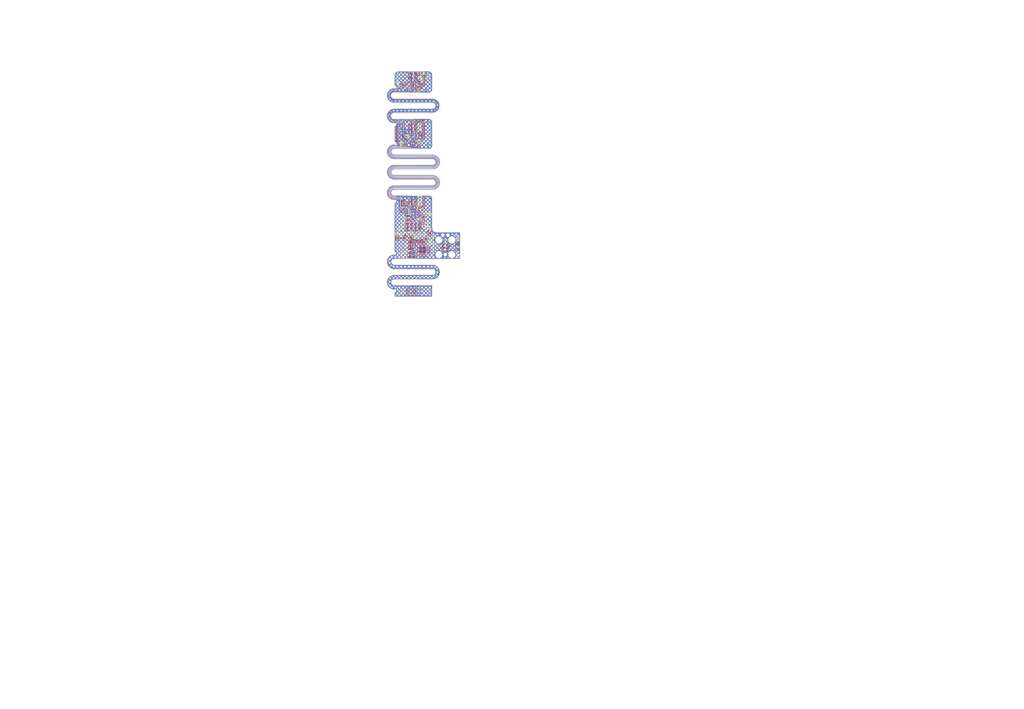
<source format=kicad_pcb>
(kicad_pcb (version 20221018) (generator pcbnew)
  (layers (0 "F.Cu" signal) (31 "B.Cu" signal) (34 "B.Paste" user) (35 "F.Paste" user) (36 "B.SilkS" user "B.Silkscreen") (37 "F.SilkS" user "F.Silkscreen") (38 "B.Mask" user) (39 "F.Mask" user) (44 "Edge.Cuts" user))
  (net 0 "")
  (net 1 "Net-(U1-C1)")
  (net 2 "GND")
  (net 3 "/CS_MAG")
  (net 4 "+3.3V")
  (net 5 "/INT_MAG")
  (net 6 "/UFP_MOSI")
  (net 7 "/UFP_MISO")
  (net 12 "/IMU/INT2")
  (net 16 "/IMU1/INT2")
  (net 20 "/IMU2/INT2")
  (net 21 "/SWCLK")
  (net 22 "/SWIO")
  (net 23 "/UFP_CS")
  (net 24 "/UFP_CLK")
  (net 25 "Net-(U2-VCORE)")
  (net 26 "/DREADY")
  (net 27 "Net-(U2-32KOUT)")
  (net 28 "Net-(U2-32KIN)")
  (net 29 "/INT0")
  (net 30 "/INT1")
  (net 31 "/INT2")
  (net 35 "/RST")
  (net 36 "/DOUT")
  (net 37 "/CS1")
  (net 38 "/CLK")
  (net 39 "/DIN")
  (net 40 "/CS2")
  (net 41 "/CS0")
  (footprint "Package_LGA:LGA-14_3x2.5mm_P0.5mm_LayoutBorder3x4y" (layer "F.Cu") (at 171.5 63.35 90)
    (fp_text reference "U5")
    (fp_text value "ICM-40608")
  )
  (footprint "Connector:Tag-Connect_TC2050-IDC-FP_2x05_P1.27mm_Vertical" (layer "F.Cu") (at 183.965 105.63 90)
    (fp_text reference "J1")
    (fp_text value "Conn_ARM_JTAG_SWD_10")
  )
  (footprint "Capacitor_SMD:C_0603_1608Metric" (layer "F.Cu") (at 171.5 38.775 180)
    (fp_text reference "C10")
    (fp_text value "100n")
  )
  (footprint "Capacitor_SMD:C_0603_1608Metric" (layer "F.Cu") (at 169.35 95.15 90)
    (fp_text reference "C1")
    (fp_text value "100n")
  )
  (footprint "TestPoint:TestPoint_Pad_D1.0mm" (layer "F.Cu") (at 176.28 103.42)
    (fp_text reference "TP1")
    (fp_text value "TestPoint")
  )
  (footprint "Capacitor_SMD:C_0603_1608Metric" (layer "F.Cu") (at 171.5 60.55 180)
    (fp_text reference "C6")
    (fp_text value "2u2")
  )
  (footprint "Capacitor_SMD:C_0402_1005Metric" (layer "F.Cu") (at 173.71 91.780001 90)
    (fp_text reference "C5")
    (fp_text value "10n")
  )
  (footprint "Capacitor_SMD:C_0603_1608Metric" (layer "F.Cu") (at 171.51 88.78 180)
    (fp_text reference "C4")
    (fp_text value "100n")
  )
  (footprint "TestPoint:TestPoint_Pad_D1.0mm" (layer "F.Cu") (at 170.59 102.84)
    (fp_text reference "TP4")
    (fp_text value "TestPoint")
  )
  (footprint "TestPoint:TestPoint_Pad_D1.0mm" (layer "F.Cu") (at 177.88 101.12)
    (fp_text reference "TP6")
    (fp_text value "TestPoint")
  )
  (footprint "TestPoint:TestPoint_Pad_D1.0mm" (layer "F.Cu") (at 175.4 94.72)
    (fp_text reference "TP5")
    (fp_text value "TestPoint")
  )
  (footprint "Capacitor_SMD:C_0603_1608Metric" (layer "F.Cu") (at 170.02 97.435 180)
    (fp_text reference "C2")
    (fp_text value "100n")
  )
  (footprint "Capacitor_SMD:C_0603_1608Metric" (layer "F.Cu") (at 171.51 87.18 180)
    (fp_text reference "C3")
    (fp_text value "2u2")
  )
  (footprint "Capacitor_SMD:C_0603_1608Metric" (layer "F.Cu") (at 170.875 110.3 180)
    (fp_text reference "C16")
    (fp_text value "1u")
  )
  (footprint "Resistor_SMD:R_0603_1608Metric" (layer "F.Cu") (at 173.485887 104.06501)
    (fp_text reference "R1")
    (fp_text value "R_US")
  )
  (footprint "Capacitor_SMD:C_0603_1608Metric" (layer "F.Cu") (at 169.995 99.0725 180)
    (fp_text reference "C12")
    (fp_text value "1u")
  )
  (footprint "Package_LGA:LGA-14_3x2.5mm_P0.5mm_LayoutBorder3x4y" (layer "F.Cu") (at 171.5 43.175 90)
    (fp_text reference "U6")
    (fp_text value "ICM-40608")
  )
  (footprint "TestPoint:TestPoint_Pad_D1.0mm" (layer "F.Cu") (at 168.37 66.48 90)
    (fp_text reference "TP8")
    (fp_text value "TestPoint")
  )
  (footprint "Capacitor_SMD:C_0402_1005Metric" (layer "F.Cu") (at 173.6 43.375 90)
    (fp_text reference "C11")
    (fp_text value "10n")
  )
  (footprint "Capacitor_SMD:C_0603_1608Metric" (layer "F.Cu") (at 171.5 40.375 180)
    (fp_text reference "C9")
    (fp_text value "2u2")
  )
  (footprint "Capacitor_SMD:C_0603_1608Metric" (layer "F.Cu") (at 189.01 106.415 90)
    (fp_text reference "C17")
    (fp_text value "1u")
  )
  (footprint "TestPoint:TestPoint_Pad_D1.0mm" (layer "F.Cu") (at 167.9 102.9)
    (fp_text reference "TP3")
    (fp_text value "TestPoint")
  )
  (footprint "Package_DFN_QFN:TQFN-20-1EP_4x4mm_P0.5mm_EP2.7x2.7mm" (layer "F.Cu") (at 175.1 107.6 -90)
    (fp_text reference "U2")
    (fp_text value "MAX32660GTP")
  )
  (footprint "Capacitor_SMD:C_0603_1608Metric" (layer "F.Cu") (at 173.095 99.06 180)
    (fp_text reference "C14")
    (fp_text value "100n")
  )
  (footprint "Capacitor_SMD:C_0603_1608Metric" (layer "F.Cu") (at 171.5 58.95 180)
    (fp_text reference "C7")
    (fp_text value "100n")
  )
  (footprint "Package_LGA:LGA-12_2x2mm_P0.5mm" (layer "F.Cu") (at 171.51 94.73)
    (fp_text reference "U1")
    (fp_text value "LIS3MDL")
  )
  (footprint "Capacitor_SMD:C_0402_1005Metric" (layer "F.Cu") (at 173.7 63.549999 90)
    (fp_text reference "C8")
    (fp_text value "10n")
  )
  (footprint "Package_LGA:LGA-14_3x2.5mm_P0.5mm_LayoutBorder3x4y" (layer "F.Cu") (at 171.51 91.58 90)
    (fp_text reference "U4")
    (fp_text value "ICM-40608")
  )
  (footprint "Capacitor_SMD:C_0603_1608Metric" (layer "F.Cu") (at 173.095 97.435 180)
    (fp_text reference "C13")
    (fp_text value "1u")
  )
  (footprint "TestPoint:TestPoint_Pad_D1.0mm" (layer "F.Cu") (at 167.325 43.175 90)
    (fp_text reference "TP9")
    (fp_text value "TestPoint")
  )
  (footprint "TestPoint:TestPoint_Pad_D1.0mm" (layer "F.Cu") (at 167.84 89.59)
    (fp_text reference "TP7")
    (fp_text value "TestPoint")
  )
  (footprint "Capacitor_SMD:C_0603_1608Metric" (layer "F.Cu") (at 170.875 108.7 180)
    (fp_text reference "C15")
    (fp_text value "1u")
  )
  (footprint "TestPoint:TestPoint_Pad_D1.0mm" (layer "F.Cu") (at 165.5 103)
    (fp_text reference "TP2")
    (fp_text value "TestPoint")
  )
  (footprint "Crystal:Crystal_SMD_3215-2Pin_3.2x1.5mm" (layer "F.Cu") (at 170.7 105.9 -90)
    (fp_text reference "Y1")
    (fp_text value "32.768kHz,6pF")
  )
  (footprint "DF37C-24DP-0.4V(51):DF37C-24DP-0.4V(51)" (layer "B.Cu") (at 169.1 124.5)
    (fp_text reference "J2")
    (fp_text value "    DF37C-24DP-0.4V(51)")
  )
  (gr_line (start 179 99.12) (end 179 111.27) (stroke (width 0.15) (type dash_dot)) (layer "B.SilkS"))
  (gr_line (start 179 99.12) (end 179 111.27) (stroke (width 0.15) (type dash_dot)) (layer "F.SilkS"))
  (gr_arc (start 164 123.265685) (mid 164.682843 123.548528) (end 164 123.83137) (stroke (width 0.1)) (layer "Edge.Cuts"))
  (gr_line (start 180.5 100.6) (end 189.9 100.6) (stroke (width 0.1)) (layer "Edge.Cuts"))
  (gr_arc (start 164 43.734315) (mid 164.682843 44.017157) (end 164 44.3) (stroke (width 0.1)) (layer "Edge.Cuts"))
  (gr_arc (start 179.01 66.77) (mid 178.57066 67.83066) (end 177.51 68.27) (stroke (width 0.1)) (layer "Edge.Cuts"))
  (gr_line (start 179 117.265685) (end 164 117.265685) (stroke (width 0.1)) (layer "Edge.Cuts"))
  (gr_line (start 179 82.265685) (end 164 82.265685) (stroke (width 0.1)) (layer "Edge.Cuts"))
  (gr_line (start 164 58.865685) (end 164 65.7) (stroke (width 0.1)) (layer "Edge.Cuts"))
  (gr_arc (start 179 80.265685) (mid 180 81.265685) (end 179 82.265685) (stroke (width 0.1)) (layer "Edge.Cuts"))
  (gr_arc (start 180.5 100.6) (mid 179.43934 100.16066) (end 179 99.1) (stroke (width 0.1)) (layer "Edge.Cuts"))
  (gr_line (start 179 119.265685) (end 164 119.265686) (stroke (width 0.1)) (layer "Edge.Cuts"))
  (gr_arc (start 179 50.3) (mid 180 51.3) (end 179 52.3) (stroke (width 0.1)) (layer "Edge.Cuts"))
  (gr_arc (start 164 78.265685) (mid 163 77.265686) (end 164 76.265686) (stroke (width 0.1)) (layer "Edge.Cuts"))
  (gr_arc (start 164 123.265685) (mid 161 120.265685) (end 164 117.265685) (stroke (width 0.1)) (layer "Edge.Cuts"))
  (gr_arc (start 164 108.7) (mid 164.682843 108.982842) (end 164 109.265685) (stroke (width 0.1)) (layer "Edge.Cuts"))
  (gr_line (start 179 121.265685) (end 179 126) (stroke (width 0.1)) (layer "Edge.Cuts"))
  (gr_line (start 179 54.3) (end 164 54.300001) (stroke (width 0.1)) (layer "Edge.Cuts"))
  (gr_line (start 179 80.265685) (end 164 80.265685) (stroke (width 0.1)) (layer "Edge.Cuts"))
  (gr_line (start 179 48.3) (end 164 48.3) (stroke (width 0.1)) (layer "Edge.Cuts"))
  (gr_line (start 179 78.265685) (end 164 78.265685) (stroke (width 0.1)) (layer "Edge.Cuts"))
  (gr_arc (start 164 70.265685) (mid 163 69.265686) (end 164 68.265686) (stroke (width 0.1)) (layer "Edge.Cuts"))
  (gr_line (start 189.9 100.6) (end 189.9 111.265685) (stroke (width 0.1)) (layer "Edge.Cuts"))
  (gr_line (start 179 52.3) (end 164 52.3) (stroke (width 0.1)) (layer "Edge.Cuts"))
  (gr_arc (start 164 58.3) (mid 164.682843 58.582843) (end 164 58.865685) (stroke (width 0.1)) (layer "Edge.Cuts"))
  (gr_line (start 164 123.83137) (end 164 126) (stroke (width 0.1)) (layer "Edge.Cuts"))
  (gr_arc (start 179 70.265685) (mid 182 73.265685) (end 179 76.265685) (stroke (width 0.1)) (layer "Edge.Cuts"))
  (gr_arc (start 179 48.3) (mid 182 51.3) (end 179 54.3) (stroke (width 0.1)) (layer "Edge.Cuts"))
  (gr_line (start 179 113.265685) (end 164 113.265685) (stroke (width 0.1)) (layer "Edge.Cuts"))
  (gr_arc (start 164 121.265685) (mid 163 120.265686) (end 164 119.265686) (stroke (width 0.1)) (layer "Edge.Cuts"))
  (gr_arc (start 164 72.265685) (mid 161 69.265685) (end 164 66.265685) (stroke (width 0.1)) (layer "Edge.Cuts"))
  (gr_line (start 179 74.265685) (end 164 74.265685) (stroke (width 0.1)) (layer "Edge.Cuts"))
  (gr_arc (start 164 48.3) (mid 163 47.3) (end 164 46.300001) (stroke (width 0.1)) (layer "Edge.Cuts"))
  (gr_arc (start 164 115.265685) (mid 161 112.265685) (end 164 109.265685) (stroke (width 0.1)) (layer "Edge.Cuts"))
  (gr_arc (start 164 86.265685) (mid 163 85.265686) (end 164 84.265686) (stroke (width 0.1)) (layer "Edge.Cuts"))
  (gr_line (start 179 70.265685) (end 164 70.265685) (stroke (width 0.1)) (layer "Edge.Cuts"))
  (gr_arc (start 164 39.275) (mid 164.43934 38.21434) (end 165.5 37.775) (stroke (width 0.1)) (layer "Edge.Cuts"))
  (gr_line (start 179.01 66.77) (end 179 57.8) (stroke (width 0.1)) (layer "Edge.Cuts"))
  (gr_line (start 164 43.734315) (end 164 39.275) (stroke (width 0.1)) (layer "Edge.Cuts"))
  (gr_line (start 177.51 68.27) (end 164 68.265686) (stroke (width 0.1)) (layer "Edge.Cuts"))
  (gr_arc (start 177.5 56.3) (mid 178.56066 56.73934) (end 179 57.8) (stroke (width 0.1)) (layer "Edge.Cuts"))
  (gr_line (start 164 121.265685) (end 179 121.265685) (stroke (width 0.1)) (layer "Edge.Cuts"))
  (gr_arc (start 164 65.7) (mid 164.682843 65.982842) (end 164 66.265685) (stroke (width 0.1)) (layer "Edge.Cuts"))
  (gr_arc (start 179 72.265685) (mid 180 73.265685) (end 179 74.265685) (stroke (width 0.1)) (layer "Edge.Cuts"))
  (gr_line (start 164 56.3) (end 177.5 56.3) (stroke (width 0.1)) (layer "Edge.Cuts"))
  (gr_arc (start 164 80.265685) (mid 161 77.265685) (end 164 74.265685) (stroke (width 0.1)) (layer "Edge.Cuts"))
  (gr_line (start 164 108.7) (end 164 88.83137) (stroke (width 0.1)) (layer "Edge.Cuts"))
  (gr_arc (start 164 56.3) (mid 163 55.3) (end 164 54.300001) (stroke (width 0.1)) (layer "Edge.Cuts"))
  (gr_arc (start 164 88.265685) (mid 164.682843 88.548528) (end 164 88.83137) (stroke (width 0.1)) (layer "Edge.Cuts"))
  (gr_line (start 179 84.265685) (end 164 84.265686) (stroke (width 0.1)) (layer "Edge.Cuts"))
  (gr_line (start 179 50.3) (end 164 50.3) (stroke (width 0.1)) (layer "Edge.Cuts"))
  (gr_arc (start 179 113.265685) (mid 182 116.265685) (end 179 119.265685) (stroke (width 0.1)) (layer "Edge.Cuts"))
  (gr_line (start 179 87.77) (end 179 99.1) (stroke (width 0.1)) (layer "Edge.Cuts"))
  (gr_arc (start 164 88.265685) (mid 161 85.265685) (end 164 82.265685) (stroke (width 0.1)) (layer "Edge.Cuts"))
  (gr_arc (start 164 58.3) (mid 161 55.3) (end 164 52.3) (stroke (width 0.1)) (layer "Edge.Cuts"))
  (gr_line (start 179 126) (end 164 126) (stroke (width 0.1)) (layer "Edge.Cuts"))
  (gr_line (start 179.01 44.8) (end 179.01 39.275) (stroke (width 0.1)) (layer "Edge.Cuts"))
  (gr_line (start 164 86.265685) (end 177.5 86.27) (stroke (width 0.1)) (layer "Edge.Cuts"))
  (gr_arc (start 177.51 37.775) (mid 178.57066 38.21434) (end 179.01 39.275) (stroke (width 0.1)) (layer "Edge.Cuts"))
  (gr_line (start 177.51 37.775) (end 165.5 37.775) (stroke (width 0.1)) (layer "Edge.Cuts"))
  (gr_arc (start 164 113.265685) (mid 163 112.265686) (end 164 111.265686) (stroke (width 0.1)) (layer "Edge.Cuts"))
  (gr_arc (start 177.5 86.27) (mid 178.56066 86.70934) (end 179 87.77) (stroke (width 0.1)) (layer "Edge.Cuts"))
  (gr_line (start 179 72.265685) (end 164 72.265685) (stroke (width 0.1)) (layer "Edge.Cuts"))
  (gr_line (start 164 111.265686) (end 189.9 111.265685) (stroke (width 0.1)) (layer "Edge.Cuts"))
  (gr_line (start 179 76.265685) (end 164 76.265686) (stroke (width 0.1)) (layer "Edge.Cuts"))
  (gr_arc (start 179 78.265685) (mid 182 81.265685) (end 179 84.265685) (stroke (width 0.1)) (layer "Edge.Cuts"))
  (gr_arc (start 179.01 44.8) (mid 178.57066 45.86066) (end 177.51 46.3) (stroke (width 0.1)) (layer "Edge.Cuts"))
  (gr_line (start 164 46.300001) (end 177.51 46.3) (stroke (width 0.1)) (layer "Edge.Cuts"))
  (gr_arc (start 164 50.3) (mid 161 47.3) (end 164 44.3) (stroke (width 0.1)) (layer "Edge.Cuts"))
  (gr_line (start 179 115.265685) (end 164 115.265685) (stroke (width 0.1)) (layer "Edge.Cuts"))
  (gr_arc (start 179 115.265685) (mid 180 116.265685) (end 179 117.265685) (stroke (width 0.1)) (layer "Edge.Cuts"))
  (segment (start 170.7475 95.48) (end 170.7475 95.7025) (width 0.1524) (layer "F.Cu") (net 1))
  (segment (start 170.35 96.1) (end 169.525 96.1) (width 0.1524) (layer "F.Cu") (net 1))
  (arc (start 169.525 96.1) (mid 169.401256 96.048744) (end 169.35 95.925) (width 0.1524) (layer "F.Cu") (net 1))
  (arc (start 170.7475 95.7025) (mid 170.631075 95.983575) (end 170.35 96.1) (width 0.1524) (layer "F.Cu") (net 1))
  (segment (start 173.319999 43.175) (end 173.6 42.895) (width 0.08) (layer "F.Cu") (net 2))
  (segment (start 170.76 88.805) (end 170.735 88.780001) (width 0.08) (layer "F.Cu") (net 2))
  (segment (start 171.25 62.1875) (end 171.25 61.075) (width 0.1524) (layer "F.Cu") (net 2))
  (segment (start 170.1 108.7) (end 170.7755 108.7) (width 0.08) (layer "F.Cu") (net 2))
  (segment (start 171.249999 40.9) (end 170.725 40.375) (width 0.08) (layer "F.Cu") (net 2))
  (segment (start 171.001196 94.48) (end 170.7475 94.48) (width 0.1524) (layer "F.Cu") (net 2))
  (segment (start 170.75 42.012499) (end 170.75 40.4) (width 0.08) (layer "F.Cu") (net 2))
  (segment (start 171.25 42.0125) (end 171.249999 40.9) (width 0.08) (layer "F.Cu") (net 2))
  (segment (start 172.4125 63.35) (end 173.38606 63.35) (width 0.1524) (layer "F.Cu") (net 2))
  (segment (start 170.1 110.3) (end 170.7755 110.3) (width 0.08) (layer "F.Cu") (net 2))
  (segment (start 173.43 91.58) (end 172.4225 91.58) (width 0.08) (layer "F.Cu") (net 2))
  (segment (start 170.2 94.73) (end 170.2 94.49) (width 0.1524) (layer "F.Cu") (net 2))
  (segment (start 173.7 63.069999) (end 173.7 61.946568) (width 0.254) (layer "F.Cu") (net 2))
  (segment (start 171.26 89.305) (end 170.735 88.780001) (width 0.08) (layer "F.Cu") (net 2))
  (segment (start 170.75 40.4) (end 170.725 40.375) (width 0.08) (layer "F.Cu") (net 2))
  (segment (start 171.26 94.221196) (end 171.001196 94.48) (width 0.1524) (layer "F.Cu") (net 2))
  (segment (start 170.75 62.1875) (end 170.75 60.575) (width 0.1524) (layer "F.Cu") (net 2))
  (segment (start 171.26 93.9675) (end 171.26 94.221196) (width 0.1524) (layer "F.Cu") (net 2))
  (segment (start 173.1375 106.6) (end 172.55 106.6) (width 0.1524) (layer "F.Cu") (net 2))
  (segment (start 170.725 40.375) (end 170.725 38.775) (width 0.08) (layer "F.Cu") (net 2))
  (segment (start 172.35 105.51) (end 172.08 105.51) (width 0.1524) (layer "F.Cu") (net 2))
  (segment (start 170.76 90.417501) (end 170.76 88.805) (width 0.08) (layer "F.Cu") (net 2))
  (segment (start 173.71 91.3) (end 173.43 91.58) (width 0.08) (layer "F.Cu") (net 2))
  (segment (start 170.7475 94.48) (end 170.19 94.48) (width 0.1524) (layer "F.Cu") (net 2))
  (segment (start 171.26 90.4175) (end 171.26 89.305) (width 0.08) (layer "F.Cu") (net 2))
  (segment (start 172.45 106.5) (end 172.45 105.61) (width 0.1524) (layer "F.Cu") (net 2))
  (segment (start 170.7475 94.98) (end 170.45 94.98) (width 0.1524) (layer "F.Cu") (net 2))
  (segment (start 172.4125 43.175) (end 173.319999 43.175) (width 0.08) (layer "F.Cu") (net 2))
  (segment (start 170.735 88.780001) (end 170.735 87.18) (width 0.08) (layer "F.Cu") (net 2))
  (segment (start 170.19 94.48) (end 169.455 94.48) (width 0.1524) (layer "F.Cu") (net 2))
  (segment (start 173.7 63.069999) (end 173.444067 63.32597) (width 0.1524) (layer "F.Cu") (net 2))
  (via (at 175.1 107.6) (size 0.45) (drill 0.25) (layers "F.Cu" "B.Cu") (net 2))
  (via (at 175.1 107.6) (size 0.45) (drill 0.25) (layers "F.Cu" "B.Cu") (net 2))
  (via (at 169.47 60.7) (size 0.45) (drill 0.25) (layers "F.Cu" "B.Cu") (net 2))
  (via (at 177.45 66.61) (size 0.8) (drill 0.4) (layers "F.Cu" "B.Cu") (net 2))
  (via (at 172.08 105.51) (size 0.45) (drill 0.25) (layers "F.Cu" "B.Cu") (net 2))
  (via (at 169.68 39.75) (size 0.8) (drill 0.4) (layers "F.Cu" "B.Cu") (net 2))
  (via (at 170.7755 110.3) (size 0.45) (drill 0.25) (layers "F.Cu" "B.Cu") (net 2))
  (via (at 176.7 45.05) (size 0.8) (drill 0.4) (layers "F.Cu" "B.Cu") (net 2))
  (via (at 173.74 61.85) (size 0.45) (drill 0.25) (layers "F.Cu" "B.Cu") (net 2))
  (via (at 176.69 39.12) (size 0.8) (drill 0.4) (layers "F.Cu" "B.Cu") (net 2))
  (via (at 169.51 45.21) (size 0.8) (drill 0.4) (layers "F.Cu" "B.Cu") (net 2))
  (via (at 169.79 65.79) (size 0.45) (drill 0.25) (layers "F.Cu" "B.Cu") (net 2))
  (via (at 170.7755 108.7) (size 0.45) (drill 0.25) (layers "F.Cu" "B.Cu") (net 2))
  (via (at 177.44 57.68) (size 0.8) (drill 0.4) (layers "F.Cu" "B.Cu") (net 2))
  (via (at 167.57 63.98) (size 0.45) (drill 0.25) (layers "F.Cu" "B.Cu") (net 2))
  (via (at 173.7 41.42) (size 0.8) (drill 0.4) (layers "F.Cu" "B.Cu") (net 2))
  (via (at 175.1 107.6) (size 0.45) (drill 0.25) (layers "F.Cu" "B.Cu") (net 2))
  (via (at 172.88 65.9) (size 0.45) (drill 0.25) (layers "F.Cu" "B.Cu") (net 2))
  (arc (start 170.45 94.98) (mid 170.273223 94.906777) (end 170.2 94.73) (width 0.1524) (layer "F.Cu") (net 2))
  (arc (start 169.455 94.48) (mid 169.380754 94.449246) (end 169.35 94.375) (width 0.1524) (layer "F.Cu") (net 2))
  (arc (start 172.55 106.6) (mid 172.479289 106.570711) (end 172.45 106.5) (width 0.1524) (layer "F.Cu") (net 2))
  (arc (start 170.75 60.575) (mid 170.742678 60.557322) (end 170.725 60.55) (width 0.1524) (layer "F.Cu") (net 2))
  (arc (start 172.45 105.61) (mid 172.420711 105.539289) (end 172.35 105.51) (width 0.1524) (layer "F.Cu") (net 2))
  (arc (start 170.2 94.49) (mid 170.197071 94.482929) (end 170.19 94.48) (width 0.1524) (layer "F.Cu") (net 2))
  (arc (start 173.7 61.946568) (mid 173.710396 61.894306) (end 173.74 61.85) (width 0.254) (layer "F.Cu") (net 2))
  (arc (start 171.25 61.075) (mid 171.096231 60.703769) (end 170.725 60.55) (width 0.1524) (layer "F.Cu") (net 2))
  (arc (start 173.38606 63.35) (mid 173.417454 63.343755) (end 173.444067 63.32597) (width 0.1524) (layer "F.Cu") (net 2))
  (segment (start 179.95028 78.774181) (end 180.118071 78.843577) (width 0.1524) (layer "F.Cu") (net 4))
  (segment (start 163 46.15) (end 162.8 46.35) (width 0.1524) (layer "F.Cu") (net 4))
  (segment (start 180.479625 75.483818) (end 180.254533 75.61929) (width 0.1524) (layer "F.Cu") (net 4))
  (segment (start 162.464982 47.329358) (end 162.485155 47.559487) (width 0.1524) (layer "F.Cu") (net 4))
  (segment (start 163.158797 78.301733) (end 163.308692 78.401889) (width 0.1524) (layer "F.Cu") (net 4))
  (segment (start 162.735071 76.847247) (end 162.684331 77.068927) (width 0.1524) (layer "F.Cu") (net 4))
  (segment (start 163.521085 53.833286) (end 163.35 53.9) (width 0.1524) (layer "F.Cu") (net 4))
  (segment (start 179.45 53.72) (end 179.343864 53.744355) (width 0.1524) (layer "F.Cu") (net 4))
  (segment (start 181.369106 74.494843) (end 181.207331 74.765679) (width 0.1524) (layer "F.Cu") (net 4))
  (segment (start 165.23 56.81) (end 170.900051 56.81) (width 0.1524) (layer "F.Cu") (net 4))
  (segment (start 181.162539 79.705555) (end 181.27 79.86) (width 0.1524) (layer "F.Cu") (net 4))
  (segment (start 164.08855 70.599155) (end 179 70.591885) (width 0.1524) (layer "F.Cu") (net 4))
  (segment (start 163.447758 45.922625) (end 163.429936 45.921754) (width 0.1524) (layer "F.Cu") (net 4))
  (segment (start 174.732013 64.029999) (end 173.7 64.029999) (width 0.254) (layer "F.Cu") (net 4))
  (segment (start 179.65 48.91) (end 180.14 49.11) (width 0.1524) (layer "F.Cu") (net 4))
  (segment (start 162.820175 76.641788) (end 162.735071 76.847247) (width 0.1524) (layer "F.Cu") (net 4))
  (segment (start 162.695925 85.520756) (end 162.71 85.62) (width 0.1524) (layer "F.Cu") (net 4))
  (segment (start 178.95 78.591885) (end 179.19 78.6) (width 0.1524) (layer "F.Cu") (net 4))
  (segment (start 181.58577 80.606235) (end 181.635192 80.856138) (width 0.1524) (layer "F.Cu") (net 4))
  (segment (start 172.4125 63.85) (end 173.265444 63.85) (width 0.1524) (layer "F.Cu") (net 4))
  (segment (start 179.38 48.85) (end 179.65 48.91) (width 0.1524) (layer "F.Cu") (net 4))
  (segment (start 162.485155 47.559487) (end 162.578581 47.886685) (width 0.1524) (layer "F.Cu") (net 4))
  (segment (start 162.858532 84.582292) (end 162.771284 84.759821) (width 0.1524) (layer "F.Cu") (net 4))
  (segment (start 179.39 70.63) (end 179.67 70.68) (width 0.1524) (layer "F.Cu") (net 4))
  (segment (start 162.89 54.23) (end 162.78 54.36) (width 0.1524) (layer "F.Cu") (net 4))
  (segment (start 181.513913 82.165184) (end 181.40029 82.432871) (width 0.1524) (layer "F.Cu") (net 4))
  (segment (start 180.32 53.41) (end 180.074017 53.517336) (width 0.1524) (layer "F.Cu") (net 4))
  (segment (start 163.199824 48.615103) (end 163.417134 48.724758) (width 0.1524) (layer "F.Cu") (net 4))
  (segment (start 181.40029 82.432871) (end 181.261163 82.681804) (width 0.1524) (layer "F.Cu") (net 4))
  (segment (start 181.523137 80.397024) (end 181.58577 80.606235) (width 0.1524) (layer "F.Cu") (net 4))
  (segment (start 180.848528 79.339692) (end 181.014006 79.51509) (width 0.1524) (layer "F.Cu") (net 4))
  (segment (start 163.193364 70.32483) (end 163.320194 70.409574) (width 0.1524) (layer "F.Cu") (net 4))
  (segment (start 179.009918 83.934336) (end 178.86 83.939485) (width 0.1524) (layer "F.Cu") (net 4))
  (segment (start 173.585622 43.869378) (end 173.585622 44.577408) (width 0.254) (layer "F.Cu") (net 4))
  (segment (start 180.14 49.11) (end 180.57 49.39) (width 0.1524) (layer "F.Cu") (net 4))
  (segment (start 181.014006 79.51509) (end 181.162539 79.705555) (width 0.1524) (layer "F.Cu") (net 4))
  (segment (start 175.185 97.435) (end 173.87 97.435) (width 0.1524) (layer "F.Cu") (net 4))
  (segment (start 181.58 81.94) (end 181.513913 82.165184) (width 0.1524) (layer "F.Cu") (net 4))
  (segment (start 163.21036 53.980603) (end 163.011345 54.121538) (width 0.1524) (layer "F.Cu") (net 4))
  (segment (start 173.7 93.62) (end 173.7 92.270001) (width 0.1524) (layer "F.Cu") (net 4))
  (segment (start 163.449294 70.475848) (end 163.630643 70.54704) (width 0.1524) (layer "F.Cu") (net 4))
  (segment (start 162.8 77.86) (end 162.897927 78.008067) (width 0.1524) (layer "F.Cu") (net 4))
  (segment (start 164.020962 48.840027) (end 164.59 48.84) (width 0.1524) (layer "F.Cu") (net 4))
  (segment (start 172.275 60.55) (end 172.252 62.1875) (width 0.254) (layer "F.Cu") (net 4))
  (segment (start 163.244115 86.35874) (end 163.393938 86.452918) (width 0.1524) (layer "F.Cu") (net 4))
  (segment (start 163.819025 45.92283) (end 163.75139 45.92283) (width 0.1524) (layer "F.Cu") (net 4))
  (segment (start 162.671223 69.19) (end 162.671223 69.35) (width 0.1524) (layer "F.Cu") (net 4))
  (segment (start 179.019625 75.934194) (end 178.76 75.939485) (width 0.1524) (layer "F.Cu") (net 4))
  (segment (start 181.47 51.36) (end 181.42 51.83) (width 0.1524) (layer "F.Cu") (net 4))
  (segment (start 163.74512 45.922625) (end 163.447758 45.922625) (width 0.1524) (layer "F.Cu") (net 4))
  (segment (start 172.285 90.3925) (end 172.26 90.4175) (width 0.08) (layer "F.Cu") (net 4))
  (segment (start 181.649778 72.938856) (end 181.667013 73.200756) (width 0.1524) (layer "F.Cu") (net 4))
  (segment (start 178.86 83.939485) (end 163.92 83.939486) (width 0.1524) (layer "F.Cu") (net 4))
  (segment (start 163.851837 70.591038) (end 164.08855 70.599155) (width 0.1524) (layer "F.Cu") (net 4))
  (segment (start 165.236119 86.59228) (end 166.761084 86.59228) (width 0.1524) (layer "F.Cu") (net 4))
  (segment (start 162.921613 56.399472) (end 163.081454 56.538262) (width 0.1524) (layer "F.Cu") (net 4))
  (segment (start 181.01815 71.519483) (end 181.195857 71.750308) (width 0.1524) (layer "F.Cu") (net 4))
  (segment (start 179.343864 53.744355) (end 179.07 53.76) (width 0.1524) (layer "F.Cu") (net 4))
  (segment (start 163.002562 86.147437) (end 163.102562 86.247437) (width 0.1524) (layer "F.Cu") (net 4))
  (segment (start 163.807188 56.761209) (end 164.11918 56.714518) (width 0.1524) (layer "F.Cu") (net 4))
  (segment (start 162.578581 47.886685) (end 162.73 48.16) (width 0.1524) (layer "F.Cu") (net 4))
  (segment (start 162.67 77.41) (end 162.721951 77.651601) (width 0.1524) (layer "F.Cu") (net 4))
  (segment (start 162.73 48.16) (end 162.934745 48.416894) (width 0.1524) (layer "F.Cu") (net 4))
  (segment (start 162.8 46.35) (end 162.65 46.58) (width 0.1524) (layer "F.Cu") (net 4))
  (segment (start 163.515144 68.028276) (end 163.334699 68.112134) (width 0.1524) (layer "F.Cu") (net 4))
  (segment (start 170.795 97.435) (end 170.795 96.755) (width 0.1524) (layer "F.Cu") (net 4))
  (segment (start 173.53 92.08) (end 172.4225 92.080001) (width 0.08) (layer "F.Cu") (net 4))
  (segment (start 173.6 44.053188) (end 173.6 43.855) (width 0.254) (layer "F.Cu") (net 4))
  (segment (start 172.285 88.78) (end 172.285 87.18) (width 0.08) (layer "F.Cu") (net 4))
  (segment (start 162.952537 84.441604) (end 162.858532 84.582292) (width 0.1524) (layer "F.Cu") (net 4))
  (segment (start 162.514587 54.91142) (end 162.467442 55.170677) (width 0.1524) (layer "F.Cu") (net 4))
  (segment (start 163.557821 84.010598) (end 163.384433 84.082419) (width 0.1524) (layer "F.Cu") (net 4))
  (segment (start 163.282067 45.934002) (end 163.132962 46.034183) (width 0.1524) (layer "F.Cu") (net 4))
  (segment (start 180.074017 53.517336) (end 179.65 53.68) (width 0.1524) (layer "F.Cu") (net 4))
  (segment (start 180.254533 75.61929) (end 180.066707 75.713619) (width 0.1524) (layer "F.Cu") (net 4))
  (segment (start 179 70.591885) (end 179.188446 70.603299) (width 0.1524) (layer "F.Cu") (net 4))
  (segment (start 163.011345 54.121538) (end 162.89 54.23) (width 0.1524) (layer "F.Cu") (net 4))
  (segment (start 163.777063 67.955236) (end 163.657804 67.978958) (width 0.1524) (layer "F.Cu") (net 4))
  (segment (start 163.429936 45.921754) (end 163.282067 45.934002) (width 0.1524) (layer "F.Cu") (net 4))
  (segment (start 163.384433 84.082419) (end 163.242436 84.173782) (width 0.1524) (layer "F.Cu") (net 4))
  (segment (start 163.047562 70.192437) (end 163.193364 70.32483) (width 0.1524) (layer "F.Cu") (net 4))
  (segment (start 164.319993 86.591987) (end 165.236119 86.59228) (width 0.1524) (layer "F.Cu") (net 4))
  (segment (start 163.92 83.939486) (end 163.748205 83.960976) (width 0.1524) (layer "F.Cu") (net 4))
  (segment (start 181.37 80.03) (end 181.45904 80.234728) (width 0.1524) (layer "F.Cu") (net 4))
  (segment (start 173.04 67.94) (end 173.037647 67.942353) (width 0.1524) (layer "F.Cu") (net 4))
  (segment (start 181.629194 81.709278) (end 181.58 81.94) (width 0.1524) (layer "F.Cu") (net 4))
  (segment (start 175.36 58.718822) (end 175.36 63.189879) (width 0.254) (layer "F.Cu") (net 4))
  (segment (start 163.148263 76.238262) (end 162.950962 76.443961) (width 0.1524) (layer "F.Cu") (net 4))
  (segment (start 163.02 78.19) (end 163.158797 78.301733) (width 0.1524) (layer "F.Cu") (net 4))
  (segment (start 172.6 108.1) (end 173.1375 108.1) (width 0.08) (layer "F.Cu") (net 4))
  (segment (start 172.978732 67.942353) (end 163.910007 67.939457) (width 0.1524) (layer "F.Cu") (net 4))
  (segment (start 173.6 43.855) (end 173.585622 43.869378) (width 0.254) (layer "F.Cu") (net 4))
  (segment (start 181.46 50.88) (end 181.47 51.36) (width 0.1524) (layer "F.Cu") (net 4))
  (segment (start 162.847093 85.931988) (end 162.92 86.04) (width 0.1524) (layer "F.Cu") (net 4))
  (segment (start 163.265667 56.649284) (end 163.441173 56.727171) (width 0.1524) (layer "F.Cu") (net 4))
  (segment (start 181.491282 74.221926) (end 181.369106 74.494843) (width 0.1524) (layer "F.Cu") (net 4))
  (segment (start 181.38399 72.062338) (end 181.509528 72.351772) (width 0.1524) (layer "F.Cu") (net 4))
  (segment (start 163.585004 78.532061) (end 163.851837 78.591038) (width 0.1524) (layer "F.Cu") (net 4))
  (segment (start 163.081454 56.538262) (end 163.265667 56.649284) (width 0.1524) (layer "F.Cu") (net 4))
  (segment (start 170.272603 45.92) (end 170.261407 45.923001) (width 0.254) (layer "F.Cu") (net 4))
  (segment (start 180.752031 71.25525) (end 181.01815 71.519483) (width 0.1524) (layer "F.Cu") (net 4))
  (segment (start 178.999995 48.843796) (end 179.38 48.85) (width 0.1524) (layer "F.Cu") (net 4))
  (segment (start 180.305932 78.937924) (end 180.478795 79.047036) (width 0.1524) (layer "F.Cu") (net 4))
  (segment (start 170.77 99.0725) (end 170.77 97.46) (width 0.1524) (layer "F.Cu") (net 4))
  (segment (start 162.741284 68.832248) (end 162.699639 68.991972) (width 0.1524) (layer "F.Cu") (net 4))
  (segment (start 163.320194 70.409574) (end 163.449294 70.475848) (width 0.1524) (layer "F.Cu") (net 4))
  (segment (start 162.699639 68.991972) (end 162.671223 69.19) (width 0.1524) (layer "F.Cu") (net 4))
  (segment (start 179.86 83.79) (end 179.75 83.83) (width 0.1524) (layer "F.Cu") (net 4))
  (segment (start 164.51 56.71) (end 165.23 56.81) (width 0.1524) (layer "F.Cu") (net 4))
  (segment (start 163.102562 86.247437) (end 163.244115 86.35874) (width 0.1524) (layer "F.Cu") (net 4))
  (segment (start 181.667013 73.200756) (end 181.6632 73.396109) (width 0.1524) (layer "F.Cu") (net 4))
  (segment (start 163.657804 67.978958) (end 163.515144 68.028276) (width 0.1524) (layer "F.Cu") (net 4))
  (segment (start 172.086741 45.92) (end 170.272603 45.92) (width 0.254) (layer "F.Cu") (net 4))
  (segment (start 181.13 50.05) (end 181.28 50.34) (width 0.1524) (layer "F.Cu") (net 4))
  (segment (start 162.810427 68.665324) (end 162.741284 68.832248) (width 0.1524) (layer "F.Cu") (net 4))
  (segment (start 172.06 96.31) (end 173.55 96.31) (width 0.1524) (layer "F.Cu") (net 4))
  (segment (start 170.256876 45.927532) (end 165.520321 45.927532) (width 0.1524) (layer "F.Cu") (net 4))
  (segment (start 171.76 95.4925) (end 171.76 96.01) (width 0.1524) (layer "F.Cu") (net 4))
  (segment (start 169.51 87.02) (end 169.51 87.36) (width 0.1524) (layer "F.Cu") (net 4))
  (segment (start 163.910007 67.939457) (end 163.777063 67.955236) (width 0.1524) (layer "F.Cu") (net 4))
  (segment (start 163.334699 68.112134) (end 163.170945 68.22155) (width 0.1524) (layer "F.Cu") (net 4))
  (segment (start 162.65 46.58) (end 162.563355 46.771318) (width 0.1524) (layer "F.Cu") (net 4))
  (segment (start 179.838339 75.797962) (end 179.47149 75.894093) (width 0.1524) (layer "F.Cu") (net 4))
  (segment (start 175.57 88.02) (end 175.57 90.400001) (width 0.1524) (layer "F.Cu") (net 4))
  (segment (start 163.170945 68.22155) (end 163.038263 68.348262) (width 0.1524) (layer "F.Cu") (net 4))
  (segment (start 175.57 41.092375) (end 175.57 42.316325) (width 0.254) (layer "F.Cu") (net 4))
  (segment (start 171.26 96.29) (end 171.26 95.4925) (width 0.1524) (layer "F.Cu") (net 4))
  (segment (start 163.630643 70.54704) (end 163.851837 70.591038) (width 0.1524) (layer "F.Cu") (net 4))
  (segment (start 173.9 96.66) (end 173.9 97.405) (width 0.1524) (layer "F.Cu") (net 4))
  (segment (start 180.18 70.87) (end 180.478983 71.04716) (width 0.1524) (layer "F.Cu") (net 4))
  (segment (start 172.95 87.18) (end 172.285 87.18) (width 0.1524) (layer "F.Cu") (net 4))
  (segment (start 165.520321 45.927532) (end 163.819025 45.92283) (width 0.1524) (layer "F.Cu") (net 4))
  (segment (start 181.26 52.3) (end 181.1 52.64) (width 0.1524) (layer "F.Cu") (net 4))
  (segment (start 172.275 38.775) (end 173.500112 38.775) (width 0.254) (layer "F.Cu") (net 4))
  (segment (start 163.393938 86.452918) (end 163.592933 86.535345) (width 0.1524) (layer "F.Cu") (net 4))
  (segment (start 162.656867 56.046712) (end 162.76 56.22) (width 0.1524) (layer "F.Cu") (net 4))
  (segment (start 181.28 50.34) (end 181.46 50.88) (width 0.1524) (layer "F.Cu") (net 4))
  (segment (start 164.028341 86.597679) (end 164.319993 86.591987) (width 0.1524) (layer "F.Cu") (net 4))
  (segment (start 181.67 81.24) (end 181.660709 81.438876) (width 0.1524) (layer "F.Cu") (net 4))
  (segment (start 180.683042 75.334038) (end 180.479625 75.483818) (width 0.1524) (layer "F.Cu") (net 4))
  (segment (start 179.19 78.6) (end 179.52 78.65) (width 0.1524) (layer "F.Cu") (net 4))
  (segment (start 162.674764 85.117024) (end 162.671223 85.33) (width 0.1524) (layer "F.Cu") (net 4))
  (segment (start 163.798 86.580329) (end 164.028341 86.597679) (width 0.1524) (layer "F.Cu") (net 4))
  (segment (start 172.275 40.375) (end 172.252 42.0125) (width 0.254) (layer "F.Cu") (net 4))
  (segment (start 173.6 43.855) (end 172.4125 43.677) (width 0.254) (layer "F.Cu") (net 4))
  (segment (start 179.186301 75.928352) (end 179.019625 75.934194) (width 0.1524) (layer "F.Cu") (net 4))
  (segment (start 163.441173 56.727171) (end 163.56 56.77) (width 0.1524) (layer "F.Cu") (net 4))
  (segment (start 162.721951 77.651601) (end 162.8 77.86) (width 0.1524) (layer "F.Cu") (net 4))
  (segment (start 180.498177 83.471616) (end 180.322501 83.585155) (width 0.1524) (layer "F.Cu") (net 4))
  (segment (start 166.768804 86.6) (end 169.09 86.6) (width 0.1524) (layer "F.Cu") (net 4))
  (segment (start 173.87 97.435) (end 173.87 99.06) (width 0.1524) (layer "F.Cu") (net 4))
  (segment (start 181.1 52.64) (end 180.92 52.86) (width 0.1524) (layer "F.Cu") (net 4))
  (segment (start 162.693631 69.509223) (end 162.720027 69.641929) (width 0.1524) (layer "F.Cu") (net 4))
  (segment (start 173.182723 45.347277) (end 172.98 45.55) (width 0.254) (layer "F.Cu") (net 4))
  (segment (start 162.671223 77.21) (end 162.67 77.41) (width 0.1524) (layer "F.Cu") (net 4))
  (segment (start 175.4 94.72) (end 174.8 94.72) (width 0.1524) (layer "F.Cu") (net 4))
  (segment (start 163.840909 53.767279) (end 163.521085 53.833286) (width 0.1524) (layer "F.Cu") (net 4))
  (segment (start 162.897927 78.008067) (end 163.02 78.19) (width 0.1524) (layer "F.Cu") (net 4))
  (segment (start 179.22 83.93) (end 179.009918 83.934336) (width 0.1524) (layer "F.Cu") (net 4))
  (segment (start 180.57 49.39) (end 180.91 49.74) (width 0.1524) (layer "F.Cu") (net 4))
  (segment (start 172.275 58.95) (end 172.275 60.55) (width 0.254) (layer "F.Cu") (net 4))
  (segment (start 164.099962 53.746279) (end 163.840909 53.767279) (width 0.1524) (layer "F.Cu") (net 4))
  (segment (start 178.76 75.939485) (end 163.9 75.939486) (width 0.1524) (layer "F.Cu") (net 4))
  (segment (start 163.552821 76.01267) (end 163.346231 76.104428) (width 0.1524) (layer "F.Cu") (net 4))
  (segment (start 163.242436 84.173782) (end 163.103263 84.283262) (width 0.1524) (layer "F.Cu") (net 4))
  (segment (start 179.47149 75.894093) (end 179.186301 75.928352) (width 0.1524) (layer "F.Cu") (net 4))
  (segment (start 171.65 108.7) (end 172 108.7) (width 0.08) (layer "F.Cu") (net 4))
  (segment (start 179.188446 70.603299) (end 179.39 70.63) (width 0.1524) (layer "F.Cu") (net 4))
  (segment (start 181.195857 71.750308) (end 181.38399 72.062338) (width 0.1524) (layer "F.Cu") (net 4))
  (segment (start 179.52 78.65) (end 179.766436 78.707267) (width 0.1524) (layer "F.Cu") (net 4))
  (segment (start 162.712641 84.926602) (end 162.674764 85.117024) (width 0.1524) (layer "F.Cu") (net 4))
  (segment (start 181.207331 74.765679) (end 181.050805 74.975931) (width 0.1524) (layer "F.Cu") (net 4))
  (segment (start 175.39 94.73) (end 175.39 97.23) (width 0.1524) (layer "F.Cu") (net 4))
  (segment (start 180.7 83.33) (end 180.498177 83.471616) (width 0.1524) (layer "F.Cu") (net 4))
  (segment (start 181.45904 80.234728) (end 181.523137 80.397024) (width 0.1524) (layer "F.Cu") (net 4))
  (segment (start 172.275 58.95) (end 172.275 58.270477) (width 0.254) (layer "F.Cu") (net 4))
  (segment (start 164.11918 56.714518) (end 164.51 56.71) (width 0.1524) (layer "F.Cu") (net 4))
  (segment (start 179.65 53.68) (end 179.45 53.72) (width 0.1524) (layer "F.Cu") (net 4))
  (segment (start 173.217695 57.25) (end 174.131594 57.25) (width 0.254) (layer "F.Cu") (net 4))
  (segment (start 162.5 47.02) (end 162.464982 47.329358) (width 0.1524) (layer "F.Cu") (net 4))
  (segment (start 162.921713 68.487736) (end 162.810427 68.665324) (width 0.1524) (layer "F.Cu") (net 4))
  (segment (start 179.94 70.77) (end 180.18 70.87) (width 0.1524) (layer "F.Cu") (net 4))
  (segment (start 172.285 88.78) (end 172.285 90.3925) (width 0.08) (layer "F.Cu") (net 4))
  (segment (start 162.563355 46.771318) (end 162.5 47.02) (width 0.1524) (layer "F.Cu") (net 4))
  (segment (start 180.322501 83.585155) (end 180.110682 83.691534) (width 0.1524) (layer "F.Cu") (net 4))
  (segment (start 162.797003 69.833668) (end 162.887156 69.991946) (width 0.1524) (layer "F.Cu") (net 4))
  (segment (start 180.118071 78.843577) (end 180.305932 78.937924) (width 0.1524) (layer "F.Cu") (net 4))
  (segment (start 163.346231 76.104428) (end 163.148263 76.238262) (width 0.1524) (layer "F.Cu") (net 4))
  (segment (start 163.103263 84.283262) (end 162.952537 84.441604) (width 0.1524) (layer "F.Cu") (net 4))
  (segment (start 179.766436 78.707267) (end 179.95028 78.774181) (width 0.1524) (layer "F.Cu") (net 4))
  (segment (start 164.029811 78.597715) (end 178.95 78.591885) (width 0.1524) (layer "F.Cu") (net 4))
  (segment (start 162.467035 55.378373) (end 162.503517 55.63905) (width 0.1524) (layer "F.Cu") (net 4))
  (segment (start 181.574342 73.963337) (end 181.491282 74.221926) (width 0.1524) (layer "F.Cu") (net 4))
  (segment (start 163.35 53.9) (end 163.21036 53.980603) (width 0.1524) (layer "F.Cu") (net 4))
  (segment (start 163.473436 78.485848) (end 163.585004 78.532061) (width 0.1524) (layer "F.Cu") (net 4))
  (segment (start 179.07 53.76) (end 164.099962 53.746279) (width 0.1524) (layer "F.Cu") (net 4))
  (segment (start 181.295974 52.171991) (end 181.26 52.3) (width 0.1524) (layer "F.Cu") (net 4))
  (segment (start 181.6632 73.396109) (end 181.640562 73.644809) (width 0.1524) (layer "F.Cu") (net 4))
  (segment (start 162.950962 76.443961) (end 162.820175 76.641788) (width 0.1524) (layer "F.Cu") (net 4))
  (segment (start 173.7 64.029999) (end 173.7 67.28) (width 0.1524) (layer "F.Cu") (net 4))
  (segment (start 180.478795 79.047036) (end 180.689369 79.20267) (width 0.1524) (layer "F.Cu") (net 4))
  (segment (start 170.261407 45.923001) (end 170.256876 45.927532) (width 0.1524) (layer "F.Cu") (net 4))
  (segment (start 162.544013 55.788916) (end 162.656867 56.046712) (width 0.1524) (layer "F.Cu") (net 4))
  (segment (start 163.75139 45.92283) (end 163.74512 45.922625) (width 0.1524) (layer "F.Cu") (net 4))
  (segment (start 162.681587 54.510972) (end 162.589984 54.684781) (width 0.1524) (layer "F.Cu") (net 4))
  (segment (start 162.771284 84.759821) (end 162.712641 84.926602) (width 0.1524) (layer "F.Cu") (net 4))
  (segment (start 163.748205 83.960976) (end 163.557821 84.010598) (width 0.1524) (layer "F.Cu") (net 4))
  (segment (start 164.59 48.84) (end 178.999995 48.843796) (width 0.1524) (layer "F.Cu") (net 4))
  (segment (start 163.851837 78.591038) (end 163.949614 78.59575) (width 0.1524) (layer "F.Cu") (net 4))
  (segment (start 181.261163 82.681804) (end 181.104612 82.903655) (width 0.1524) (layer "F.Cu") (net 4))
  (segment (start 162.887156 69.991946) (end 162.982562 70.127437) (width 0.1524) (layer "F.Cu") (net 4))
  (segment (start 163.56 56.77) (end 163.807188 56.761209) (width 0.1524) (layer "F.Cu") (net 4))
  (segment (start 173.71 92.26) (end 173.53 92.08) (width 0.08) (layer "F.Cu") (net 4))
  (segment (start 162.671223 85.33) (end 162.695925 85.520756) (width 0.1524) (layer "F.Cu") (net 4))
  (segment (start 181.27 79.86) (end 181.37 80.03) (width 0.1524) (layer "F.Cu") (net 4))
  (segment (start 162.503517 55.63905) (end 162.544013 55.788916) (width 0.1524) (layer "F.Cu") (net 4))
  (segment (start 180.848662 75.191566) (end 180.683042 75.334038) (width 0.1524) (layer "F.Cu") (net 4))
  (segment (start 163.132962 46.034183) (end 163 46.15) (width 0.1524) (layer "F.Cu") (net 4))
  (segment (start 173.037647 67.942353) (end 172.978732 67.942353) (width 0.1524) (layer "F.Cu") (net 4))
  (segment (start 174.46266 43.855) (end 173.6 43.855) (width 0.254) (layer "F.Cu") (net 4))
  (segment (start 162.467442 55.170677) (end 162.467035 55.378373) (width 0.1524) (layer "F.Cu") (net 4))
  (segment (start 180.689369 79.20267) (end 180.848528 79.339692) (width 0.1524) (layer "F.Cu") (net 4))
  (segment (start 180.62 53.16) (end 180.32 53.41) (width 0.1524) (layer "F.Cu") (net 4))
  (segment (start 162.76 56.22) (end 162.921613 56.399472) (width 0.1524) (layer "F.Cu") (net 4))
  (segment (start 179.75 83.83) (end 179.458427 83.896545) (width 0.1524) (layer "F.Cu") (net 4))
  (segment (start 162.769931 85.768313) (end 162.847093 85.931988) (width 0.1524) (layer "F.Cu") (net 4))
  (segment (start 163.66 48.8) (end 164.020962 48.840027) (width 0.1524) (layer "F.Cu") (net 4))
  (segment (start 181.598805 72.649774) (end 181.649778 72.938856) (width 0.1524) (layer "F.Cu") (net 4))
  (segment (start 179.458427 83.896545) (end 179.22 83.93) (width 0.1524) (layer "F.Cu") (net 4))
  (segment (start 173.37 86.76) (end 174.31 86.76) (width 0.1524) (layer "F.Cu") (net 4))
  (segment (start 163.949614 78.59575) (end 164.029811 78.597715) (width 0.1524) (layer "F.Cu") (net 4))
  (segment (start 162.92 86.04) (end 163.002562 86.147437) (width 0.1524) (layer "F.Cu") (net 4))
  (segment (start 162.589984 54.684781) (end 162.514587 54.91142) (width 0.1524) (layer "F.Cu") (net 4))
  (segment (start 181.050805 74.975931) (end 180.848662 75.191566) (width 0.1524) (layer "F.Cu") (net 4))
  (segment (start 163.729019 75.964792) (end 163.552821 76.01267) (width 0.1524) (layer "F.Cu") (net 4))
  (segment (start 180.907996 83.128675) (end 180.7 83.33) (width 0.1524) (layer "F.Cu") (net 4))
  (segment (start 180.92 52.86) (end 180.62 53.16) (width 0.1524) (layer "F.Cu") (net 4))
  (segment (start 163.592933 86.535345) (end 163.798 86.580329) (width 0.1524) (layer "F.Cu") (net 4))
  (segment (start 163.9 75.939486) (end 163.729019 75.964792) (width 0.1524) (layer "F.Cu") (net 4))
  (segment (start 162.982562 70.127437) (end 163.047562 70.192437) (width 0.1524) (layer "F.Cu") (net 4))
  (segment (start 181.640562 73.644809) (end 181.574342 73.963337) (width 0.1524) (layer "F.Cu") (net 4))
  (segment (start 181.509528 72.351772) (end 181.598805 72.649774) (width 0.1524) (layer "F.Cu") (net 4))
  (segment (start 181.660709 81.438876) (end 181.629194 81.709278) (width 0.1524) (layer "F.Cu") (net 4))
  (segment (start 180.91 49.74) (end 181.13 50.05) (width 0.1524) (layer "F.Cu") (net 4))
  (segment (start 181.635192 80.856138) (end 181.657145 81.031331) (width 0.1524) (layer "F.Cu") (net 4))
  (segment (start 163.038263 68.348262) (end 162.921713 68.487736) (width 0.1524) (layer "F.Cu") (net 4))
  (segment (start 180.110682 83.691534) (end 179.86 83.79) (width 0.1524) (layer "F.Cu") (net 4))
  (segment (start 163.308692 78.401889) (end 163.473436 78.485848) (width 0.1524) (layer "F.Cu") (net 4))
  (segment (start 163.417134 48.724758) (end 163.66 48.8) (width 0.1524) (layer "F.Cu") (net 4))
  (segment (start 162.934745 48.416894) (end 163.199824 48.615103) (width 0.1524) (layer "F.Cu") (net 4))
  (segment (start 181.42 51.83) (end 181.295974 52.171991) (width 0.1524) (layer "F.Cu") (net 4))
  (segment (start 172.275 38.775) (end 172.275 40.375) (width 0.254) (layer "F.Cu") (net 4))
  (segment (start 179.67 70.68) (end 179.94 70.77) (width 0.1524) (layer "F.Cu") (net 4))
  (segment (start 180.066707 75.713619) (end 179.838339 75.797962) (width 0.1524) (layer "F.Cu") (net 4))
  (segment (start 162.78 54.36) (end 162.681587 54.510972) (width 0.1524) (layer "F.Cu") (net 4))
  (segment (start 162.671223 69.35) (end 162.693631 69.509223) (width 0.1524) (layer "F.Cu") (net 4))
  (segment (start 162.71 85.62) (end 162.769931 85.768313) (width 0.1524) (layer "F.Cu") (net 4))
  (segment (start 181.657145 81.031331) (end 181.67 81.24) (width 0.1524) (layer "F.Cu") (net 4))
  (segment (start 181.104612 82.903655) (end 180.907996 83.128675) (width 0.1524) (layer "F.Cu") (net 4))
  (segment (start 162.684331 77.068927) (end 162.671223 77.21) (width 0.1524) (layer "F.Cu") (net 4))
  (segment (start 162.720027 69.641929) (end 162.797003 69.833668) (width 0.1524) (layer "F.Cu") (net 4))
  (segment (start 180.478983 71.04716) (end 180.752031 71.25525) (width 0.1524) (layer "F.Cu") (net 4))
  (via (at 173.37 86.76) (size 0.45) (drill 0.25) (layers "F.Cu" "B.Cu") (net 4))
  (via (at 169.51 87.36) (size 0.45) (drill 0.25) (layers "F.Cu" "B.Cu") (net 4))
  (arc (start 174.84 39.33) (mid 175.380279 40.138584) (end 175.57 41.092375) (width 0.254) (layer "F.Cu") (net 4))
  (arc (start 175.03 43.62) (mid 174.769703 43.793926) (end 174.46266 43.855) (width 0.254) (layer "F.Cu") (net 4))
  (arc (start 175.39 97.23) (mid 175.329957 97.374957) (end 175.185 97.435) (width 0.1524) (layer "F.Cu") (net 4))
  (arc (start 175.36 63.189879) (mid 175.284632 63.568782) (end 175.07 63.89) (width 0.254) (layer "F.Cu") (net 4))
  (arc (start 169.09 86.6) (mid 169.386985 86.723015) (end 169.51 87.02) (width 0.1524) (layer "F.Cu") (net 4))
  (arc (start 172.3 108.4) (mid 172.387868 108.187868) (end 172.6 108.1) (width 0.08) (layer "F.Cu") (net 4))
  (arc (start 173.37 86.76) (mid 173.246985 87.056985) (end 172.95 87.18) (width 0.1524) (layer "F.Cu") (net 4))
  (arc (start 174.8 94.72) (mid 174.022183 94.397817) (end 173.7 93.62) (width 0.1524) (layer "F.Cu") (net 4))
  (arc (start 174.31 86.76) (mid 175.200955 87.129045) (end 175.57 88.02) (width 0.1524) (layer "F.Cu") (net 4))
  (arc (start 173.9 97.405) (mid 173.891213 97.426213) (end 173.87 97.435) (width 0.1524) (layer "F.Cu") (net 4))
  (arc (start 172 108.7) (mid 172.212132 108.612132) (end 172.3 108.4) (width 0.08) (layer "F.Cu") (net 4))
  (arc (start 172.98 45.55) (mid 172.57017 45.82384) (end 172.086741 45.92) (width 0.254) (layer "F.Cu") (net 4))
  (arc (start 175.4 94.72) (mid 175.392929 94.722929) (end 175.39 94.73) (width 0.1524) (layer "F.Cu") (net 4))
  (arc (start 174.88 57.56) (mid 175.235251 58.091671) (end 175.36 58.718822) (width 0.254) (layer "F.Cu") (net 4))
  (arc (start 173.7 92.270001) (mid 173.702929 92.26293) (end 173.71 92.260001) (width 0.1524) (layer "F.Cu") (net 4))
  (arc (start 174.131594 57.25) (mid 174.536628 57.330566) (end 174.88 57.56) (width 0.254) (layer "F.Cu") (net 4))
  (arc (start 172.59 57.51) (mid 172.877988 57.317572) (end 173.217695 57.25) (width 0.254) (layer "F.Cu") (net 4))
  (arc (start 173.585622 44.577408) (mid 173.443613 44.993711) (end 173.182723 45.347277) (width 0.254) (layer "F.Cu") (net 4))
  (arc (start 166.761084 86.59228) (mid 166.763345 86.597739) (end 166.768804 86.6) (width 0.1524) (layer "F.Cu") (net 4))
  (arc (start 173.265444 63.85) (mid 173.500624 63.89678) (end 173.7 64.029999) (width 0.1524) (layer "F.Cu") (net 4))
  (arc (start 171.76 96.01) (mid 171.847868 96.222132) (end 172.06 96.31) (width 0.1524) (layer "F.Cu") (net 4))
  (arc (start 175.57 42.316325) (mid 175.429659 43.021868) (end 175.03 43.62) (width 0.254) (layer "F.Cu") (net 4))
  (arc (start 175.07 63.89) (mid 174.914931 63.993614) (end 174.732013 64.029999) (width 0.254) (layer "F.Cu") (net 4))
  (arc (start 170.900051 56.81) (mid 171.814645 56.991924) (end 172.59 57.51) (width 0.1524) (layer "F.Cu") (net 4))
  (arc (start 173.7 67.28) (mid 173.50669 67.74669) (end 173.04 67.94) (width 0.1524) (layer "F.Cu") (net 4))
  (arc (start 172.275 58.270477) (mid 172.356866 57.85891) (end 172.59 57.51) (width 0.254) (layer "F.Cu") (net 4))
  (arc (start 171.09 96.46) (mid 171.210208 96.410208) (end 171.26 96.29) (width 0.1524) (layer "F.Cu") (net 4))
  (arc (start 170.795 96.755) (mid 170.881403 96.546403) (end 171.09 96.46) (width 0.1524) (layer "F.Cu") (net 4))
  (arc (start 170.77 97.46) (mid 170.777322 97.442322) (end 170.795 97.435) (width 0.1524) (layer "F.Cu") (net 4))
  (arc (start 173.55 96.31) (mid 173.797487 96.412513) (end 173.9 96.66) (width 0.1524) (layer "F.Cu") (net 4))
  (arc (start 175.57 90.400001) (mid 175.025219 91.71522) (end 173.71 92.260001) (width 0.1524) (layer "F.Cu") (net 4))
  (arc (start 173.500112 38.775) (mid 174.225254 38.91924) (end 174.84 39.33) (width 0.254) (layer "F.Cu") (net 4))
  (segment (start 169.51 87.36) (end 173.1 87.36) (width 0.1524) (layer "B.Cu") (net 4))
  (segment (start 173.37 87.09) (end 173.37 86.76) (width 0.1524) (layer "B.Cu") (net 4))
  (arc (start 173.1 87.36) (mid 173.290919 87.280919) (end 173.37 87.09) (width 0.1524) (layer "B.Cu") (net 4))
  (segment (start 173.1375 108.6) (end 172.9 108.6) (width 0.08) (layer "F.Cu") (net 25))
  (segment (start 172.5 109) (end 172.5 109.45) (width 0.08) (layer "F.Cu") (net 25))
  (arc (start 172.9 108.6) (mid 172.617157 108.717157) (end 172.5 109) (width 0.08) (layer "F.Cu") (net 25))
  (arc (start 172.5 109.45) (mid 172.251041 110.051041) (end 171.65 110.3) (width 0.08) (layer "F.Cu") (net 25))
  (segment (start 170.7 104.65) (end 170.7 105.6) (width 0.08) (layer "F.Cu") (net 27))
  (segment (start 171.1 106) (end 171.5 106) (width 0.08) (layer "F.Cu") (net 27))
  (segment (start 172.6 107.1) (end 173.1375 107.1) (width 0.08) (layer "F.Cu") (net 27))
  (arc (start 171.5 106) (mid 171.924264 106.175736) (end 172.1 106.6) (width 0.08) (layer "F.Cu") (net 27))
  (arc (start 172.1 106.6) (mid 172.246447 106.953553) (end 172.6 107.1) (width 0.08) (layer "F.Cu") (net 27))
  (arc (start 170.7 105.6) (mid 170.817157 105.882843) (end 171.1 106) (width 0.08) (layer "F.Cu") (net 27))
  (segment (start 172.3 107.6) (end 173.1375 107.6) (width 0.08) (layer "F.Cu") (net 28))
  (segment (start 170.7 107.15) (end 171.85 107.15) (width 0.08) (layer "F.Cu") (net 28))
  (arc (start 172.1 107.4) (mid 172.158579 107.541421) (end 172.3 107.6) (width 0.08) (layer "F.Cu") (net 28))
  (arc (start 171.85 107.15) (mid 172.026777 107.223223) (end 172.1 107.4) (width 0.08) (layer "F.Cu") (net 28))
  (segment (start 171.59 66) (end 171.56 66.02) (width 0.08) (layer "F.Cu") (net 30))
  (segment (start 172.25 64.5125) (end 172.25 65.652901) (width 0.08) (layer "F.Cu") (net 30))
  (segment (start 171.59 66) (end 171.902901 66) (width 0.08) (layer "F.Cu") (net 30))
  (via (at 171.56 66.02) (size 0.45) (drill 0.25) (layers "F.Cu" "B.Cu") (net 30))
  (arc (start 172.25 65.652901) (mid 172.148337 65.898337) (end 171.902901 66) (width 0.08) (layer "F.Cu") (net 30))
  (segment (start 181.21 72.48) (end 181.26 72.66) (width 0.08) (layer "B.Cu") (net 30))
  (segment (start 181.06 74.36) (end 180.91 74.59) (width 0.08) (layer "B.Cu") (net 30))
  (segment (start 181.31 72.89) (end 181.34 73.12) (width 0.08) (layer "B.Cu") (net 30))
  (segment (start 162.43 69.93) (end 162.522783 70.128454) (width 0.08) (layer "B.Cu") (net 30))
  (segment (start 171.56 66.02) (end 171.56 67.004364) (width 0.08) (layer "B.Cu") (net 30))
  (segment (start 163.24 75.79) (end 163.07 75.9) (width 0.08) (layer "B.Cu") (net 30))
  (segment (start 179.99 83.38) (end 179.85 83.46) (width 0.08) (layer "B.Cu") (net 30))
  (segment (start 179.98 75.38) (end 179.77 75.46) (width 0.08) (layer "B.Cu") (net 30))
  (segment (start 162.522783 70.128454) (end 162.727865 70.408327) (width 0.08) (layer "B.Cu") (net 30))
  (segment (start 180.99 82.48) (end 180.8 82.73) (width 0.08) (layer "B.Cu") (net 30))
  (segment (start 163.2 86.71) (end 163.4 86.81) (width 0.08) (layer "B.Cu") (net 30))
  (segment (start 162.77 86.38) (end 162.93 86.54) (width 0.08) (layer "B.Cu") (net 30))
  (segment (start 163.32 78.77) (end 163.59 78.87) (width 0.08) (layer "B.Cu") (net 30))
  (segment (start 180.35 71.37) (end 180.51 71.49) (width 0.08) (layer "B.Cu") (net 30))
  (segment (start 181.13 82.22) (end 180.99 82.48) (width 0.08) (layer "B.Cu") (net 30))
  (segment (start 163.43 75.72) (end 163.24 75.79) (width 0.08) (layer "B.Cu") (net 30))
  (segment (start 162.86 78.45) (end 163.06 78.62) (width 0.08) (layer "B.Cu") (net 30))
  (segment (start 162.36 85.04) (end 162.34 85.26) (width 0.08) (layer "B.Cu") (net 30))
  (segment (start 162.9 76.04) (end 162.73 76.21) (width 0.08) (layer "B.Cu") (net 30))
  (segment (start 179.77 75.46) (end 179.5 75.54) (width 0.08) (layer "B.Cu") (net 30))
  (segment (start 180.59 79.55) (end 180.77 79.73) (width 0.08) (layer "B.Cu") (net 30))
  (segment (start 162.333768 69.658748) (end 162.43 69.93) (width 0.08) (layer "B.Cu") (net 30))
  (segment (start 180.77 79.73) (end 180.93 79.94) (width 0.08) (layer "B.Cu") (net 30))
  (segment (start 181.34 73.12) (end 181.33 73.44) (width 0.08) (layer "B.Cu") (net 30))
  (segment (start 163.91 78.93) (end 179.1 78.93) (width 0.08) (layer "B.Cu") (net 30))
  (segment (start 181.17 74.1) (end 181.06 74.36) (width 0.08) (layer "B.Cu") (net 30))
  (segment (start 162.49 85.96) (end 162.64 86.21) (width 0.08) (layer "B.Cu") (net 30))
  (segment (start 162.54 78.06) (end 162.68 78.26) (width 0.08) (layer "B.Cu") (net 30))
  (segment (start 179.11 70.97) (end 179.38 70.98) (width 0.08) (layer "B.Cu") (net 30))
  (segment (start 179.5 75.54) (end 179.18 75.58) (width 0.08) (layer "B.Cu") (net 30))
  (segment (start 180.68 74.86) (end 180.49 75.05) (width 0.08) (layer "B.Cu") (net 30))
  (segment (start 180.93 79.94) (end 181.05 80.15) (width 0.08) (layer "B.Cu") (net 30))
  (segment (start 179.28 78.94) (end 179.51 78.98) (width 0.08) (layer "B.Cu") (net 30))
  (segment (start 163.051187 70.69365) (end 163.22 70.78) (width 0.08) (layer "B.Cu") (net 30))
  (segment (start 180.28 79.3) (end 180.37 79.38) (width 0.08) (layer "B.Cu") (net 30))
  (segment (start 179.18 75.58) (end 178.9 75.59) (width 0.08) (layer "B.Cu") (net 30))
  (segment (start 181.17 80.45) (end 181.25 80.66) (width 0.08) (layer "B.Cu") (net 30))
  (segment (start 178.9 75.59) (end 164.19 75.59) (width 0.08) (layer "B.Cu") (net 30))
  (segment (start 180.08 79.18) (end 180.28 79.3) (width 0.08) (layer "B.Cu") (net 30))
  (segment (start 164.200287 70.989365) (end 179.11 70.97) (width 0.08) (layer "B.Cu") (net 30))
  (segment (start 164.19 75.59) (end 163.97 75.61) (width 0.08) (layer "B.Cu") (net 30))
  (segment (start 180.16 71.24) (end 180.35 71.37) (width 0.08) (layer "B.Cu") (net 30))
  (segment (start 180.93 71.94) (end 181.05 72.14) (width 0.08) (layer "B.Cu") (net 30))
  (segment (start 162.321145 69.080104) (end 162.31 69.38) (width 0.08) (layer "B.Cu") (net 30))
  (segment (start 181.32 80.97) (end 181.33 81.24) (width 0.08) (layer "B.Cu") (net 30))
  (segment (start 164.090098 70.986387) (end 164.200287 70.989365) (width 0.08) (layer "B.Cu") (net 30))
  (segment (start 180.8 82.73) (end 180.38 83.15) (width 0.08) (layer "B.Cu") (net 30))
  (segment (start 179.95 71.13) (end 180.16 71.24) (width 0.08) (layer "B.Cu") (net 30))
  (segment (start 163.84 70.97) (end 164.090098 70.986387) (width 0.08) (layer "B.Cu") (net 30))
  (segment (start 162.61 76.38) (end 162.49 76.61) (width 0.08) (layer "B.Cu") (net 30))
  (segment (start 180.37 79.38) (end 180.59 79.55) (width 0.08) (layer "B.Cu") (net 30))
  (segment (start 180.91 74.59) (end 180.68 74.86) (width 0.08) (layer "B.Cu") (net 30))
  (segment (start 163.22 70.78) (end 163.45 70.88) (width 0.08) (layer "B.Cu") (net 30))
  (segment (start 181.33 81.24) (end 181.3 81.56) (width 0.08) (layer "B.Cu") (net 30))
  (segment (start 162.49 76.61) (end 162.39 76.87) (width 0.08) (layer "B.Cu") (net 30))
  (segment (start 180.19 83.28) (end 179.99 83.38) (width 0.08) (layer "B.Cu") (net 30))
  (segment (start 162.39 76.87) (end 162.35 77.16) (width 0.08) (layer "B.Cu") (net 30))
  (segment (start 163.36 67.69) (end 163.098484 67.818437) (width 0.08) (layer "B.Cu") (net 30))
  (segment (start 162.63 68.27) (end 162.49 68.48) (width 0.08) (layer "B.Cu") (net 30))
  (segment (start 162.47 77.9) (end 162.54 78.06) (width 0.08) (layer "B.Cu") (net 30))
  (segment (start 162.68 78.26) (end 162.86 78.45) (width 0.08) (layer "B.Cu") (net 30))
  (segment (start 163.45 70.88) (end 163.633136 70.939248) (width 0.08) (layer "B.Cu") (net 30))
  (segment (start 162.35 77.16) (end 162.37 77.45) (width 0.08) (layer "B.Cu") (net 30))
  (segment (start 162.63 84.33) (end 162.54 84.49) (width 0.08) (layer "B.Cu") (net 30))
  (segment (start 162.64 86.21) (end 162.77 86.38) (width 0.08) (layer "B.Cu") (net 30))
  (segment (start 179.88 79.1) (end 180.08 79.18) (width 0.08) (layer "B.Cu") (net 30))
  (segment (start 163.59 78.87) (end 163.91 78.93) (width 0.08) (layer "B.Cu") (net 30))
  (segment (start 181.26 72.66) (end 181.31 72.89) (width 0.08) (layer "B.Cu") (net 30))
  (segment (start 163.77 86.89) (end 164.71 86.89) (width 0.08) (layer "B.Cu") (net 30))
  (segment (start 181.33 73.44) (end 181.27 73.82) (width 0.08) (layer "B.Cu") (net 30))
  (segment (start 162.42 85.76) (end 162.49 85.96) (width 0.08) (layer "B.Cu") (net 30))
  (segment (start 163.71 83.63) (end 163.43 83.73) (width 0.08) (layer "B.Cu") (net 30))
  (segment (start 163.098484 67.818437) (end 162.93 67.95) (width 0.08) (layer "B.Cu") (net 30))
  (segment (start 162.727865 70.408327) (end 162.84799 70.53201) (width 0.08) (layer "B.Cu") (net 30))
  (segment (start 181.05 80.15) (end 181.17 80.45) (width 0.08) (layer "B.Cu") (net 30))
  (segment (start 162.31 69.38) (end 162.333768 69.658748) (width 0.08) (layer "B.Cu") (net 30))
  (segment (start 180.75 71.68) (end 180.83 71.79) (width 0.08) (layer "B.Cu") (net 30))
  (segment (start 179.66 71.03) (end 179.95 71.13) (width 0.08) (layer "B.Cu") (net 30))
  (segment (start 162.97 83.98) (end 162.77 84.17) (width 0.08) (layer "B.Cu") (net 30))
  (segment (start 163.6 75.67) (end 163.43 75.72) (width 0.08) (layer "B.Cu") (net 30))
  (segment (start 163.77 75.63) (end 163.6 75.67) (width 0.08) (layer "B.Cu") (net 30))
  (segment (start 179.85 83.46) (end 179.65 83.52) (width 0.08) (layer "B.Cu") (net 30))
  (segment (start 181.3 81.56) (end 181.24 81.93) (width 0.08) (layer "B.Cu") (net 30))
  (segment (start 181.05 72.14) (end 181.11 72.28) (width 0.08) (layer "B.Cu") (net 30))
  (segment (start 162.77 84.17) (end 162.63 84.33) (width 0.08) (layer "B.Cu") (net 30))
  (segment (start 163.43 83.73) (end 163.18 83.85) (width 0.08) (layer "B.Cu") (net 30))
  (segment (start 162.37 77.45) (end 162.43 77.74) (width 0.08) (layer "B.Cu") (net 30))
  (segment (start 162.34 85.26) (end 162.36 85.52) (width 0.08) (layer "B.Cu") (net 30))
  (segment (start 170.884364 67.68) (end 163.62 67.68) (width 0.08) (layer "B.Cu") (net 30))
  (segment (start 162.771251 68.091168) (end 162.63 68.27) (width 0.08) (layer "B.Cu") (net 30))
  (segment (start 163.06 78.62) (end 163.32 78.77) (width 0.08) (layer "B.Cu") (net 30))
  (segment (start 163.97 75.61) (end 163.77 75.63) (width 0.08) (layer "B.Cu") (net 30))
  (segment (start 180.51 71.49) (end 180.75 71.68) (width 0.08) (layer "B.Cu") (net 30))
  (segment (start 181.11 72.28) (end 181.21 72.48) (width 0.08) (layer "B.Cu") (net 30))
  (segment (start 163.18 83.85) (end 162.97 83.98) (width 0.08) (layer "B.Cu") (net 30))
  (segment (start 163.12 86.65) (end 163.2 86.71) (width 0.08) (layer "B.Cu") (net 30))
  (segment (start 180.24 75.24) (end 179.98 75.38) (width 0.08) (layer "B.Cu") (net 30))
  (segment (start 179.65 83.52) (end 179.3 83.58) (width 0.08) (layer "B.Cu") (net 30))
  (segment (start 179.06 83.61) (end 163.89 83.61) (width 0.08) (layer "B.Cu") (net 30))
  (segment (start 179.3 83.58) (end 179.06 83.61) (width 0.08) (layer "B.Cu") (net 30))
  (segment (start 180.49 75.05) (end 180.24 75.24) (width 0.08) (layer "B.Cu") (net 30))
  (segment (start 162.43 77.74) (end 162.47 77.9) (width 0.08) (layer "B.Cu") (net 30))
  (segment (start 162.49 68.48) (end 162.371996 68.780614) (width 0.08) (layer "B.Cu") (net 30))
  (segment (start 163.07 75.9) (end 162.9 76.04) (width 0.08) (layer "B.Cu") (net 30))
  (segment (start 179.1 78.93) (end 179.28 78.94) (width 0.08) (layer "B.Cu") (net 30))
  (segment (start 179.51 78.98) (end 179.71 79.04) (width 0.08) (layer "B.Cu") (net 30))
  (segment (start 163.89 83.61) (end 163.71 83.63) (width 0.08) (layer "B.Cu") (net 30))
  (segment (start 180.83 71.79) (end 180.93 71.94) (width 0.08) (layer "B.Cu") (net 30))
  (segment (start 181.27 73.82) (end 181.17 74.1) (width 0.08) (layer "B.Cu") (net 30))
  (segment (start 162.73 76.21) (end 162.61 76.38) (width 0.08) (layer "B.Cu") (net 30))
  (segment (start 162.93 67.95) (end 162.771251 68.091168) (width 0.08) (layer "B.Cu") (net 30))
  (segment (start 163.4 86.81) (end 163.77 86.89) (width 0.08) (layer "B.Cu") (net 30))
  (segment (start 179.38 70.98) (end 179.66 71.03) (width 0.08) (layer "B.Cu") (net 30))
  (segment (start 162.93 86.54) (end 163.12 86.65) (width 0.08) (layer "B.Cu") (net 30))
  (segment (start 162.84799 70.53201) (end 163.051187 70.69365) (width 0.08) (layer "B.Cu") (net 30))
  (segment (start 179.71 79.04) (end 179.88 79.1) (width 0.08) (layer "B.Cu") (net 30))
  (segment (start 162.371996 68.780614) (end 162.321145 69.080104) (width 0.08) (layer "B.Cu") (net 30))
  (segment (start 162.54 84.49) (end 162.43 84.73) (width 0.08) (layer "B.Cu") (net 30))
  (segment (start 162.43 84.73) (end 162.36 85.04) (width 0.08) (layer "B.Cu") (net 30))
  (segment (start 163.633136 70.939248) (end 163.84 70.97) (width 0.08) (layer "B.Cu") (net 30))
  (segment (start 163.62 67.68) (end 163.36 67.69) (width 0.08) (layer "B.Cu") (net 30))
  (segment (start 181.25 80.66) (end 181.32 80.97) (width 0.08) (layer "B.Cu") (net 30))
  (segment (start 162.36 85.52) (end 162.42 85.76) (width 0.08) (layer "B.Cu") (net 30))
  (segment (start 180.38 83.15) (end 180.19 83.28) (width 0.08) (layer "B.Cu") (net 30))
  (segment (start 181.24 81.93) (end 181.13 82.22) (width 0.08) (layer "B.Cu") (net 30))
  (arc (start 171.56 67.004364) (mid 171.362111 67.482111) (end 170.884364 67.68) (width 0.08) (layer "B.Cu") (net 30))
  (segment (start 171.98 45.301335) (end 172.208517 45.072818) (width 0.08) (layer "F.Cu") (net 31))
  (segment (start 172.25 44.849584) (end 172.25 44.3375) (width 0.08) (layer "F.Cu") (net 31))
  (segment (start 171.98 45.36) (end 171.98 45.301335) (width 0.08) (layer "F.Cu") (net 31))
  (via (at 171.98 45.36) (size 0.45) (drill 0.25) (layers "F.Cu" "B.Cu") (net 31))
  (arc (start 172.208517 45.072818) (mid 172.23885 44.962819) (end 172.25 44.849584) (width 0.08) (layer "F.Cu") (net 31))
  (segment (start 162.904484 47.987049) (end 162.989228 48.113879) (width 0.08) (layer "B.Cu") (net 31))
  (segment (start 163.055998 56.184001) (end 163.197654 56.318478) (width 0.08) (layer "B.Cu") (net 31))
  (segment (start 164 74.99) (end 163.63 75.03) (width 0.08) (layer "B.Cu") (net 31))
  (segment (start 163.608796 48.53705) (end 163.715748 48.561375) (width 0.08) (layer "B.Cu") (net 31))
  (segment (start 178.97 48.59) (end 179.24 48.61) (width 0.08) (layer "B.Cu") (net 31))
  (segment (start 163.204567 46.276903) (end 163.055999 46.415998) (width 0.08) (layer "B.Cu") (net 31))
  (segment (start 163.786911 56.575531) (end 163.95941 56.594095) (width 0.08) (layer "B.Cu") (net 31))
  (segment (start 179.85 48.73) (end 180.152603 48.854728) (width 0.08) (layer "B.Cu") (net 31))
  (segment (start 162.989228 48.113879) (end 163.070998 48.199001) (width 0.08) (layer "B.Cu") (net 31))
  (segment (start 180.68 80.96) (end 180.69 81.13) (width 0.08) (layer "B.Cu") (net 31))
  (segment (start 180.6 73.91) (end 180.47 74.18) (width 0.08) (layer "B.Cu") (net 31))
  (segment (start 163.675357 56.553341) (end 163.786911 56.575531) (width 0.08) (layer "B.Cu") (net 31))
  (segment (start 163.59 87.5) (end 163.78 87.52) (width 0.08) (layer "B.Cu") (net 31))
  (segment (start 164.04 82.98) (end 163.89 82.99) (width 0.08) (layer "B.Cu") (net 31))
  (segment (start 181.610188 50.595931) (end 181.67 50.91) (width 0.08) (layer "B.Cu") (net 31))
  (segment (start 163.55 67.05) (end 163.255594 67.081865) (width 0.08) (layer "B.Cu") (net 31))
  (segment (start 164.46 79.55) (end 179.11 79.56) (width 0.08) (layer "B.Cu") (net 31))
  (segment (start 179.24 48.61) (end 179.54 48.65) (width 0.08) (layer "B.Cu") (net 31))
  (segment (start 163.58 71.51) (end 163.788071 71.534146) (width 0.08) (layer "B.Cu") (net 31))
  (segment (start 161.9 78.12) (end 162 78.34) (width 0.08) (layer "B.Cu") (net 31))
  (segment (start 163.55 54.09) (end 163.447478 54.129771) (width 0.08) (layer "B.Cu") (net 31))
  (segment (start 163.471621 46.119771) (end 163.329103 46.193691) (width 0.08) (layer "B.Cu") (net 31))
  (segment (start 164.42 59.78) (end 164.42 64.75) (width 0.08) (layer "B.Cu") (net 31))
  (segment (start 161.78 85.74) (end 161.84 85.98) (width 0.08) (layer "B.Cu") (net 31))
  (segment (start 179.53 79.65) (end 179.79 79.74) (width 0.08) (layer "B.Cu") (net 31))
  (segment (start 163.77 54.01) (end 163.55 54.09) (width 0.08) (layer "B.Cu") (net 31))
  (segment (start 180.75 73.27) (end 180.7 73.6) (width 0.08) (layer "B.Cu") (net 31))
  (segment (start 179.05 74.99) (end 178.94 74.99) (width 0.08) (layer "B.Cu") (net 31))
  (segment (start 161.784428 69.801416) (end 161.868369 70.050544) (width 0.08) (layer "B.Cu") (net 31))
  (segment (start 163.5 79.48) (end 163.6 79.5) (width 0.08) (layer "B.Cu") (net 31))
  (segment (start 162.48 86.96) (end 162.69 87.12) (width 0.08) (layer "B.Cu") (net 31))
  (segment (start 162.682983 71.120256) (end 162.829247 71.220331) (width 0.08) (layer "B.Cu") (net 31))
  (segment (start 162.41 83.64) (end 162.26 83.81) (width 0.08) (layer "B.Cu") (net 31))
  (segment (start 162.885985 46.640636) (end 162.826235 46.756014) (width 0.08) (layer "B.Cu") (net 31))
  (segment (start 161.82 76.62) (end 161.75 76.89) (width 0.08) (layer "B.Cu") (net 31))
  (segment (start 162.783557 47.740953) (end 162.838306 47.873128) (width 0.08) (layer "B.Cu") (net 31))
  (segment (start 162.93 87.27) (end 163.14 87.37) (width 0.08) (layer "B.Cu") (net 31))
  (segment (start 163.788071 71.534146) (end 163.869288 71.545221) (width 0.08) (layer "B.Cu") (net 31))
  (segment (start 180.48 80.43) (end 180.57 80.6) (width 0.08) (layer "B.Cu") (net 31))
  (segment (start 162.3 70.77) (end 162.373597 70.86498) (width 0.08) (layer "B.Cu") (net 31))
  (segment (start 179.11 79.56) (end 179.28 79.59) (width 0.08) (layer "B.Cu") (net 31))
  (segment (start 161.748036 69.401088) (end 161.784428 69.801416) (width 0.08) (layer "B.Cu") (net 31))
  (segment (start 162.25 67.81) (end 162.142582 67.975408) (width 0.08) (layer "B.Cu") (net 31))
  (segment (start 179.95 82.68) (end 179.8 82.77) (width 0.08) (layer "B.Cu") (net 31))
  (segment (start 162.93 83.26) (end 162.73 83.38) (width 0.08) (layer "B.Cu") (net 31))
  (segment (start 162.021934 70.380037) (end 162.102123 70.524376) (width 0.08) (layer "B.Cu") (net 31))
  (segment (start 180.31 72.09) (end 180.5 72.37) (width 0.08) (layer "B.Cu") (net 31))
  (segment (start 180.73 72.99) (end 180.75 73.27) (width 0.08) (layer "B.Cu") (net 31))
  (segment (start 163.26 75.12) (end 162.99 75.23) (width 0.08) (layer "B.Cu") (net 31))
  (segment (start 180.69 81.13) (end 180.69 81.29) (width 0.08) (layer "B.Cu") (net 31))
  (segment (start 163.55 46.09) (end 163.471621 46.119771) (width 0.08) (layer "B.Cu") (net 31))
  (segment (start 180.877128 53.248421) (end 180.55475 53.512017) (width 0.08) (layer "B.Cu") (net 31))
  (segment (start 181.705344 51.329146) (end 181.665565 51.745691) (width 0.08) (layer "B.Cu") (net 31))
  (segment (start 163.51 83.03) (end 163.36 83.07) (width 0.08) (layer "B.Cu") (net 31))
  (segment (start 180.152603 48.854728) (end 180.621136 49.132481) (width 0.08) (layer "B.Cu") (net 31))
  (segment (start 164.200013 71.550028) (end 179.080013 71.53004) (width 0.08) (layer "B.Cu") (net 31))
  (segment (start 180.39 80.28) (end 180.48 80.43) (width 0.08) (layer "B.Cu") (net 31))
  (segment (start 164.099545 71.546847) (end 164.200013 71.550028) (width 0.08) (layer "B.Cu") (net 31))
  (segment (start 179.61 82.86) (end 179.51 82.9) (width 0.08) (layer "B.Cu") (net 31))
  (segment (start 180.621136 49.132481) (end 180.969427 49.44941) (width 0.08) (layer "B.Cu") (net 31))
  (segment (start 163.869288 71.545221) (end 164.099545 71.546847) (width 0.08) (layer "B.Cu") (net 31))
  (segment (start 181.562937 52.161898) (end 181.41 52.54) (width 0.08) (layer "B.Cu") (net 31))
  (segment (start 162.73 83.38) (end 162.58 83.49) (width 0.08) (layer "B.Cu") (net 31))
  (segment (start 165.77 57.01) (end 165.77 58.49) (width 0.08) (layer "B.Cu") (net 31))
  (segment (start 180.63 80.79) (end 180.68 80.96) (width 0.08) (layer "B.Cu") (net 31))
  (segment (start 163.72 46.03) (end 163.55 46.09) (width 0.08) (layer "B.Cu") (net 31))
  (segment (start 163.63 75.03) (end 163.26 75.12) (width 0.08) (layer "B.Cu") (net 31))
  (segment (start 162.28 78.76) (end 162.43 78.92) (width 0.08) (layer "B.Cu") (net 31))
  (segment (start 162.94146 46.557612) (end 162.885985 46.640636) (width 0.08) (layer "B.Cu") (net 31))
  (segment (start 162.57201 71.04799) (end 162.682983 71.120256) (width 0.08) (layer "B.Cu") (net 31))
  (segment (start 162.53201 71.00799) (end 162.57201 71.04799) (width 0.08) (layer "B.Cu") (net 31))
  (segment (start 162.712989 47.455373) (end 162.742832 47.605404) (width 0.08) (layer "B.Cu") (net 31))
  (segment (start 163.255594 67.081865) (end 162.928614 67.258979) (width 0.08) (layer "B.Cu") (net 31))
  (segment (start 161.82 84.63) (end 161.77 84.85) (width 0.08) (layer "B.Cu") (net 31))
  (segment (start 162.13 78.54) (end 162.28 78.76) (width 0.08) (layer "B.Cu") (net 31))
  (segment (start 161.84 85.98) (end 161.95 86.26) (width 0.08) (layer "B.Cu") (net 31))
  (segment (start 162.43 78.92) (end 162.66 79.09) (width 0.08) (layer "B.Cu") (net 31))
  (segment (start 162.373597 70.86498) (end 162.53201 71.00799) (width 0.08) (layer "B.Cu") (net 31))
  (segment (start 162.738625 55.584252) (end 162.773557 55.716811) (width 0.08) (layer "B.Cu") (net 31))
  (segment (start 161.73 85.26) (end 161.74 85.51) (width 0.08) (layer "B.Cu") (net 31))
  (segment (start 163.365039 71.452177) (end 163.512048 71.487264) (width 0.08) (layer "B.Cu") (net 31))
  (segment (start 162.707407 47.3) (end 162.712989 47.455373) (width 0.08) (layer "B.Cu") (net 31))
  (segment (start 161.74 69.26) (end 161.748036 69.401088) (width 0.08) (layer "B.Cu") (net 31))
  (segment (start 180.63 72.65) (end 180.73 72.99) (width 0.08) (layer "B.Cu") (net 31))
  (segment (start 179.6 74.89) (end 179.25 74.97) (width 0.08) (layer "B.Cu") (net 31))
  (segment (start 163.23 83.12) (end 163.07 83.19) (width 0.08) (layer "B.Cu") (net 31))
  (segment (start 164.224895 67.02) (end 163.81 67.02) (width 0.08) (layer "B.Cu") (net 31))
  (segment (start 179.25 74.97) (end 179.05 74.99) (width 0.08) (layer "B.Cu") (net 31))
  (segment (start 181.239534 49.782681) (end 181.479291 50.224619) (width 0.08) (layer "B.Cu") (net 31))
  (segment (start 163.331397 56.407841) (end 163.492227 56.488765) (width 0.08) (layer "B.Cu") (net 31))
  (segment (start 163.165998 48.294001) (end 163.312951 48.395516) (width 0.08) (layer "B.Cu") (net 31))
  (segment (start 162.85 75.3) (end 162.64 75.44) (width 0.08) (layer "B.Cu") (net 31))
  (segment (start 162.928614 67.258979) (end 162.653396 67.43984) (width 0.08) (layer "B.Cu") (net 31))
  (segment (start 162.838306 47.873128) (end 162.904484 47.987049) (width 0.08) (layer "B.Cu") (net 31))
  (segment (start 179.94 79.83) (end 180.07 79.93) (width 0.08) (layer "B.Cu") (net 31))
  (segment (start 179.18 82.97) (end 179.04 82.98) (width 0.08) (layer "B.Cu") (net 31))
  (segment (start 180.47 74.18) (end 180.31 74.41) (width 0.08) (layer "B.Cu") (net 31))
  (segment (start 180.57 80.6) (end 180.63 80.79) (width 0.08) (layer "B.Cu") (net 31))
  (segment (start 163.36 83.07) (end 163.23 83.12) (width 0.08) (layer "B.Cu") (net 31))
  (segment (start 162.984609 54.493034) (end 162.892159 54.631397) (width 0.08) (layer "B.Cu") (net 31))
  (segment (start 171.977608 45.36) (end 171.415787 45.921821) (width 0.08) (layer "B.Cu") (net 31))
  (segment (start 163.95941 56.594095) (end 164.27 56.59) (width 0.08) (layer "B.Cu") (net 31))
  (segment (start 164.19 87.45) (end 164.75 87.45) (width 0.08) (layer "B.Cu") (net 31))
  (segment (start 178.94 74.99) (end 164.25 74.98) (width 0.08) (layer "B.Cu") (net 31))
  (segment (start 163.68 83.01) (end 163.51 83.03) (width 0.08) (layer "B.Cu") (net 31))
  (segment (start 171.15 46.01) (end 171.148117 46.008117) (width 0.08) (layer "B.Cu") (net 31))
  (segment (start 163.715748 48.561375) (end 163.899446 48.592626) (width 0.08) (layer "B.Cu") (net 31))
  (segment (start 179.51 82.9) (end 179.36 82.94) (width 0.08) (layer "B.Cu") (net 31))
  (segment (start 162.755074 46.933053) (end 162.711456 47.152333) (width 0.08) (layer "B.Cu") (net 31))
  (segment (start 161.95 86.26) (end 162.12 86.54) (width 0.08) (layer "B.Cu") (net 31))
  (segment (start 163.512048 71.487264) (end 163.58 71.51) (width 0.08) (layer "B.Cu") (net 31))
  (segment (start 162.829247 71.220331) (end 162.998246 71.302332) (width 0.08) (layer "B.Cu") (net 31))
  (segment (start 178.939503 54.005848) (end 164.12 54.010001) (width 0.08) (layer "B.Cu") (net 31))
  (segment (start 180.19 80.04) (end 180.39 80.28) (width 0.08) (layer "B.Cu") (net 31))
  (segment (start 181.665565 51.745691) (end 181.562937 52.161898) (width 0.08) (layer "B.Cu") (net 31))
  (segment (start 180.09 71.88) (end 180.31 72.09) (width 0.08) (layer "B.Cu") (net 31))
  (segment (start 180.152603 53.745272) (end 179.807135 53.882128) (width 0.08) (layer "B.Cu") (net 31))
  (segment (start 162.723317 55.092703) (end 162.707407 55.24) (width 0.08) (layer "B.Cu") (net 31))
  (segment (start 161.75 76.89) (end 161.74 77.08) (width 0.08) (layer "B.Cu") (net 31))
  (segment (start 163.14 87.37) (end 163.34 87.44) (width 0.08) (layer "B.Cu") (net 31))
  (segment (start 163.055999 46.415998) (end 162.94146 46.557612) (width 0.08) (layer "B.Cu") (net 31))
  (segment (start 163.237663 71.400282) (end 163.365039 71.452177) (width 0.08) (layer "B.Cu") (net 31))
  (segment (start 162.99 75.23) (end 162.85 75.3) (width 0.08) (layer "B.Cu") (net 31))
  (segment (start 179.28 79.59) (end 179.53 79.65) (width 0.08) (layer "B.Cu") (net 31))
  (segment (start 161.784652 68.785278) (end 161.768035 68.978912) (width 0.08) (layer "B.Cu") (net 31))
  (segment (start 179.04 82.98) (end 164.04 82.98) (width 0.08) (layer "B.Cu") (net 31))
  (segment (start 162.707407 55.24) (end 162.707407 55.4) (width 0.08) (layer "B.Cu") (net 31))
  (segment (start 163.070998 48.199001) (end 163.165998 48.294001) (width 0.08) (layer "B.Cu") (net 31))
  (segment (start 163.492227 56.488765) (end 163.675357 56.553341) (width 0.08) (layer "B.Cu") (net 31))
  (segment (start 180.31 74.41) (end 180.02 74.66) (width 0.08) (layer "B.Cu") (net 31))
  (segment (start 180.969427 49.44941) (end 181.239534 49.782681) (width 0.08) (layer "B.Cu") (net 31))
  (segment (start 180.02 74.66) (end 179.83 74.79) (width 0.08) (layer "B.Cu") (net 31))
  (segment (start 163.899446 48.592626) (end 164.069344 48.596788) (width 0.08) (layer "B.Cu") (net 31))
  (segment (start 162.998246 71.302332) (end 163.237663 71.400282) (width 0.08) (layer "B.Cu") (net 31))
  (segment (start 161.806058 68.71571) (end 161.784652 68.785278) (width 0.08) (layer "B.Cu") (net 31))
  (segment (start 162.05 68.12) (end 161.996637 68.208487) (width 0.08) (layer "B.Cu") (net 31))
  (segment (start 163.34 87.44) (end 163.59 87.5) (width 0.08) (layer "B.Cu") (net 31))
  (segment (start 163.81 67.02) (end 163.55 67.05) (width 0.08) (layer "B.Cu") (net 31))
  (segment (start 180.66 81.73) (end 180.59 81.93) (width 0.08) (layer "B.Cu") (net 31))
  (segment (start 162.793557 46.834905) (end 162.755074 46.933053) (width 0.08) (layer "B.Cu") (net 31))
  (segment (start 162.102123 70.524376) (end 162.3 70.77) (width 0.08) (layer "B.Cu") (net 31))
  (segment (start 162.14 75.99) (end 161.99 76.21) (width 0.08) (layer "B.Cu") (net 31))
  (segment (start 162.939927 56.040094) (end 163.055998 56.184001) (width 0.08) (layer "B.Cu") (net 31))
  (segment (start 179.79 79.74) (end 179.94 79.83) (width 0.08) (layer "B.Cu") (net 31))
  (segment (start 180.33 82.35) (end 180.18 82.51) (width 0.08) (layer "B.Cu") (net 31))
  (segment (start 163.197654 56.318478) (end 163.331397 56.407841) (width 0.08) (layer "B.Cu") (net 31))
  (segment (start 162.48 75.57) (end 162.26 75.8) (width 0.08) (layer "B.Cu") (net 31))
  (segment (start 163.2161 54.269197) (end 163.080999 54.390998) (width 0.08) (layer "B.Cu") (net 31))
  (segment (start 163.080999 54.390998) (end 162.984609 54.493034) (width 0.08) (layer "B.Cu") (net 31))
  (segment (start 162.707407 55.4) (end 162.738625 55.584252) (width 0.08) (layer "B.Cu") (net 31))
  (segment (start 161.99 76.21) (end 161.89 76.42) (width 0.08) (layer "B.Cu") (net 31))
  (segment (start 162.58 83.49) (end 162.41 83.64) (width 0.08) (layer "B.Cu") (net 31))
  (segment (start 161.74 85.07) (end 161.73 85.26) (width 0.08) (layer "B.Cu") (net 31))
  (segment (start 162.826235 46.756014) (end 162.793557 46.834905) (width 0.08) (layer "B.Cu") (net 31))
  (segment (start 162.142582 67.975408) (end 162.05 68.12) (width 0.08) (layer "B.Cu") (net 31))
  (segment (start 162.28 86.74) (end 162.48 86.96) (width 0.08) (layer "B.Cu") (net 31))
  (segment (start 165.08 59.18) (end 165.02 59.18) (width 0.08) (layer "B.Cu") (net 31))
  (segment (start 180.18 82.51) (end 179.95 82.68) (width 0.08) (layer "B.Cu") (net 31))
  (segment (start 179.080013 71.53004) (end 179.28 71.54) (width 0.08) (layer "B.Cu") (net 31))
  (segment (start 161.73 77.33) (end 161.75 77.52) (width 0.08) (layer "B.Cu") (net 31))
  (segment (start 179.54 48.65) (end 179.85 48.73) (width 0.08) (layer "B.Cu") (net 31))
  (segment (start 162.9 79.25) (end 163.1 79.35) (width 0.08) (layer "B.Cu") (net 31))
  (segment (start 179.28 71.54) (end 179.54 71.59) (width 0.08) (layer "B.Cu") (net 31))
  (segment (start 163.1 79.35) (end 163.27 79.42) (width 0.08) (layer "B.Cu") (net 31))
  (segment (start 165.77 58.49) (end 165.77 58.53) (width 0.08) (layer "B.Cu") (net 31))
  (segment (start 163.27 79.42) (end 163.5 79.48) (width 0.08) (layer "B.Cu") (net 31))
  (segment (start 162.711456 47.152333) (end 162.707407 47.3) (width 0.08) (layer "B.Cu") (net 31))
  (segment (start 162.456965 67.603344) (end 162.25 67.81) (width 0.08) (layer "B.Cu") (net 31))
  (segment (start 161.82 77.86) (end 161.9 78.12) (width 0.08) (layer "B.Cu") (net 31))
  (segment (start 164.25 74.98) (end 164 74.99) (width 0.08) (layer "B.Cu") (net 31))
  (segment (start 180.55475 53.512017) (end 180.152603 53.745272) (width 0.08) (layer "B.Cu") (net 31))
  (segment (start 179.83 74.79) (end 179.6 74.89) (width 0.08) (layer "B.Cu") (net 31))
  (segment (start 163.312951 48.395516) (end 163.433943 48.464623) (width 0.08) (layer "B.Cu") (net 31))
  (segment (start 179.36 82.94) (end 179.18 82.97) (width 0.08) (layer "B.Cu") (net 31))
  (segment (start 179.54 71.59) (end 179.837738 71.704868) (width 0.08) (layer "B.Cu") (net 31))
  (segment (start 180.59 81.93) (end 180.43 82.21) (width 0.08) (layer "B.Cu") (net 31))
  (segment (start 162.828306 54.751014) (end 162.759415 54.917331) (width 0.08) (layer "B.Cu") (net 31))
  (segment (start 163.89 82.99) (end 163.68 83.01) (width 0.08) (layer "B.Cu") (net 31))
  (segment (start 162.64 75.44) (end 162.48 75.57) (width 0.08) (layer "B.Cu") (net 31))
  (segment (start 161.77 84.85) (end 161.74 85.07) (width 0.08) (layer "B.Cu") (net 31))
  (segment (start 161.78 77.69) (end 161.82 77.86) (width 0.08) (layer "B.Cu") (net 31))
  (segment (start 162.773557 55.716811) (end 162.836842 55.869593) (width 0.08) (layer "B.Cu") (net 31))
  (segment (start 180.5 72.37) (end 180.63 72.65) (width 0.08) (layer "B.Cu") (net 31))
  (segment (start 162.26 75.8) (end 162.14 75.99) (width 0.08) (layer "B.Cu") (net 31))
  (segment (start 165.18 65.51) (end 165.18 66.064895) (width 0.08) (layer "B.Cu") (net 31))
  (segment (start 161.74 85.51) (end 161.78 85.74) (width 0.08) (layer "B.Cu") (net 31))
  (segment (start 161.754593 69.126781) (end 161.74 69.26) (width 0.08) (layer "B.Cu") (net 31))
  (segment (start 161.768035 68.978912) (end 161.754593 69.126781) (width 0.08) (layer "B.Cu") (net 31))
  (segment (start 162.742832 47.605404) (end 162.783557 47.740953) (width 0.08) (layer "B.Cu") (net 31))
  (segment (start 180.68 81.5) (end 180.66 81.73) (width 0.08) (layer "B.Cu") (net 31))
  (segment (start 162.26 83.81) (end 162.11 84.03) (width 0.08) (layer "B.Cu") (net 31))
  (segment (start 162.66 79.09) (end 162.9 79.25) (width 0.08) (layer "B.Cu") (net 31))
  (segment (start 163.447478 54.129771) (end 163.336016 54.189072) (width 0.08) (layer "B.Cu") (net 31))
  (segment (start 163.93 46.01) (end 163.72 46.03) (width 0.08) (layer "B.Cu") (net 31))
  (segment (start 162.12 86.54) (end 162.28 86.74) (width 0.08) (layer "B.Cu") (net 31))
  (segment (start 163.433943 48.464623) (end 163.608796 48.53705) (width 0.08) (layer "B.Cu") (net 31))
  (segment (start 163.329103 46.193691) (end 163.204567 46.276903) (width 0.08) (layer "B.Cu") (net 31))
  (segment (start 162.11 84.03) (end 161.95 84.29) (width 0.08) (layer "B.Cu") (net 31))
  (segment (start 180.7 73.6) (end 180.6 73.91) (width 0.08) (layer "B.Cu") (net 31))
  (segment (start 164.12 54.010001) (end 163.77 54.01) (width 0.08) (layer "B.Cu") (net 31))
  (segment (start 164.121255 46.008117) (end 164.121255 46.010001) (width 0.08) (layer "B.Cu") (net 31))
  (segment (start 164.27 56.59) (end 165.35 56.59) (width 0.08) (layer "B.Cu") (net 31))
  (segment (start 179.437628 53.969709) (end 178.939503 54.005848) (width 0.08) (layer "B.Cu") (net 31))
  (segment (start 181.176253 52.902321) (end 180.877128 53.248421) (width 0.08) (layer "B.Cu") (net 31))
  (segment (start 163.07 83.19) (end 162.93 83.26) (width 0.08) (layer "B.Cu") (net 31))
  (segment (start 161.866221 68.4983) (end 161.806058 68.71571) (width 0.08) (layer "B.Cu") (net 31))
  (segment (start 171.98 45.36) (end 171.977608 45.36) (width 0.08) (layer "B.Cu") (net 31))
  (segment (start 163.6 79.5) (end 163.82 79.54) (width 0.08) (layer "B.Cu") (net 31))
  (segment (start 163.82 79.54) (end 163.9 79.55) (width 0.08) (layer "B.Cu") (net 31))
  (segment (start 162.759415 54.917331) (end 162.723317 55.092703) (width 0.08) (layer "B.Cu") (net 31))
  (segment (start 161.868369 70.050544) (end 161.918369 70.200544) (width 0.08) (layer "B.Cu") (net 31))
  (segment (start 161.74 77.08) (end 161.73 77.33) (width 0.08) (layer "B.Cu") (net 31))
  (segment (start 162.69 87.12) (end 162.93 87.27) (width 0.08) (layer "B.Cu") (net 31))
  (segment (start 164.121255 46.010001) (end 163.93 46.01) (width 0.08) (layer "B.Cu") (net 31))
  (segment (start 162.653396 67.43984) (end 162.456965 67.603344) (width 0.08) (layer "B.Cu") (net 31))
  (segment (start 161.918369 70.200544) (end 162.021934 70.380037) (width 0.08) (layer "B.Cu") (net 31))
  (segment (start 162.836842 55.869593) (end 162.939927 56.040094) (width 0.08) (layer "B.Cu") (net 31))
  (segment (start 161.95 84.29) (end 161.82 84.63) (width 0.08) (layer "B.Cu") (net 31))
  (segment (start 180.43 82.21) (end 180.33 82.35) (width 0.08) (layer "B.Cu") (net 31))
  (segment (start 179.807135 53.882128) (end 179.437628 53.969709) (width 0.08) (layer "B.Cu") (net 31))
  (segment (start 171.148117 46.008117) (end 164.121255 46.008117) (width 0.08) (layer "B.Cu") (net 31))
  (segment (start 181.67 50.91) (end 181.705344 51.329146) (width 0.08) (layer "B.Cu") (net 31))
  (segment (start 180.69 81.29) (end 180.68 81.5) (width 0.08) (layer "B.Cu") (net 31))
  (segment (start 161.75 77.52) (end 161.78 77.69) (width 0.08) (layer "B.Cu") (net 31))
  (segment (start 163.9 79.55) (end 164.46 79.55) (width 0.08) (layer "B.Cu") (net 31))
  (segment (start 163.336016 54.189072) (end 163.2161 54.269197) (width 0.08) (layer "B.Cu") (net 31))
  (segment (start 162.892159 54.631397) (end 162.828306 54.751014) (width 0.08) (layer "B.Cu") (net 31))
  (segment (start 163.78 87.52) (end 164.19 87.45) (width 0.08) (layer "B.Cu") (net 31))
  (segment (start 162 78.34) (end 162.13 78.54) (width 0.08) (layer "B.Cu") (net 31))
  (segment (start 180.07 79.93) (end 180.19 80.04) (width 0.08) (layer "B.Cu") (net 31))
  (segment (start 164.069344 48.596788) (end 178.97 48.59) (width 0.08) (layer "B.Cu") (net 31))
  (segment (start 181.479291 50.224619) (end 181.610188 50.595931) (width 0.08) (layer "B.Cu") (net 31))
  (segment (start 161.89 76.42) (end 161.82 76.62) (width 0.08) (layer "B.Cu") (net 31))
  (segment (start 161.996637 68.208487) (end 161.866221 68.4983) (width 0.08) (layer "B.Cu") (net 31))
  (segment (start 179.837738 71.704868) (end 180.09 71.88) (width 0.08) (layer "B.Cu") (net 31))
  (segment (start 181.41 52.54) (end 181.176253 52.902321) (width 0.08) (layer "B.Cu") (net 31))
  (segment (start 179.8 82.77) (end 179.61 82.86) (width 0.08) (layer "B.Cu") (net 31))
  (arc (start 165.02 59.18) (mid 164.595736 59.355736) (end 164.42 59.78) (width 0.08) (layer "B.Cu") (net 31))
  (arc (start 165.77 58.49) (mid 165.567904 58.977904) (end 165.08 59.18) (width 0.08) (layer "B.Cu") (net 31))
  (arc (start 165.18 66.064895) (mid 164.900256 66.740256) (end 164.224895 67.02) (width 0.08) (layer "B.Cu") (net 31))
  (arc (start 164.87 65.2) (mid 165.089203 65.290797) (end 165.18 65.51) (width 0.08) (layer "B.Cu") (net 31))
  (arc (start 164.42 64.75) (mid 164.551802 65.068198) (end 164.87 65.2) (width 0.08) (layer "B.Cu") (net 31))
  (arc (start 165.35 56.59) (mid 165.646985 56.713015) (end 165.77 57.01) (width 0.08) (layer "B.Cu") (net 31))
  (arc (start 171.415787 45.921821) (mid 171.289686 45.98694) (end 171.15 46.01) (width 0.08) (layer "B.Cu") (net 31))
  (segment (start 179.270239 49.171118) (end 179.190028 49.168957) (width 0.08) (layer "F.Cu") (net 36))
  (segment (start 162.191527 69.687559) (end 162.278945 69.959708) (width 0.08) (layer "F.Cu") (net 36))
  (segment (start 170.75 64.5125) (end 170.75 66.71) (width 0.08) (layer "F.Cu") (net 36))
  (segment (start 181.12 51.65) (end 181.15 51.23) (width 0.08) (layer "F.Cu") (net 36))
  (segment (start 179.328364 53.421074) (end 179.407979 53.399645) (width 0.08) (layer "F.Cu") (net 36))
  (segment (start 170.75 66.71) (end 170.747359 66.804348) (width 0.08) (layer "F.Cu") (net 36))
  (segment (start 162.39 86.2) (end 162.509668 86.375869) (width 0.08) (layer "F.Cu") (net 36))
  (segment (start 179.936952 71.34386) (end 180.03 71.39) (width 0.08) (layer "F.Cu") (net 36))
  (segment (start 162.364991 54.422502) (end 162.512354 54.18184) (width 0.08) (layer "F.Cu") (net 36))
  (segment (start 181.041039 80.619603) (end 181.07 80.68) (width 0.08) (layer "F.Cu") (net 36))
  (segment (start 179.681419 71.222334) (end 179.846504 71.304901) (width 0.08) (layer "F.Cu") (net 36))
  (segment (start 162.853689 48.765602) (end 162.71 48.64) (width 0.08) (layer "F.Cu") (net 36))
  (segment (start 179.407979 53.399645) (end 179.45 53.39) (width 0.08) (layer "F.Cu") (net 36))
  (segment (start 180.87773 80.23059) (end 180.953653 80.403922) (width 0.08) (layer "F.Cu") (net 36))
  (segment (start 162.28 54.6) (end 162.364991 54.422502) (width 0.08) (layer "F.Cu") (net 36))
  (segment (start 181.104628 72.887956) (end 181.13 73.02) (width 0.08) (layer "F.Cu") (net 36))
  (segment (start 162.16 47.13) (end 162.202686 46.873806) (width 0.08) (layer "F.Cu") (net 36))
  (segment (start 169.6775 92.7425) (end 170.76 92.7425) (width 0.08) (layer "F.Cu") (net 36))
  (segment (start 162.487787 70.344986) (end 162.54 70.4) (width 0.08) (layer "F.Cu") (net 36))
  (segment (start 162.713311 86.606527) (end 162.81 86.68) (width 0.08) (layer "F.Cu") (net 36))
  (segment (start 170.75 64.5125) (end 170.2277 64.5125) (width 0.08) (layer "F.Cu") (net 36))
  (segment (start 162.276318 77.968038) (end 162.384389 78.187789) (width 0.08) (layer "F.Cu") (net 36))
  (segment (start 181.122167 50.942967) (end 181.101988 50.879369) (width 0.08) (layer "F.Cu") (net 36))
  (segment (start 180.778704 72.078647) (end 180.830603 72.166931) (width 0.08) (layer "F.Cu") (net 36))
  (segment (start 180.8 80.12) (end 180.841087 80.17824) (width 0.08) (layer "F.Cu") (net 36))
  (segment (start 164.369198 57.035105) (end 164.3 57.03) (width 0.08) (layer "F.Cu") (net 36))
  (segment (start 180.76 74.49) (end 180.688126 74.598605) (width 0.08) (layer "F.Cu") (net 36))
  (segment (start 163.39 87.02) (end 163.600255 87.0788) (width 0.08) (layer "F.Cu") (net 36))
  (segment (start 162.883943 56.785287) (end 162.720929 56.64889) (width 0.08) (layer "F.Cu") (net 36))
  (segment (start 179.84 75.26) (end 179.49 75.35) (width 0.08) (layer "F.Cu") (net 36))
  (segment (start 162.141183 69.359977) (end 162.191527 69.687559) (width 0.08) (layer "F.Cu") (net 36))
  (segment (start 163.920438 71.124856) (end 164.280287 71.13448) (width 0.08) (layer "F.Cu") (net 36))
  (segment (start 178.73 75.402211) (end 164.289995 75.399997) (width 0.08) (layer "F.Cu") (net 36))
  (segment (start 181.045699 50.657658) (end 181.004765 50.558042) (width 0.08) (layer "F.Cu") (net 36))
  (segment (start 179.7 53.32) (end 179.95835 53.223011) (width 0.08) (layer "F.Cu") (net 36))
  (segment (start 163.860259 79.117821) (end 164.13 79.13) (width 0.08) (layer "F.Cu") (net 36))
  (segment (start 163.23 45.605) (end 165.390222 45.610971) (width 0.08) (layer "F.Cu") (net 36))
  (segment (start 163.4318 57.065604) (end 163.175545 56.959315) (width 0.08) (layer "F.Cu") (net 36))
  (segment (start 181.09 81.76) (end 181.06 81.92) (width 0.08) (layer "F.Cu") (net 36))
  (segment (start 180.218762 83.041442) (end 180.07 83.11) (width 0.08) (layer "F.Cu") (net 36))
  (segment (start 163.31 53.57) (end 163.520122 53.500607) (width 0.08) (layer "F.Cu") (net 36))
  (segment (start 170.001707 67.55) (end 163.94 67.55) (width 0.08) (layer "F.Cu") (net 36))
  (segment (start 180.393912 82.913415) (end 180.267612 82.998699) (width 0.08) (layer "F.Cu") (net 36))
  (segment (start 179.88934 49.355983) (end 179.53 49.21) (width 0.08) (layer "F.Cu") (net 36))
  (segment (start 164.14 83.41) (end 163.85 83.42) (width 0.08) (layer "F.Cu") (net 36))
  (segment (start 180.688126 74.598605) (end 180.460837 74.820851) (width 0.08) (layer "F.Cu") (net 36))
  (segment (start 181.108005 73.594219) (end 181.078277 73.782886) (width 0.08) (layer "F.Cu") (net 36))
  (segment (start 180.267612 82.998699) (end 180.218762 83.041442) (width 0.08) (layer "F.Cu") (net 36))
  (segment (start 179.22 75.4) (end 179.05 75.418889) (width 0.08) (layer "F.Cu") (net 36))
  (segment (start 180.36 74.93) (end 180.17 75.06) (width 0.08) (layer "F.Cu") (net 36))
  (segment (start 162.247631 47.907456) (end 162.17434 47.629309) (width 0.08) (layer "F.Cu") (net 36))
  (segment (start 181.093161 72.746264) (end 181.104628 72.887956) (width 0.08) (layer "F.Cu") (net 36))
  (segment (start 178.93 53.44) (end 179.094118 53.440897) (width 0.08) (layer "F.Cu") (net 36))
  (segment (start 180.540834 79.766844) (end 180.626015 79.874501) (width 0.08) (layer "F.Cu") (net 36))
  (segment (start 179.664208 79.230291) (end 179.83 79.3) (width 0.08) (layer "F.Cu") (net 36))
  (segment (start 179.41 71.17) (end 179.590821 71.205566) (width 0.08) (layer "F.Cu") (net 36))
  (segment (start 162.233407 84.701403) (end 162.171753 84.980166) (width 0.08) (layer "F.Cu") (net 36))
  (segment (start 162.414369 56.27245) (end 162.26 55.95) (width 0.08) (layer "F.Cu") (net 36))
  (segment (start 162.384389 78.187789) (end 162.506209 78.369059) (width 0.08) (layer "F.Cu") (net 36))
  (segment (start 164.030114 49.158576) (end 163.63 49.12) (width 0.08) (layer "F.Cu") (net 36))
  (segment (start 163.402891 75.520664) (end 163.142758 75.616779) (width 0.08) (layer "F.Cu") (net 36))
  (segment (start 181.03547 82.035061) (end 180.909575 82.225241) (width 0.08) (layer "F.Cu") (net 36))
  (segment (start 180.95 52.21) (end 181.02 52) (width 0.08) (layer "F.Cu") (net 36))
  (segment (start 163.091851 70.887003) (end 163.38 71.01) (width 0.08) (layer "F.Cu") (net 36))
  (segment (start 167.62 61.512355) (end 167.62 58.281004) (width 0.08) (layer "F.Cu") (net 36))
  (segment (start 181.101988 50.879369) (end 181.045699 50.657658) (width 0.08) (layer "F.Cu") (net 36))
  (segment (start 181.03 72.59) (end 181.093161 72.746264) (width 0.08) (layer "F.Cu") (net 36))
  (segment (start 163.11 67.66) (end 162.83 67.83) (width 0.08) (layer "F.Cu") (net 36))
  (segment (start 162.42 48.27) (end 162.336395 48.137226) (width 0.08) (layer "F.Cu") (net 36))
  (segment (start 162.204616 54.843474) (end 162.28 54.6) (width 0.08) (layer "F.Cu") (net 36))
  (segment (start 179.93618 49.373956) (end 179.88934 49.355983) (width 0.08) (layer "F.Cu") (net 36))
  (segment (start 162.152247 69.100267) (end 162.141183 69.359977) (width 0.08) (layer "F.Cu") (net 36))
  (segment (start 180.389264 49.661855) (end 180.316962 49.602438) (width 0.08) (layer "F.Cu") (net 36))
  (segment (start 163.353655 83.538334) (end 163.103842 83.658723) (width 0.08) (layer "F.Cu") (net 36))
  (segment (start 162.393141 70.197978) (end 162.487787 70.344986) (width 0.08) (layer "F.Cu") (net 36))
  (segment (start 162.69 70.58) (end 162.914909 70.773041) (width 0.08) (layer "F.Cu") (net 36))
  (segment (start 180.475638 79.713154) (end 180.540834 79.766844) (width 0.08) (layer "F.Cu") (net 36))
  (segment (start 179.50476 83.347849) (end 179.292324 83.383364) (width 0.08) (layer "F.Cu") (net 36))
  (segment (start 163.61 67.51) (end 163.49 67.51) (width 0.08) (layer "F.Cu") (net 36))
  (segment (start 181.004765 50.558042) (end 180.918739 50.33795) (width 0.08) (layer "F.Cu") (net 36))
  (segment (start 169.025741 44.3375) (end 170.75 44.3375) (width 0.08) (layer "F.Cu") (net 36))
  (segment (start 179.49 75.35) (end 179.22 75.4) (width 0.08) (layer "F.Cu") (net 36))
  (segment (start 181.15 51.23) (end 181.122167 50.942967) (width 0.08) (layer "F.Cu") (net 36))
  (segment (start 172.2975 94.455) (end 172.2725 94.48) (width 0.08) (layer "F.Cu") (net 36))
  (segment (start 166.509876 57.17088) (end 165.0837 57.17088) (width 0.08) (layer "F.Cu") (net 36))
  (segment (start 181.07 80.68) (end 181.099625 80.761871) (width 0.08) (layer "F.Cu") (net 36))
  (segment (start 162.509668 86.375869) (end 162.575204 86.455706) (width 0.08) (layer "F.Cu") (net 36))
  (segment (start 179.19 53.43) (end 179.328364 53.421074) (width 0.08) (layer "F.Cu") (net 36))
  (segment (start 163.76 75.43) (end 163.402891 75.520664) (width 0.08) (layer "F.Cu") (net 36))
  (segment (start 164.13 79.13) (end 179.15 79.135684) (width 0.08) (layer "F.Cu") (net 36))
  (segment (start 179.209999 79.135682) (end 179.38 79.16) (width 0.08) (layer "F.Cu") (net 36))
  (segment (start 179.590821 71.205566) (end 179.681419 71.222334) (width 0.08) (layer "F.Cu") (net 36))
  (segment (start 180.707679 79.96384) (end 180.8 80.12) (width 0.08) (layer "F.Cu") (net 36))
  (segment (start 180.841087 80.17824) (end 180.87773 80.23059) (width 0.08) (layer "F.Cu") (net 36))
  (segment (start 180.03 71.39) (end 180.18 71.48) (width 0.08) (layer "F.Cu") (net 36))
  (segment (start 162.21 77.71) (end 162.276318 77.968038) (width 0.08) (layer "F.Cu") (net 36))
  (segment (start 180.17 75.06) (end 179.99 75.18) (width 0.08) (layer "F.Cu") (net 36))
  (segment (start 162.99 86.81) (end 163.19 86.94) (width 0.08) (layer "F.Cu") (net 36))
  (segment (start 178.998645 75.408153) (end 178.73 75.402211) (width 0.08) (layer "F.Cu") (net 36))
  (segment (start 163.089243 45.677713) (end 163.23 45.605) (width 0.08) (layer "F.Cu") (net 36))
  (segment (start 162.14 55.28) (end 162.16 55.06) (width 0.08) (layer "F.Cu") (net 36))
  (segment (start 162.720929 56.64889) (end 162.513611 56.420189) (width 0.08) (layer "F.Cu") (net 36))
  (segment (start 162.17434 47.629309) (end 162.151512 47.399857) (width 0.08) (layer "F.Cu") (net 36))
  (segment (start 162.17 77.48) (end 162.21 77.71) (width 0.08) (layer "F.Cu") (net 36))
  (segment (start 162.512354 54.18184) (end 162.67 54) (width 0.08) (layer "F.Cu") (net 36))
  (segment (start 162.954298 75.740604) (end 162.73 75.93) (width 0.08) (layer "F.Cu") (net 36))
  (segment (start 180.5834 49.867959) (end 180.389264 49.661855) (width 0.08) (layer "F.Cu") (net 36))
  (segment (start 179.38 79.16) (end 179.49 79.18) (width 0.08) (layer "F.Cu") (net 36))
  (segment (start 162.67 54) (end 162.8406 53.8508) (width 0.08) (layer "F.Cu") (net 36))
  (segment (start 163.866179 57.072102) (end 163.742171 57.132131) (width 0.08) (layer "F.Cu") (net 36))
  (segment (start 162.174122 85.597432) (end 162.229406 85.817349) (width 0.08) (layer "F.Cu") (net 36))
  (segment (start 179.190028 49.168957) (end 178.98 49.16) (width 0.08) (layer "F.Cu") (net 36))
  (segment (start 180.219904 71.501593) (end 180.290863 71.539826) (width 0.08) (layer "F.Cu") (net 36))
  (segment (start 162.202686 46.873806) (end 162.266389 46.662475) (width 0.08) (layer "F.Cu") (net 36))
  (segment (start 162.336395 48.137226) (end 162.247631 47.907456) (width 0.08) (layer "F.Cu") (net 36))
  (segment (start 181.078277 73.782886) (end 181.064412 73.870697) (width 0.08) (layer "F.Cu") (net 36))
  (segment (start 181.064412 73.870697) (end 180.986741 74.042296) (width 0.08) (layer "F.Cu") (net 36))
  (segment (start 162.93123 45.789581) (end 163.089243 45.677713) (width 0.08) (layer "F.Cu") (net 36))
  (segment (start 164.289996 49.163062) (end 164.030114 49.158576) (width 0.08) (layer "F.Cu") (net 36))
  (segment (start 180.43 71.66) (end 180.531238 71.754237) (width 0.08) (layer "F.Cu") (net 36))
  (segment (start 163.91 53.44) (end 164.079982 53.430066) (width 0.08) (layer "F.Cu") (net 36))
  (segment (start 165.0837 57.17088) (end 164.42 57.04) (width 0.08) (layer "F.Cu") (net 36))
  (segment (start 162.735797 45.959482) (end 162.93123 45.789581) (width 0.08) (layer "F.Cu") (net 36))
  (segment (start 180.531238 71.754237) (end 180.627034 71.874767) (width 0.08) (layer "F.Cu") (net 36))
  (segment (start 179.05 75.418889) (end 178.998645 75.408153) (width 0.08) (layer "F.Cu") (net 36))
  (segment (start 162.71 48.64) (end 162.55 48.46) (width 0.08) (layer "F.Cu") (net 36))
  (segment (start 163.85 83.42) (end 163.59 83.46) (width 0.08) (layer "F.Cu") (net 36))
  (segment (start 164.059702 87.028788) (end 164.189241 86.996915) (width 0.08) (layer "F.Cu") (net 36))
  (segment (start 180.658835 49.940528) (end 180.5834 49.867959) (width 0.08) (layer "F.Cu") (net 36))
  (segment (start 179.992233 49.393866) (end 179.93618 49.373956) (width 0.08) (layer "F.Cu") (net 36))
  (segment (start 163.103842 83.658723) (end 162.86 83.81) (width 0.08) (layer "F.Cu") (net 36))
  (segment (start 164.42 57.04) (end 164.369198 57.035105) (width 0.08) (layer "F.Cu") (net 36))
  (segment (start 181.13 73.02) (end 181.147458 73.200336) (width 0.08) (layer "F.Cu") (net 36))
  (segment (start 179.45 53.39) (end 179.606991 53.356879) (width 0.08) (layer "F.Cu") (net 36))
  (segment (start 162.54 70.4) (end 162.69 70.58) (width 0.08) (layer "F.Cu") (net 36))
  (segment (start 162.83 67.83) (end 162.591652 68.059757) (width 0.08) (layer "F.Cu") (net 36))
  (segment (start 180.626015 79.874501) (end 180.707679 79.96384) (width 0.08) (layer "F.Cu") (net 36))
  (segment (start 165.390222 45.610971) (end 165.660403 45.608111) (width 0.08) (layer "F.Cu") (net 36))
  (segment (start 179.094118 53.440897) (end 179.19 53.43) (width 0.08) (layer "F.Cu") (net 36))
  (segment (start 164.3 57.03) (end 164.041512 57.045862) (width 0.08) (layer "F.Cu") (net 36))
  (segment (start 181.16 81.28) (end 181.132608 81.44) (width 0.08) (layer "F.Cu") (net 36))
  (segment (start 164.040624 75.410806) (end 163.76 75.43) (width 0.08) (layer "F.Cu") (net 36))
  (segment (start 162.151512 47.399857) (end 162.142207 47.182589) (width 0.08) (layer "F.Cu") (net 36))
  (segment (start 162.32 84.49) (end 162.233407 84.701403) (width 0.08) (layer "F.Cu") (net 36))
  (segment (start 180.925879 72.30939) (end 180.972235 72.455472) (width 0.08) (layer "F.Cu") (net 36))
  (segment (start 163.63 49.12) (end 163.364334 49.049165) (width 0.08) (layer "F.Cu") (net 36))
  (segment (start 163.160743 78.918514) (end 163.341005 78.997271) (width 0.08) (layer "F.Cu") (net 36))
  (segment (start 180.29 79.56) (end 180.475638 79.713154) (width 0.08) (layer "F.Cu") (net 36))
  (segment (start 181.099625 80.761871) (end 181.107241 80.899087) (width 0.08) (layer "F.Cu") (net 36))
  (segment (start 181.147458 73.200336) (end 181.137501 73.42124) (width 0.08) (layer "F.Cu") (net 36))
  (segment (start 162.206567 68.785479) (end 162.152247 69.100267) (width 0.08) (layer "F.Cu") (net 36))
  (segment (start 163.59 83.46) (end 163.353655 83.538334) (width 0.08) (layer "F.Cu") (net 36))
  (segment (start 180.07 83.11) (end 179.89 83.22) (width 0.08) (layer "F.Cu") (net 36))
  (segment (start 180.316962 49.602438) (end 180.242198 49.556429) (width 0.08) (layer "F.Cu") (net 36))
  (segment (start 162.81 86.68) (end 162.99 86.81) (width 0.08) (layer "F.Cu") (net 36))
  (segment (start 163.086445 48.919102) (end 162.853689 48.765602) (width 0.08) (layer "F.Cu") (net 36))
  (segment (start 163.175545 56.959315) (end 162.982126 56.857037) (width 0.08) (layer "F.Cu") (net 36))
  (segment (start 162.506209 78.369059) (end 162.756747 78.632401) (width 0.08) (layer "F.Cu") (net 36))
  (segment (start 162.982126 56.857037) (end 162.883943 56.785287) (width 0.08) (layer "F.Cu") (net 36))
  (segment (start 162.41 76.33) (end 162.275201 76.596092) (width 0.08) (layer "F.Cu") (net 36))
  (segment (start 180.76 82.53) (end 180.572574 82.712371) (width 0.08) (layer "F.Cu") (net 36))
  (segment (start 181.137501 73.42124) (end 181.108005 73.594219) (width 0.08) (layer "F.Cu") (net 36))
  (segment (start 164.041512 57.045862) (end 163.866179 57.072102) (width 0.08) (layer "F.Cu") (net 36))
  (segment (start 162.173372 55.629408) (end 162.14 55.28) (width 0.08) (layer "F.Cu") (net 36))
  (segment (start 181.107241 80.899087) (end 181.14 81.07) (width 0.08) (layer "F.Cu") (net 36))
  (segment (start 163.03 53.72) (end 163.183878 53.628262) (width 0.08) (layer "F.Cu") (net 36))
  (segment (start 163.183878 53.628262) (end 163.31 53.57) (width 0.08) (layer "F.Cu") (net 36))
  (segment (start 162.92 78.77) (end 163.160743 78.918514) (width 0.08) (layer "F.Cu") (net 36))
  (segment (start 162.229406 85.817349) (end 162.39 86.2) (width 0.08) (layer "F.Cu") (net 36))
  (segment (start 180.3 53.01) (end 180.52043 52.808979) (width 0.08) (layer "F.Cu") (net 36))
  (segment (start 165.9 45.59) (end 166.001939 45.59) (width 0.08) (layer "F.Cu") (net 36))
  (segment (start 169.65 92.77) (end 169.6775 92.7425) (width 0.08) (layer "F.Cu") (net 36))
  (segment (start 179.731938 83.287268) (end 179.50476 83.347849) (width 0.08) (layer "F.Cu") (net 36))
  (segment (start 180.953653 80.403922) (end 180.991648 80.489266) (width 0.08) (layer "F.Cu") (net 36))
  (segment (start 162.278945 69.959708) (end 162.393141 70.197978) (width 0.08) (layer "F.Cu") (net 36))
  (segment (start 179.490475 49.206147) (end 179.442435 49.200231) (width 0.08) (layer "F.Cu") (net 36))
  (segment (start 179.292324 83.383364) (end 179.191884 83.400831) (width 0.08) (layer "F.Cu") (net 36))
  (segment (start 162.152392 77.170124) (end 162.17 77.48) (width 0.08) (layer "F.Cu") (net 36))
  (segment (start 180.460837 74.820851) (end 180.36 74.93) (width 0.08) (layer "F.Cu") (net 36))
  (segment (start 172.985 94.455) (end 172.2975 94.455) (width 0.08) (layer "F.Cu") (net 36))
  (segment (start 162.171753 84.980166) (end 162.145065 85.261429) (width 0.08) (layer "F.Cu") (net 36))
  (segment (start 181.14 81.07) (end 181.16 81.28) (width 0.08) (layer "F.Cu") (net 36))
  (segment (start 163.65 71.09) (end 163.920438 71.124856) (width 0.08) (layer "F.Cu") (net 36))
  (segment (start 163.600255 87.0788) (end 163.91439 87.060601) (width 0.08) (layer "F.Cu") (net 36))
  (segment (start 163.58046 57.108346) (end 163.4318 57.065604) (width 0.08) (layer "F.Cu") (net 36))
  (segment (start 179.83 79.3) (end 180.03 79.38) (width 0.08) (layer "F.Cu") (net 36))
  (segment (start 162.68408 83.962999) (end 162.463353 84.232258) (width 0.08) (layer "F.Cu") (net 36))
  (segment (start 162.266389 46.662475) (end 162.359289 46.426019) (width 0.08) (layer "F.Cu") (net 36))
  (segment (start 180.986741 74.042296) (end 180.92453 74.224949) (width 0.08) (layer "F.Cu") (net 36))
  (segment (start 180.627034 71.874767) (end 180.778704 72.078647) (width 0.08) (layer "F.Cu") (net 36))
  (segment (start 180.572574 82.712371) (end 180.51 82.78) (width 0.08) (layer "F.Cu") (net 36))
  (segment (start 179.191884 83.400831) (end 179.091593 83.412134) (width 0.08) (layer "F.Cu") (net 36))
  (segment (start 181.06 81.92) (end 181.03547 82.035061) (width 0.08) (layer "F.Cu") (net 36))
  (segment (start 180.830603 72.166931) (end 180.925879 72.30939) (width 0.08) (layer "F.Cu") (net 36))
  (segment (start 163.351646 67.525211) (end 163.11 67.66) (width 0.08) (layer "F.Cu") (net 36))
  (segment (start 162.8406 53.8508) (end 163.03 53.72) (width 0.08) (layer "F.Cu") (net 36))
  (segment (start 179.05 75.418889) (end 179.04 75.42) (width 0.08) (layer "F.Cu") (net 36))
  (segment (start 162.355321 68.40814) (end 162.206567 68.785479) (width 0.08) (layer "F.Cu") (net 36))
  (segment (start 162.756747 78.632401) (end 162.92 78.77) (width 0.08) (layer "F.Cu") (net 36))
  (segment (start 162.575204 86.455706) (end 162.713311 86.606527) (width 0.08) (layer "F.Cu") (net 36))
  (segment (start 163.341005 78.997271) (end 163.600483 79.078147) (width 0.08) (layer "F.Cu") (net 36))
  (segment (start 180.347202 71.601888) (end 180.43 71.66) (width 0.08) (layer "F.Cu") (net 36))
  (segment (start 162.55 48.46) (end 162.42 48.27) (width 0.08) (layer "F.Cu") (net 36))
  (segment (start 162.591652 68.059757) (end 162.355321 68.40814) (width 0.08) (layer "F.Cu") (net 36))
  (segment (start 162.56299 46.13299) (end 162.735797 45.959482) (width 0.08) (layer "F.Cu") (net 36))
  (segment (start 180.290863 71.539826) (end 180.347202 71.601888) (width 0.08) (layer "F.Cu") (net 36))
  (segment (start 163.77 67.53) (end 163.61 67.51) (width 0.08) (layer "F.Cu") (net 36))
  (segment (start 180.972235 72.455472) (end 181.03 72.59) (width 0.08) (layer "F.Cu") (net 36))
  (segment (start 179.442435 49.200231) (end 179.350154 49.189217) (width 0.08) (layer "F.Cu") (net 36))
  (segment (start 180.051906 53.16297) (end 180.3 53.01) (width 0.08) (layer "F.Cu") (net 36))
  (segment (start 179.091593 83.412134) (end 164.14 83.41) (width 0.08) (layer "F.Cu") (net 36))
  (segment (start 180.85 50.23) (end 180.742376 50.050635) (width 0.08) (layer "F.Cu") (net 36))
  (segment (start 181.02 52) (end 181.12 51.65) (width 0.08) (layer "F.Cu") (net 36))
  (segment (start 180.03 79.38) (end 180.29 79.56) (width 0.08) (layer "F.Cu") (net 36))
  (segment (start 180.742376 50.050635) (end 180.658835 49.940528) (width 0.08) (layer "F.Cu") (net 36))
  (segment (start 165.660403 45.608111) (end 165.9 45.59) (width 0.08) (layer "F.Cu") (net 36))
  (segment (start 162.55 76.12) (end 162.41 76.33) (width 0.08) (layer "F.Cu") (net 36))
  (segment (start 163.702017 53.465962) (end 163.91 53.44) (width 0.08) (layer "F.Cu") (net 36))
  (segment (start 180.918739 50.33795) (end 180.85 50.23) (width 0.08) (layer "F.Cu") (net 36))
  (segment (start 162.26 55.95) (end 162.173372 55.629408) (width 0.08) (layer "F.Cu") (net 36))
  (segment (start 163.38 71.01) (end 163.65 71.09) (width 0.08) (layer "F.Cu") (net 36))
  (segment (start 162.145065 85.261429) (end 162.174122 85.597432) (width 0.08) (layer "F.Cu") (net 36))
  (segment (start 163.742171 57.132131) (end 163.58046 57.108346) (width 0.08) (layer "F.Cu") (net 36))
  (segment (start 179.49 79.18) (end 179.664208 79.230291) (width 0.08) (layer "F.Cu") (net 36))
  (segment (start 179.350154 49.189217) (end 179.270239 49.171118) (width 0.08) (layer "F.Cu") (net 36))
  (segment (start 179.08 71.135685) (end 179.23 71.135685) (width 0.08) (layer "F.Cu") (net 36))
  (segment (start 179.53 49.21) (end 179.490475 49.206147) (width 0.08) (layer "F.Cu") (net 36))
  (segment (start 179.606991 53.356879) (end 179.7 53.32) (width 0.08) (layer "F.Cu") (net 36))
  (segment (start 164.280287 71.13448) (end 179.08 71.135685) (width 0.08) (layer "F.Cu") (net 36))
  (segment (start 163.91439 87.060601) (end 164.059702 87.028788) (width 0.08) (layer "F.Cu") (net 36))
  (segment (start 180.73 52.59) (end 180.95 52.21) (width 0.08) (layer "F.Cu") (net 36))
  (segment (start 162.914909 70.773041) (end 163.091851 70.887003) (width 0.08) (layer "F.Cu") (net 36))
  (segment (start 180.991648 80.489266) (end 181.041039 80.619603) (width 0.08) (layer "F.Cu") (net 36))
  (segment (start 181.101723 81.642341) (end 181.09 81.76) (width 0.08) (layer "F.Cu") (net 36))
  (segment (start 180.52043 52.808979) (end 180.552977 52.771171) (width 0.08) (layer "F.Cu") (net 36))
  (segment (start 163.142758 75.616779) (end 162.954298 75.740604) (width 0.08) (layer "F.Cu") (net 36))
  (segment (start 180.909575 82.225241) (end 180.83 82.39) (width 0.08) (layer "F.Cu") (net 36))
  (segment (start 179.95835 53.223011) (end 180.051906 53.16297) (width 0.08) (layer "F.Cu") (net 36))
  (segment (start 180.18 71.48) (end 180.219904 71.501593) (width 0.08) (layer "F.Cu") (net 36))
  (segment (start 162.359289 46.426019) (end 162.56299 46.13299) (width 0.08) (layer "F.Cu") (net 36))
  (segment (start 180.83 82.39) (end 180.76 82.53) (width 0.08) (layer "F.Cu") (net 36))
  (segment (start 179.846504 71.304901) (end 179.936952 71.34386) (width 0.08) (layer "F.Cu") (net 36))
  (segment (start 162.16 55.06) (end 162.204616 54.843474) (width 0.08) (layer "F.Cu") (net 36))
  (segment (start 163.94 67.55) (end 163.77 67.53) (width 0.08) (layer "F.Cu") (net 36))
  (segment (start 163.364334 49.049165) (end 163.086445 48.919102) (width 0.08) (layer "F.Cu") (net 36))
  (segment (start 179.15 79.135684) (end 179.209999 79.135682) (width 0.08) (layer "F.Cu") (net 36))
  (segment (start 179.23 71.135685) (end 179.41 71.17) (width 0.08) (layer "F.Cu") (net 36))
  (segment (start 181.132608 81.44) (end 181.132608 81.5) (width 0.08) (layer "F.Cu") (net 36))
  (segment (start 162.275201 76.596092) (end 162.196499 76.85176) (width 0.08) (layer "F.Cu") (net 36))
  (segment (start 180.552977 52.771171) (end 180.73 52.59) (width 0.08) (layer "F.Cu") (net 36))
  (segment (start 179.99 75.18) (end 179.84 75.26) (width 0.08) (layer "F.Cu") (net 36))
  (segment (start 163.600483 79.078147) (end 163.860259 79.117821) (width 0.08) (layer "F.Cu") (net 36))
  (segment (start 164.289995 75.399997) (end 164.040624 75.410806) (width 0.08) (layer "F.Cu") (net 36))
  (segment (start 162.463353 84.232258) (end 162.32 84.49) (width 0.08) (layer "F.Cu") (net 36))
  (segment (start 163.49 67.51) (end 163.351646 67.525211) (width 0.08) (layer "F.Cu") (net 36))
  (segment (start 180.92453 74.224949) (end 180.76 74.49) (width 0.08) (layer "F.Cu") (net 36))
  (segment (start 164.079982 53.430066) (end 178.93 53.44) (width 0.08) (layer "F.Cu") (net 36))
  (segment (start 180.242198 49.556429) (end 179.992233 49.393866) (width 0.08) (layer "F.Cu") (net 36))
  (segment (start 162.513611 56.420189) (end 162.414369 56.27245) (width 0.08) (layer "F.Cu") (net 36))
  (segment (start 162.73 75.93) (end 162.55 76.12) (width 0.08) (layer "F.Cu") (net 36))
  (segment (start 170.747359 66.804348) (end 170.001707 67.55) (width 0.08) (layer "F.Cu") (net 36))
  (segment (start 162.196499 76.85176) (end 162.152392 77.170124) (width 0.08) (layer "F.Cu") (net 36))
  (segment (start 162.86 83.81) (end 162.68408 83.962999) (width 0.08) (layer "F.Cu") (net 36))
  (segment (start 163.520122 53.500607) (end 163.702017 53.465962) (width 0.08) (layer "F.Cu") (net 36))
  (segment (start 178.98 49.16) (end 164.289996 49.163062) (width 0.08) (layer "F.Cu") (net 36))
  (segment (start 162.142207 47.182589) (end 162.16 47.13) (width 0.08) (layer "F.Cu") (net 36))
  (segment (start 180.51 82.78) (end 180.393912 82.913415) (width 0.08) (layer "F.Cu") (net 36))
  (segment (start 181.132608 81.5) (end 181.101723 81.642341) (width 0.08) (layer "F.Cu") (net 36))
  (segment (start 163.19 86.94) (end 163.39 87.02) (width 0.08) (layer "F.Cu") (net 36))
  (segment (start 179.89 83.22) (end 179.731938 83.287268) (width 0.08) (layer "F.Cu") (net 36))
  (via (at 166.432851 87.268904) (size 0.45) (drill 0.25) (layers "F.Cu" "B.Cu") (net 36))
  (via (at 172.985 94.455) (size 0.45) (drill 0.25) (layers "F.Cu" "B.Cu") (net 36))
  (via (at 169.65 92.77) (size 0.45) (drill 0.25) (layers "F.Cu" "B.Cu") (net 36))
  (arc (start 170.2277 64.5125) (mid 169.335972 64.335124) (end 168.58 63.83) (width 0.08) (layer "F.Cu") (net 36))
  (arc (start 168.73 44.46) (mid 168.865687 44.369337) (end 169.025741 44.3375) (width 0.08) (layer "F.Cu") (net 36))
  (arc (start 166.001939 45.59) (mid 167.478355 45.296323) (end 168.73 44.46) (width 0.08) (layer "F.Cu") (net 36))
  (arc (start 168.58 63.83) (mid 167.869496 62.766656) (end 167.62 61.512355) (width 0.08) (layer "F.Cu") (net 36))
  (arc (start 167.62 58.281004) (mid 167.294852 57.496028) (end 166.509876 57.17088) (width 0.08) (layer "F.Cu") (net 36))
  (segment (start 167.000954 92.77) (end 169.65 92.77) (width 0.08) (layer "B.Cu") (net 36))
  (segment (start 166.38 87.321755) (end 166.38 92.149046) (width 0.08) (layer "B.Cu") (net 36))
  (segment (start 166.432851 87.268904) (end 166.38 87.321755) (width 0.08) (layer "B.Cu") (net 36))
  (arc (start 166.38 92.149046) (mid 166.561887 92.588113) (end 167.000954 92.77) (width 0.08) (layer "B.Cu") (net 36))
  (segment (start 171.48 63.10097) (end 171.48 63.4) (width 0.08) (layer "F.Cu") (net 37))
  (segment (start 170.5875 62.85) (end 171.22903 62.85) (width 0.08) (layer "F.Cu") (net 37))
  (via (at 171.48 63.4) (size 0.45) (drill 0.25) (layers "F.Cu" "B.Cu") (net 37))
  (via (at 168.37 66.48) (size 0.45) (drill 0.25) (layers "F.Cu" "B.Cu") (net 37))
  (arc (start 171.22903 62.85) (mid 171.406493 62.923507) (end 171.48 63.10097) (width 0.08) (layer "F.Cu") (net 37))
  (segment (start 162.258927 86.147376) (end 162.376078 86.314353) (width 0.08) (layer "B.Cu") (net 37))
  (segment (start 162.93 78.88) (end 163.05 78.94) (width 0.08) (layer "B.Cu") (net 37))
  (segment (start 163.414911 79.10374) (end 163.557565 79.156575) (width 0.08) (layer "B.Cu") (net 37))
  (segment (start 179.17973 79.214861) (end 179.40885 79.246611) (width 0.08) (layer "B.Cu") (net 37))
  (segment (start 163.51 87.13) (end 163.74 87.17) (width 0.08) (layer "B.Cu") (net 37))
  (segment (start 180.65 74.45) (end 180.42701 74.71701) (width 0.08) (layer "B.Cu") (net 37))
  (segment (start 168.37 66.48) (end 168.37 67.112007) (width 0.08) (layer "B.Cu") (net 37))
  (segment (start 162.226499 86.054725) (end 162.258927 86.147376) (width 0.08) (layer "B.Cu") (net 37))
  (segment (start 162.13 76.75) (end 162.092581 76.8633) (width 0.08) (layer "B.Cu") (net 37))
  (segment (start 162.52 67.95) (end 162.37 68.14) (width 0.08) (layer "B.Cu") (net 37))
  (segment (start 162.288984 78.184819) (end 162.321115 78.258262) (width 0.08) (layer "B.Cu") (net 37))
  (segment (start 180.171757 79.580667) (end 180.379234 79.740991) (width 0.08) (layer "B.Cu") (net 37))
  (segment (start 179.87 75.12) (end 179.49 75.25) (width 0.08) (layer "B.Cu") (net 37))
  (segment (start 179.49 75.25) (end 178.989522 75.306624) (width 0.08) (layer "B.Cu") (net 37))
  (segment (start 162.32 70.34) (end 162.53 70.61) (width 0.08) (layer "B.Cu") (net 37))
  (segment (start 179.40885 79.246611) (end 179.858769 79.393076) (width 0.08) (layer "B.Cu") (net 37))
  (segment (start 162.47 78.47) (end 162.79 78.77) (width 0.08) (layer "B.Cu") (net 37))
  (segment (start 162.059921 85.248175) (end 162.06 85.37) (width 0.08) (layer "B.Cu") (net 37))
  (segment (start 179.404514 83.277999) (end 179.16 83.31) (width 0.08) (layer "B.Cu") (net 37))
  (segment (start 168.092007 67.39) (end 164.15 67.39) (width 0.08) (layer "B.Cu") (net 37))
  (segment (start 162.06 69.74) (end 162.17 70.07) (width 0.08) (layer "B.Cu") (net 37))
  (segment (start 162.55201 86.55799) (end 162.69201 86.69799) (width 0.08) (layer "B.Cu") (net 37))
  (segment (start 162.08706 85.622534) (end 162.143066 85.806734) (width 0.08) (layer "B.Cu") (net 37))
  (segment (start 181.035927 80.983178) (end 181.049083 81.220404) (width 0.08) (layer "B.Cu") (net 37))
  (segment (start 179.858769 79.393076) (end 180.091824 79.513627) (width 0.08) (layer "B.Cu") (net 37))
  (segment (start 163.12 71.05) (end 163.39 71.16) (width 0.08) (layer "B.Cu") (net 37))
  (segment (start 163.805267 79.195242) (end 163.928437 79.218336) (width 0.08) (layer "B.Cu") (net 37))
  (segment (start 162.3 84.31) (end 162.209235 84.53965) (width 0.08) (layer "B.Cu") (net 37))
  (segment (start 178.989522 75.306624) (end 178.909267 75.30949) (width 0.08) (layer "B.Cu") (net 37))
  (segment (start 180.905199 80.54192) (end 180.98 80.8) (width 0.08) (layer "B.Cu") (net 37))
  (segment (start 163.74 87.17) (end 164.75 87.17) (width 0.08) (layer "B.Cu") (net 37))
  (segment (start 163.25474 83.495271) (end 163.038818 83.60809) (width 0.08) (layer "B.Cu") (net 37))
  (segment (start 164.26 75.3) (end 164.009568 75.325248) (width 0.08) (layer "B.Cu") (net 37))
  (segment (start 181.051122 73.399723) (end 180.97 73.82) (width 0.08) (layer "B.Cu") (net 37))
  (segment (start 162.74 70.82) (end 162.93 70.95) (width 0.08) (layer "B.Cu") (net 37))
  (segment (start 179.765652 71.36261) (end 179.987106 71.465524) (width 0.08) (layer "B.Cu") (net 37))
  (segment (start 178.909267 75.30949) (end 164.26 75.3) (width 0.08) (layer "B.Cu") (net 37))
  (segment (start 180.20701 82.92701) (end 180.01 83.05) (width 0.08) (layer "B.Cu") (net 37))
  (segment (start 162.03 69.41) (end 162.06 69.74) (width 0.08) (layer "B.Cu") (net 37))
  (segment (start 162.08 76.97) (end 162.07 77.09) (width 0.08) (layer "B.Cu") (net 37))
  (segment (start 180.42701 74.71701) (end 180.2 74.91) (width 0.08) (layer "B.Cu") (net 37))
  (segment (start 181.03 81.43) (end 180.995382 81.689251) (width 0.08) (layer "B.Cu") (net 37))
  (segment (start 171.48 63.4) (end 170.452684 63.4) (width 0.08) (layer "B.Cu") (net 37))
  (segment (start 162.93 70.95) (end 163.12 71.05) (width 0.08) (layer "B.Cu") (net 37))
  (segment (start 163.27078 87.05844) (end 163.32678 87.08644) (width 0.08) (layer "B.Cu") (net 37))
  (segment (start 163.79 83.33) (end 163.636097 83.359072) (width 0.08) (layer "B.Cu") (net 37))
  (segment (start 180.995382 81.689251) (end 180.956247 81.888576) (width 0.08) (layer "B.Cu") (net 37))
  (segment (start 168.37 66.48) (end 168.37 65.482684) (width 0.08) (layer "B.Cu") (net 37))
  (segment (start 162.072115 85.043703) (end 162.059921 85.248175) (width 0.08) (layer "B.Cu") (net 37))
  (segment (start 180.28701 82.84701) (end 180.20701 82.92701) (width 0.08) (layer "B.Cu") (net 37))
  (segment (start 180.79 72.26) (end 180.976032 72.68388) (width 0.08) (layer "B.Cu") (net 37))
  (segment (start 180.619661 82.504542) (end 180.49 82.64) (width 0.08) (layer "B.Cu") (net 37))
  (segment (start 163.39 71.16) (end 163.63 71.23) (width 0.08) (layer "B.Cu") (net 37))
  (segment (start 163.117329 75.535872) (end 162.9 75.67) (width 0.08) (layer "B.Cu") (net 37))
  (segment (start 162.092581 76.8633) (end 162.08 76.97) (width 0.08) (layer "B.Cu") (net 37))
  (segment (start 163.85 71.26) (end 164.22 71.27) (width 0.08) (layer "B.Cu") (net 37))
  (segment (start 163.557565 79.156575) (end 163.805267 79.195242) (width 0.08) (layer "B.Cu") (net 37))
  (segment (start 180.603554 71.954688) (end 180.79 72.26) (width 0.08) (layer "B.Cu") (net 37))
  (segment (start 162.41 84.15) (end 162.3 84.31) (width 0.08) (layer "B.Cu") (net 37))
  (segment (start 162.164414 84.63744) (end 162.13 84.78) (width 0.08) (layer "B.Cu") (net 37))
  (segment (start 162.79 78.77) (end 162.93 78.88) (width 0.08) (layer "B.Cu") (net 37))
  (segment (start 180.98 80.8) (end 181.035927 80.983178) (width 0.08) (layer "B.Cu") (net 37))
  (segment (start 180.2476 71.6432) (end 180.603554 71.954688) (width 0.08) (layer "B.Cu") (net 37))
  (segment (start 163.05 78.94) (end 163.23 79.04) (width 0.08) (layer "B.Cu") (net 37))
  (segment (start 163.63 71.23) (end 163.85 71.26) (width 0.08) (layer "B.Cu") (net 37))
  (segment (start 162.66 67.8) (end 162.52 67.95) (width 0.08) (layer "B.Cu") (net 37))
  (segment (start 162.143066 85.806734) (end 162.171301 85.919675) (width 0.08) (layer "B.Cu") (net 37))
  (segment (start 162.69201 86.69799) (end 162.8 86.81) (width 0.08) (layer "B.Cu") (net 37))
  (segment (start 163.33 67.36) (end 163.09 67.49) (width 0.08) (layer "B.Cu") (net 37))
  (segment (start 163.74 67.33) (end 163.33 67.36) (width 0.08) (layer "B.Cu") (net 37))
  (segment (start 162.165795 77.845008) (end 162.211301 78.019675) (width 0.08) (layer "B.Cu") (net 37))
  (segment (start 164.009568 75.325248) (end 163.73 75.35) (width 0.08) (layer "B.Cu") (net 37))
  (segment (start 162.53 70.61) (end 162.74 70.82) (width 0.08) (layer "B.Cu") (net 37))
  (segment (start 179.79 83.17) (end 179.588809 83.246029) (width 0.08) (layer "B.Cu") (net 37))
  (segment (start 162.369332 76.235411) (end 162.295426 76.377614) (width 0.08) (layer "B.Cu") (net 37))
  (segment (start 180.769368 74.293066) (end 180.65 74.45) (width 0.08) (layer "B.Cu") (net 37))
  (segment (start 180.79 80.27) (end 180.905199 80.54192) (width 0.08) (layer "B.Cu") (net 37))
  (segment (start 180.2 74.91) (end 179.87 75.12) (width 0.08) (layer "B.Cu") (net 37))
  (segment (start 162.059651 77.215814) (end 162.084581 77.381063) (width 0.08) (layer "B.Cu") (net 37))
  (segment (start 179.56 71.3) (end 179.765652 71.36261) (width 0.08) (layer "B.Cu") (net 37))
  (segment (start 163.23 79.04) (end 163.414911 79.10374) (width 0.08) (layer "B.Cu") (net 37))
  (segment (start 162.670476 75.866293) (end 162.53701 76.00701) (width 0.08) (layer "B.Cu") (net 37))
  (segment (start 163.09 67.49) (end 162.89 67.62) (width 0.08) (layer "B.Cu") (net 37))
  (segment (start 162.89 67.62) (end 162.66 67.8) (width 0.08) (layer "B.Cu") (net 37))
  (segment (start 180.97 73.82) (end 180.769368 74.293066) (width 0.08) (layer "B.Cu") (net 37))
  (segment (start 179.090013 71.250026) (end 179.309719 71.257589) (width 0.08) (layer "B.Cu") (net 37))
  (segment (start 179.987106 71.465524) (end 180.2476 71.6432) (width 0.08) (layer "B.Cu") (net 37))
  (segment (start 163.277904 75.472875) (end 163.117329 75.535872) (width 0.08) (layer "B.Cu") (net 37))
  (segment (start 180.01 83.05) (end 179.79 83.17) (width 0.08) (layer "B.Cu") (net 37))
  (segment (start 179.16 83.31) (end 179.04 83.33) (width 0.08) (layer "B.Cu") (net 37))
  (segment (start 163.32678 87.08644) (end 163.51 87.13) (width 0.08) (layer "B.Cu") (net 37))
  (segment (start 162.767539 83.776025) (end 162.587663 83.957013) (width 0.08) (layer "B.Cu") (net 37))
  (segment (start 163.928437 79.218336) (end 164.48 79.22) (width 0.08) (layer "B.Cu") (net 37))
  (segment (start 162.13 84.78) (end 162.072115 85.043703) (width 0.08) (layer "B.Cu") (net 37))
  (segment (start 162.587663 83.957013) (end 162.531158 84.010693) (width 0.08) (layer "B.Cu") (net 37))
  (segment (start 163.73 75.35) (end 163.47 75.4) (width 0.08) (layer "B.Cu") (net 37))
  (segment (start 163.038818 83.60809) (end 162.767539 83.776025) (width 0.08) (layer "B.Cu") (net 37))
  (segment (start 162.53701 76.00701) (end 162.49201 76.05201) (width 0.08) (layer "B.Cu") (net 37))
  (segment (start 180.77 82.29) (end 180.619661 82.504542) (width 0.08) (layer "B.Cu") (net 37))
  (segment (start 181.049083 81.220404) (end 181.03 81.43) (width 0.08) (layer "B.Cu") (net 37))
  (segment (start 162.211301 78.019675) (end 162.288984 78.184819) (width 0.08) (layer "B.Cu") (net 37))
  (segment (start 164.22 71.27) (end 179.090013 71.250026) (width 0.08) (layer "B.Cu") (net 37))
  (segment (start 162.295426 76.377614) (end 162.206452 76.548149) (width 0.08) (layer "B.Cu") (net 37))
  (segment (start 162.376078 86.314353) (end 162.458137 86.451118) (width 0.08) (layer "B.Cu") (net 37))
  (segment (start 163 86.96) (end 163.27078 87.05844) (width 0.08) (layer "B.Cu") (net 37))
  (segment (start 163.47 75.4) (end 163.277904 75.472875) (width 0.08) (layer "B.Cu") (net 37))
  (segment (start 162.37 68.14) (end 162.24 68.35) (width 0.08) (layer "B.Cu") (net 37))
  (segment (start 162.209235 84.53965) (end 162.164414 84.63744) (width 0.08) (layer "B.Cu") (net 37))
  (segment (start 179.04 83.33) (end 163.79 83.33) (width 0.08) (layer "B.Cu") (net 37))
  (segment (start 180.976032 72.68388) (end 181.045958 73.030527) (width 0.08) (layer "B.Cu") (net 37))
  (segment (start 162.128441 77.66446) (end 162.165795 77.845008) (width 0.08) (layer "B.Cu") (net 37))
  (segment (start 162.206452 76.548149) (end 162.13 76.75) (width 0.08) (layer "B.Cu") (net 37))
  (segment (start 162.24 68.35) (end 162.15 68.55) (width 0.08) (layer "B.Cu") (net 37))
  (segment (start 179.309719 71.257589) (end 179.56 71.3) (width 0.08) (layer "B.Cu") (net 37))
  (segment (start 180.091824 79.513627) (end 180.171757 79.580667) (width 0.08) (layer "B.Cu") (net 37))
  (segment (start 162.07 77.09) (end 162.059651 77.215814) (width 0.08) (layer "B.Cu") (net 37))
  (segment (start 180.379234 79.740991) (end 180.59 79.96) (width 0.08) (layer "B.Cu") (net 37))
  (segment (start 162.15 68.55) (end 162.07 68.81) (width 0.08) (layer "B.Cu") (net 37))
  (segment (start 162.03 69.19) (end 162.03 69.41) (width 0.08) (layer "B.Cu") (net 37))
  (segment (start 162.05 68.97) (end 162.03 69.19) (width 0.08) (layer "B.Cu") (net 37))
  (segment (start 164.15 67.39) (end 163.74 67.33) (width 0.08) (layer "B.Cu") (net 37))
  (segment (start 162.17 70.07) (end 162.32 70.34) (width 0.08) (layer "B.Cu") (net 37))
  (segment (start 180.956247 81.888576) (end 180.91 82) (width 0.08) (layer "B.Cu") (net 37))
  (segment (start 180.59 79.96) (end 180.79 80.27) (width 0.08) (layer "B.Cu") (net 37))
  (segment (start 162.094877 77.530353) (end 162.128441 77.66446) (width 0.08) (layer "B.Cu") (net 37))
  (segment (start 162.084581 77.381063) (end 162.094877 77.530353) (width 0.08) (layer "B.Cu") (net 37))
  (segment (start 162.8 86.81) (end 163 86.96) (width 0.08) (layer "B.Cu") (net 37))
  (segment (start 181.045958 73.030527) (end 181.051122 73.399723) (width 0.08) (layer "B.Cu") (net 37))
  (segment (start 162.171301 85.919675) (end 162.226499 86.054725) (width 0.08) (layer "B.Cu") (net 37))
  (segment (start 162.321115 78.258262) (end 162.47 78.47) (width 0.08) (layer "B.Cu") (net 37))
  (segment (start 179.588809 83.246029) (end 179.404514 83.277999) (width 0.08) (layer "B.Cu") (net 37))
  (segment (start 162.391503 76.204002) (end 162.369332 76.235411) (width 0.08) (layer "B.Cu") (net 37))
  (segment (start 162.06 85.37) (end 162.08706 85.622534) (width 0.08) (layer "B.Cu") (net 37))
  (segment (start 180.91 82) (end 180.77 82.29) (width 0.08) (layer "B.Cu") (net 37))
  (segment (start 164.48 79.22) (end 179.17973 79.214861) (width 0.08) (layer "B.Cu") (net 37))
  (segment (start 162.9 75.67) (end 162.670476 75.866293) (width 0.08) (layer "B.Cu") (net 37))
  (segment (start 180.49 82.64) (end 180.28701 82.84701) (width 0.08) (layer "B.Cu") (net 37))
  (segment (start 163.636097 83.359072) (end 163.25474 83.495271) (width 0.08) (layer "B.Cu") (net 37))
  (segment (start 162.07 68.81) (end 162.05 68.97) (width 0.08) (layer "B.Cu") (net 37))
  (segment (start 162.531158 84.010693) (end 162.41 84.15) (width 0.08) (layer "B.Cu") (net 37))
  (segment (start 162.49201 76.05201) (end 162.391503 76.204002) (width 0.08) (layer "B.Cu") (net 37))
  (segment (start 162.458137 86.451118) (end 162.55201 86.55799) (width 0.08) (layer "B.Cu") (net 37))
  (arc (start 170.452684 63.4) (mid 168.980004 64.010004) (end 168.37 65.482684) (width 0.08) (layer "B.Cu") (net 37))
  (arc (start 168.37 67.112007) (mid 168.288578 67.308578) (end 168.092007 67.39) (width 0.08) (layer "B.Cu") (net 37))
  (segment (start 161.925 46.05) (end 162.15 45.75) (width 0.08) (layer "F.Cu") (net 38))
  (segment (start 180.179345 52.346841) (end 180.235278 52.281868) (width 0.08) (layer "F.Cu") (net 38))
  (segment (start 162.3 57.025) (end 162.226568 56.948557) (width 0.08) (layer "F.Cu") (net 38))
  (segment (start 178.874999 52.877513) (end 179.075457 52.878433) (width 0.08) (layer "F.Cu") (net 38))
  (segment (start 163.81 87.68) (end 163.610595 87.655748) (width 0.08) (layer "F.Cu") (net 38))
  (segment (start 163.226355 49.5963) (end 163.152147 49.569134) (width 0.08) (layer "F.Cu") (net 38))
  (segment (start 180.009454 72.051553) (end 179.979695 72.031201) (width 0.08) (layer "F.Cu") (net 38))
  (segment (start 162.8 49.4) (end 162.656175 49.315611) (width 0.08) (layer "F.Cu") (net 38))
  (segment (start 164.85 45) (end 165.715076 45) (width 0.08) (layer "F.Cu") (net 38))
  (segment (start 179.579946 52.76194) (end 179.710909 52.716327) (width 0.08) (layer "F.Cu") (net 38))
  (segment (start 180.550213 50.992) (end 180.504687 50.848513) (width 0.08) (layer "F.Cu") (net 38))
  (segment (start 179.901793 74.552585) (end 180.004852 74.484852) (width 0.08) (layer "F.Cu") (net 38))
  (segment (start 161.84 86.36) (end 161.7215 86.079455) (width 0.08) (layer "F.Cu") (net 38))
  (segment (start 180.400381 73.9943) (end 180.445253 73.895195) (width 0.08) (layer "F.Cu") (net 38))
  (segment (start 179.775 52.675) (end 179.843521 52.627719) (width 0.08) (layer "F.Cu") (net 38))
  (segment (start 180.58 73.18) (end 180.554311 72.996182) (width 0.08) (layer "F.Cu") (net 38))
  (segment (start 161.675 55.975) (end 161.640721 55.84641) (width 0.08) (layer "F.Cu") (net 38))
  (segment (start 162.970321 71.459361) (end 162.742859 71.335351) (width 0.08) (layer "F.Cu") (net 38))
  (segment (start 161.685129 68.551536) (end 161.78 68.31) (width 0.08) (layer "F.Cu") (net 38))
  (segment (start 178.9 74.84) (end 178.989953 74.841234) (width 0.08) (layer "F.Cu") (net 38))
  (segment (start 162.570556 45.353417) (end 162.759455 45.218144) (width 0.08) (layer "F.Cu") (net 38))
  (segment (start 161.86 84.13) (end 161.9795 83.926903) (width 0.08) (layer "F.Cu") (net 38))
  (segment (start 179.290274 82.811378) (end 179.41219 82.791205) (width 0.08) (layer "F.Cu") (net 38))
  (segment (start 161.78 68.31) (end 161.930468 68.000257) (width 0.08) (layer "F.Cu") (net 38))
  (segment (start 161.781078 54.327944) (end 161.825 54.25) (width 0.08) (layer "F.Cu") (net 38))
  (segment (start 180.53998 51.629517) (end 180.562392 51.525898) (width 0.08) (layer "F.Cu") (net 38))
  (segment (start 180.318169 72.40786) (end 180.259293 72.319626) (width 0.08) (layer "F.Cu") (net 38))
  (segment (start 161.7215 86.079455) (end 161.641442 85.797223) (width 0.08) (layer "F.Cu") (net 38))
  (segment (start 164.110003 74.839986) (end 178.9 74.84) (width 0.08) (layer "F.Cu") (net 38))
  (segment (start 161.733662 46.453242) (end 161.838864 46.206512) (width 0.08) (layer "F.Cu") (net 38))
  (segment (start 161.581265 69.399926) (end 161.580731 69.140625) (width 0.08) (layer "F.Cu") (net 38))
  (segment (start 161.618691 84.841319) (end 161.66 84.64) (width 0.08) (layer "F.Cu") (net 38))
  (segment (start 164.106044 57.606868) (end 164.01478 57.62956) (width 0.08) (layer "F.Cu") (net 38))
  (segment (start 162.117849 78.794156) (end 161.907539 78.485355) (width 0.08) (layer "F.Cu") (net 38))
  (segment (start 179.843521 52.627719) (end 179.873435 52.609403) (width 0.08) (layer "F.Cu") (net 38))
  (segment (start 162.457029 79.132012) (end 162.250483 78.940275) (width 0.08) (layer "F.Cu") (net 38))
  (segment (start 163.570562 82.87487) (end 163.82 82.85) (width 0.08) (layer "F.Cu") (net 38))
  (segment (start 166.49 90.35) (end 166.49 88.39) (width 0.08) (layer "F.Cu") (net 38))
  (segment (start 161.790497 76.274828) (end 161.905371 76.053235) (width 0.08) (layer "F.Cu") (net 38))
  (segment (start 161.640721 55.84641) (end 161.625 55.75) (width 0.08) (layer "F.Cu") (net 38))
  (segment (start 161.806051 56.322186) (end 161.722178 56.11695) (width 0.08) (layer "F.Cu") (net 38))
  (segment (start 162.876861 53.153941) (end 162.957491 53.115863) (width 0.08) (layer "F.Cu") (net 38))
  (segment (start 180.32 82.15) (end 180.42094 81.944543) (width 0.08) (layer "F.Cu") (net 38))
  (segment (start 179.019997 82.840008) (end 179.171015 82.835101) (width 0.08) (layer "F.Cu") (net 38))
  (segment (start 164.660868 66.975558) (end 164.790303 66.9724) (width 0.08) (layer "F.Cu") (net 38))
  (segment (start 179.716735 49.88953) (end 179.613355 49.851899) (width 0.08) (layer "F.Cu") (net 38))
  (segment (start 180.55 81.53) (end 180.572608 81.36) (width 0.08) (layer "F.Cu") (net 38))
  (segment (start 165.000393 57.729117) (end 165.033599 57.735154) (width 0.08) (layer "F.Cu") (net 38))
  (segment (start 164.35 71.695685) (end 164.061093 71.694208) (width 0.08) (layer "F.Cu") (net 38))
  (segment (start 164.061093 71.694208) (end 163.732029 71.67804) (width 0.08) (layer "F.Cu") (net 38))
  (segment (start 163.923819 66.895487) (end 164.128742 66.945186) (width 0.08) (layer "F.Cu") (net 38))
  (segment (start 162.368127 87.051146) (end 162.240577 86.929477) (width 0.08) (layer "F.Cu") (net 38))
  (segment (start 163.303234 82.942533) (end 163.570562 82.87487) (width 0.08) (layer "F.Cu") (net 38))
  (segment (start 162.759455 45.218144) (end 163.041694 45.070866) (width 0.08) (layer "F.Cu") (net 38))
  (segment (start 161.73 70.12) (end 161.672931 69.939122) (width 0.08) (layer "F.Cu") (net 38))
  (segment (start 163.7 52.9) (end 163.87523 52.877626) (width 0.08) (layer "F.Cu") (net 38))
  (segment (start 180.42094 81.944543) (end 180.5 81.81) (width 0.08) (layer "F.Cu") (net 38))
  (segment (start 163.250764 71.567584) (end 162.970321 71.459361) (width 0.08) (layer "F.Cu") (net 38))
  (segment (start 164.14911 57.614709) (end 164.106044 57.606868) (width 0.08) (layer "F.Cu") (net 38))
  (segment (start 163.041694 45.070866) (end 163.241262 44.998228) (width 0.08) (layer "F.Cu") (net 38))
  (segment (start 179.611346 79.81675) (end 179.539526 79.787001) (width 0.08) (layer "F.Cu") (net 38))
  (segment (start 162.451845 87.12799) (end 162.368127 87.051146) (width 0.08) (layer "F.Cu") (net 38))
  (segment (start 179.345987 49.752585) (end 179.150527 49.728514) (width 0.08) (layer "F.Cu") (net 38))
  (segment (start 180.004852 74.484852) (end 180.064852 74.424852) (width 0.08) (layer "F.Cu") (net 38))
  (segment (start 161.672931 69.939122) (end 161.612949 69.669591) (width 0.08) (layer "F.Cu") (net 38))
  (segment (start 163.32958 52.969323) (end 163.376921 52.958103) (width 0.08) (layer "F.Cu") (net 38))
  (segment (start 161.627644 77.776792) (end 161.581452 77.27011) (width 0.08) (layer "F.Cu") (net 38))
  (segment (start 163.085743 53.054867) (end 163.204386 53.012192) (width 0.08) (layer "F.Cu") (net 38))
  (segment (start 163.700841 66.859061) (end 163.848498 66.852949) (width 0.08) (layer "F.Cu") (net 38))
  (segment (start 179.539526 79.787001) (end 179.485817 79.764995) (width 0.08) (layer "F.Cu") (net 38))
  (segment (start 180.09 82.41) (end 180.24404 82.233522) (width 0.08) (layer "F.Cu") (net 38))
  (segment (start 161.975 53.975) (end 162.002308 53.926718) (width 0.08) (layer "F.Cu") (net 38))
  (segment (start 161.651724 47.874599) (end 161.60897 47.674122) (width 0.08) (layer "F.Cu") (net 38))
  (segment (start 162.823001 67.15526) (end 163.122724 67.00805) (width 0.08) (layer "F.Cu") (net 38))
  (segment (start 180.511456 72.805255) (end 180.411957 72.565047) (width 0.08) (layer "F.Cu") (net 38))
  (segment (start 162.72 87.32) (end 162.57 87.21) (width 0.08) (layer "F.Cu") (net 38))
  (segment (start 163.610595 87.655748) (end 163.5 87.63) (width 0.08) (layer "F.Cu") (net 38))
  (segment (start 180.331759 74.096996) (end 180.400381 73.9943) (width 0.08) (layer "F.Cu") (net 38))
  (segment (start 162.575 53.35) (end 162.675 53.275) (width 0.08) (layer "F.Cu") (net 38))
  (segment (start 169.548144 91.457353) (end 169.355695 91.457353) (width 0.08) (layer "F.Cu") (net 38))
  (segment (start 161.838864 46.206512) (end 161.925 46.05) (width 0.08) (layer "F.Cu") (net 38))
  (segment (start 161.875 56.45) (end 161.806051 56.322186) (width 0.08) (layer "F.Cu") (net 38))
  (segment (start 179.517794 82.749952) (end 179.641355 82.709467) (width 0.08) (layer "F.Cu") (net 38))
  (segment (start 162.364267 57.084309) (end 162.3 57.025) (width 0.08) (layer "F.Cu") (net 38))
  (segment (start 180.53785 72.935178) (end 180.511456 72.805255) (width 0.08) (layer "F.Cu") (net 38))
  (segment (start 165.82 87.72) (end 164.981696 87.72) (width 0.08) (layer "F.Cu") (net 38))
  (segment (start 180.11 80.14) (end 180.04 80.08) (width 0.08) (layer "F.Cu") (net 38))
  (segment (start 178.989953 74.841234) (end 179.044579 74.850076) (width 0.08) (layer "F.Cu") (net 38))
  (segment (start 162.035638 48.717135) (end 161.93514 48.569095) (width 0.08) (layer "F.Cu") (net 38))
  (segment (start 179.562803 74.732928) (end 179.71 74.69) (width 0.08) (layer "F.Cu") (net 38))
  (segment (start 161.722178 56.11695) (end 161.675 55.975) (width 0.08) (layer "F.Cu") (net 38))
  (segment (start 179.252177 79.71064) (end 179.16 79.695685) (width 0.08) (layer "F.Cu") (net 38))
  (segment (start 179.89 71.96) (end 179.76 71.89) (width 0.08) (layer "F.Cu") (net 38))
  (segment (start 161.899756 86.484927) (end 161.84 86.36) (width 0.08) (layer "F.Cu") (net 38))
  (segment (start 168.97 91.46) (end 169.545497 91.46) (width 0.08) (layer "F.Cu") (net 38))
  (segment (start 161.611024 55.698152) (end 161.6 55.625) (width 0.08) (layer "F.Cu") (net 38))
  (segment (start 179.613355 49.851899) (end 179.508858 49.808615) (width 0.08) (layer "F.Cu") (net 38))
  (segment (start 180.56215 51.09261) (end 180.550213 50.992) (width 0.08) (layer "F.Cu") (net 38))
  (segment (start 163.82617 57.712134) (end 163.525334 57.673107) (width 0.08) (layer "F.Cu") (net 38))
  (segment (start 162.414519 75.435319) (end 162.827032 75.144002) (width 0.08) (layer "F.Cu") (net 38))
  (segment (start 180.504687 50.848513) (end 180.475 50.75) (width 0.08) (layer "F.Cu") (net 38))
  (segment (start 164.125 49.725) (end 163.875444 49.71635) (width 0.08) (layer "F.Cu") (net 38))
  (segment (start 179.075457 52.878433) (end 179.20155 52.861629) (width 0.08) (layer "F.Cu") (net 38))
  (segment (start 163.848498 66.852949) (end 163.923819 66.895487) (width 0.08) (layer "F.Cu") (net 38))
  (segment (start 161.907539 78.485355) (end 161.764927 78.208611) (width 0.08) (layer "F.Cu") (net 38))
  (segment (start 180.177878 74.313567) (end 180.251103 74.232556) (width 0.08) (layer "F.Cu") (net 38))
  (segment (start 169.55 91.455497) (end 169.865497 91.455497) (width 0.08) (layer "F.Cu") (net 38))
  (segment (start 179.195994 74.830132) (end 179.262571 74.816888) (width 0.08) (layer "F.Cu") (net 38))
  (segment (start 163.241262 44.998228) (end 164.848228 44.998228) (width 0.08) (layer "F.Cu") (net 38))
  (segment (start 161.70431 54.526675) (end 161.741346 54.431351) (width 0.08) (layer "F.Cu") (net 38))
  (segment (start 164.686403 87.665718) (end 164.586771 87.6139) (width 0.08) (layer "F.Cu") (net 38))
  (segment (start 161.625 54.825) (end 161.675 54.65) (width 0.08) (layer "F.Cu") (net 38))
  (segment (start 164.848228 44.998228) (end 164.85 45) (width 0.08) (layer "F.Cu") (net 38))
  (segment (start 180.5 81.81) (end 180.53 81.68) (width 0.08) (layer "F.Cu") (net 38))
  (segment (start 165.049615 57.75117) (end 165.83 57.75117) (width 0.08) (layer "F.Cu") (net 38))
  (segment (start 179.641355 82.709467) (end 179.758248 82.641284) (width 0.08) (layer "F.Cu") (net 38))
  (segment (start 180.235278 52.281868) (end 180.297636 52.189824) (width 0.08) (layer "F.Cu") (net 38))
  (segment (start 180.001992 50.078009) (end 179.849034 49.972311) (width 0.08) (layer "F.Cu") (net 38))
  (segment (start 180.431762 51.952801) (end 180.457713 51.902326) (width 0.08) (layer "F.Cu") (net 38))
  (segment (start 163.89 74.85) (end 164.110003 74.839986) (width 0.08) (layer "F.Cu") (net 38))
  (segment (start 162.310156 53.561615) (end 162.403991 53.479565) (width 0.08) (layer "F.Cu") (net 38))
  (segment (start 162.280601 70.969397) (end 162.07 70.73) (width 0.08) (layer "F.Cu") (net 38))
  (segment (start 162.178715 56.89658) (end 162.109817 56.817691) (width 0.08) (layer "F.Cu") (net 38))
  (segment (start 163.472367 79.630113) (end 163.181679 79.545309) (width 0.08) (layer "F.Cu") (net 38))
  (segment (start 163.901082 87.641512) (end 163.81 87.68) (width 0.08) (layer "F.Cu") (net 38))
  (segment (start 179.303453 71.722643) (end 179.15 71.695685) (width 0.08) (layer "F.Cu") (net 38))
  (segment (start 161.580213 85.290256) (end 161.618691 84.841319) (width 0.08) (layer "F.Cu") (net 38))
  (segment (start 170.75 93.9775) (end 170.75 93.67) (width 0.08) (layer "F.Cu") (net 38))
  (segment (start 164.533035 87.603821) (end 164.502563 87.589243) (width 0.08) (layer "F.Cu") (net 38))
  (segment (start 180.251103 74.232556) (end 180.331759 74.096996) (width 0.08) (layer "F.Cu") (net 38))
  (segment (start 161.9795 83.926903) (end 162.16157 83.691344) (width 0.08) (layer "F.Cu") (net 38))
  (segment (start 164.039993 82.835697) (end 179.019997 82.840008) (width 0.08) (layer "F.Cu") (net 38))
  (segment (start 162.343115 83.493712) (end 162.586687 83.299358) (width 0.08) (layer "F.Cu") (net 38))
  (segment (start 162.125224 75.73404) (end 162.414519 75.435319) (width 0.08) (layer "F.Cu") (net 38))
  (segment (start 163.1747 87.545478) (end 163.090979 87.517646) (width 0.08) (layer "F.Cu") (net 38))
  (segment (start 163.34 66.94) (end 163.52 66.89) (width 0.08) (layer "F.Cu") (net 38))
  (segment (start 161.930468 68.000257) (end 162.1 67.77) (width 0.08) (layer "F.Cu") (net 38))
  (segment (start 166.2 58.12117) (end 166.2 60.96) (width 0.08) (layer "F.Cu") (net 38))
  (segment (start 179.833746 79.930164) (end 179.753408 79.875654) (width 0.08) (layer "F.Cu") (net 38))
  (segment (start 161.625 55.75) (end 161.611024 55.698152) (width 0.08) (layer "F.Cu") (net 38))
  (segment (start 161.60897 47.674122) (end 161.58208 47.399307) (width 0.08) (layer "F.Cu") (net 38))
  (segment (start 180.457713 51.902326) (end 180.53998 51.629517) (width 0.08) (layer "F.Cu") (net 38))
  (segment (start 179.65 71.83) (end 179.484255 71.758608) (width 0.08) (layer "F.Cu") (net 38))
  (segment (start 161.825 54.25) (end 161.875 54.15) (width 0.08) (layer "F.Cu") (net 38))
  (segment (start 163.530163 49.678216) (end 163.400742 49.647416) (width 0.08) (layer "F.Cu") (net 38))
  (segment (start 179.932127 79.996781) (end 179.833746 79.930164) (width 0.08) (layer "F.Cu") (net 38))
  (segment (start 162.896865 79.420656) (end 162.71 79.31) (width 0.08) (layer "F.Cu") (net 38))
  (segment (start 180.575 51.2) (end 180.56215 51.09261) (width 0.08) (layer "F.Cu") (net 38))
  (segment (start 165.033599 57.735154) (end 165.049615 57.75117) (width 0.08) (layer "F.Cu") (net 38))
  (segment (start 169.45 62.97) (end 169.45 63.272086) (width 0.08) (layer "F.Cu") (net 38))
  (segment (start 162.025 56.7) (end 161.957226 56.606354) (width 0.08) (layer "F.Cu") (net 38))
  (segment (start 162.109817 56.817691) (end 162.025 56.7) (width 0.08) (layer "F.Cu") (net 38))
  (segment (start 179.710909 52.716327) (end 179.775 52.675) (width 0.08) (layer "F.Cu") (net 38))
  (segment (start 170.121015 43.175) (end 170.5875 43.175) (width 0.08) (layer "F.Cu") (net 38))
  (segment (start 180.520597 80.827326) (end 180.413421 80.568583) (width 0.08) (layer "F.Cu") (net 38))
  (segment (start 180.539731 80.947984) (end 180.520597 80.827326) (width 0.08) (layer "F.Cu") (net 38))
  (segment (start 164.55 66.97) (end 164.660868 66.975558) (width 0.08) (layer "F.Cu") (net 38))
  (segment (start 164.402002 57.614973) (end 164.322812 57.599691) (width 0.08) (layer "F.Cu") (net 38))
  (segment (start 164.820777 87.725961) (end 164.686403 87.665718) (width 0.08) (layer "F.Cu") (net 38))
  (segment (start 164.790303 66.9724) (end 164.876179 66.957077) (width 0.08) (layer "F.Cu") (net 38))
  (segment (start 162.537917 49.234441) (end 162.429769 49.144851) (width 0.08) (layer "F.Cu") (net 38))
  (segment (start 161.66 84.64) (end 161.74 84.41) (width 0.08) (layer "F.Cu") (net 38))
  (segment (start 162.15 45.75) (end 162.375 45.525) (width 0.08) (layer "F.Cu") (net 38))
  (segment (start 179.464413 52.809796) (end 179.579946 52.76194) (width 0.08) (layer "F.Cu") (net 38))
  (segment (start 162.250483 78.940275) (end 162.117849 78.794156) (width 0.08) (layer "F.Cu") (net 38))
  (segment (start 180.225 50.3) (end 180.161993 50.238234) (width 0.08) (layer "F.Cu") (net 38))
  (segment (start 162.002308 53.926718) (end 162.076952 53.826454) (width 0.08) (layer "F.Cu") (net 38))
  (segment (start 162.226568 56.948557) (end 162.178715 56.89658) (width 0.08) (layer "F.Cu") (net 38))
  (segment (start 163.5 87.63) (end 163.313144 87.590286) (width 0.08) (layer "F.Cu") (net 38))
  (segment (start 161.675 54.65) (end 161.70431 54.526675) (width 0.08) (layer "F.Cu") (net 38))
  (segment (start 162.494461 71.164683) (end 162.280601 70.969397) (width 0.08) (layer "F.Cu") (net 38))
  (segment (start 162.076952 53.826454) (end 162.144381 53.742716) (width 0.08) (layer "F.Cu") (net 38))
  (segment (start 180.456875 50.697819) (end 180.421768 50.612088) (width 0.08) (layer "F.Cu") (net 38))
  (segment (start 180.572608 81.36) (end 180.572608 81.25) (width 0.08) (layer "F.Cu") (net 38))
  (segment (start 165 57.725) (end 164.6 57.65) (width 0.08) (layer "F.Cu") (net 38))
  (segment (start 163.302297 57.616803) (end 162.979537 57.489972) (width 0.08) (layer "F.Cu") (net 38))
  (segment (start 179.955117 52.555605) (end 179.993649 52.520427) (width 0.08) (layer "F.Cu") (net 38))
  (segment (start 161.775 48.25) (end 161.707389 48.072378) (width 0.08) (layer "F.Cu") (net 38))
  (segment (start 180.14 72.18) (end 180.088969 72.124562) (width 0.08) (layer "F.Cu") (net 38))
  (segment (start 161.85066 48.424703) (end 161.775 48.25) (width 0.08) (layer "F.Cu") (net 38))
  (segment (start 164.859814 87.727953) (end 164.820777 87.725961) (width 0.08) (layer "F.Cu") (net 38))
  (segment (start 179.044579 74.850076) (end 179.134028 74.836458) (width 0.08) (layer "F.Cu") (net 38))
  (segment (start 161.580731 69.140625) (end 161.621043 68.812384) (width 0.08) (layer "F.Cu") (net 38))
  (segment (start 161.93514 48.569095) (end 161.85066 48.424703) (width 0.08) (layer "F.Cu") (net 38))
  (segment (start 179.134028 74.836458) (end 179.195994 74.830132) (width 0.08) (layer "F.Cu") (net 38))
  (segment (start 180.58 73.34) (end 180.58 73.18) (width 0.08) (layer "F.Cu") (net 38))
  (segment (start 180.572593 51.4) (end 180.572593 51.3) (width 0.08) (layer "F.Cu") (net 38))
  (segment (start 161.905371 76.053235) (end 162.125224 75.73404) (width 0.08) (layer "F.Cu") (net 38))
  (segment (start 179.71 74.69) (end 179.901793 74.552585) (width 0.08) (layer "F.Cu") (net 38))
  (segment (start 180.297636 52.189824) (end 180.338542 52.132693) (width 0.08) (layer "F.Cu") (net 38))
  (segment (start 180.338542 52.132693) (end 180.397923 52.034495) (width 0.08) (layer "F.Cu") (net 38))
  (segment (start 162.957491 53.115863) (end 163.085743 53.054867) (width 0.08) (layer "F.Cu") (net 38))
  (segment (start 164.322812 57.599691) (end 164.14911 57.614709) (width 0.08) (layer "F.Cu") (net 38))
  (segment (start 161.957226 56.606354) (end 161.875 56.45) (width 0.08) (layer "F.Cu") (net 38))
  (segment (start 162.07 70.73) (end 161.891747 70.458992) (width 0.08) (layer "F.Cu") (net 38))
  (segment (start 180.088912 52.437701) (end 180.125173 52.397982) (width 0.08) (layer "F.Cu") (net 38))
  (segment (start 179.753408 79.875654) (end 179.67115 79.841015) (width 0.08) (layer "F.Cu") (net 38))
  (segment (start 164.07499 52.870063) (end 178.874999 52.877513) (width 0.08) (layer "F.Cu") (net 38))
  (segment (start 180.088969 72.124562) (end 180.009454 72.051553) (width 0.08) (layer "F.Cu") (net 38))
  (segment (start 179.508858 49.808615) (end 179.345987 49.752585) (width 0.08) (layer "F.Cu") (net 38))
  (segment (start 162.764457 83.178104) (end 163.104997 83.013536) (width 0.08) (layer "F.Cu") (net 38))
  (segment (start 164.136956 87.586861) (end 163.901082 87.641512) (width 0.08) (layer "F.Cu") (net 38))
  (segment (start 163.682204 79.666533) (end 163.472367 79.630113) (width 0.08) (layer "F.Cu") (net 38))
  (segment (start 163.400742 49.647416) (end 163.226355 49.5963) (width 0.08) (layer "F.Cu") (net 38))
  (segment (start 161.707389 48.072378) (end 161.651724 47.874599) (width 0.08) (layer "F.Cu") (net 38))
  (segment (start 179.993649 52.520427) (end 180.088912 52.437701) (width 0.08) (layer "F.Cu") (net 38))
  (segment (start 166.2 66.047476) (end 166.2 60.96) (width 0.08) (layer "F.Cu") (net 38))
  (segment (start 168.62 92.99) (end 168.62 91.81) (width 0.08) (layer "F.Cu") (net 38))
  (segment (start 162.12 86.79) (end 162.004953 86.636444) (width 0.08) (layer "F.Cu") (net 38))
  (segment (start 163.82 82.85) (end 164.039993 82.835697) (width 0.08) (layer "F.Cu") (net 38))
  (segment (start 163.52 66.89) (end 163.700841 66.859061) (width 0.08) (layer "F.Cu") (net 38))
  (segment (start 180.55 73.54) (end 180.58 73.34) (width 0.08) (layer "F.Cu") (net 38))
  (segment (start 179.171015 82.835101) (end 179.290274 82.811378) (width 0.08) (layer "F.Cu") (net 38))
  (segment (start 180.397923 52.034495) (end 180.431762 51.952801) (width 0.08) (layer "F.Cu") (net 38))
  (segment (start 179.41219 82.791205) (end 179.517794 82.749952) (width 0.08) (layer "F.Cu") (net 38))
  (segment (start 180.53 81.68) (end 180.55 81.53) (width 0.08) (layer "F.Cu") (net 38))
  (segment (start 161.58206 55.448133) (end 161.575 55.325) (width 0.08) (layer "F.Cu") (net 38))
  (segment (start 162.742859 71.335351) (end 162.494461 71.164683) (width 0.08) (layer "F.Cu") (net 38))
  (segment (start 163.531356 71.644201) (end 163.250764 71.567584) (width 0.08) (layer "F.Cu") (net 38))
  (segment (start 180.413421 80.568583) (end 180.333929 80.43025) (width 0.08) (layer "F.Cu") (net 38))
  (segment (start 164.97883 87.717134) (end 164.859814 87.727953) (width 0.08) (layer "F.Cu") (net 38))
  (segment (start 163.87523 52.877626) (end 164.07499 52.870063) (width 0.08) (layer "F.Cu") (net 38))
  (segment (start 180.421768 50.612088) (end 180.366248 50.514143) (width 0.08) (layer "F.Cu") (net 38))
  (segment (start 179.352571 52.834526) (end 179.464413 52.809796) (width 0.08) (layer "F.Cu") (net 38))
  (segment (start 162.16157 83.691344) (end 162.343115 83.493712) (width 0.08) (layer "F.Cu") (net 38))
  (segment (start 170.43 93.35) (end 168.98 93.35) (width 0.08) (layer "F.Cu") (net 38))
  (segment (start 162.101115 48.805691) (end 162.035638 48.717135) (width 0.08) (layer "F.Cu") (net 38))
  (segment (start 180.259293 72.319626) (end 180.204383 72.245049) (width 0.08) (layer "F.Cu") (net 38))
  (segment (start 180.475 50.75) (end 180.456875 50.697819) (width 0.08) (layer "F.Cu") (net 38))
  (segment (start 162.979537 57.489972) (end 162.702642 57.345675) (width 0.08) (layer "F.Cu") (net 38))
  (segment (start 164.128742 66.945186) (end 164.21 66.97) (width 0.08) (layer "F.Cu") (net 38))
  (segment (start 169.024503 90.93) (end 167.07 90.93) (width 0.08) (layer "F.Cu") (net 38))
  (segment (start 164.586771 87.6139) (end 164.533035 87.603821) (width 0.08) (layer "F.Cu") (net 38))
  (segment (start 161.909156 54.080571) (end 161.975 53.975) (width 0.08) (layer "F.Cu") (net 38))
  (segment (start 162.656175 49.315611) (end 162.537917 49.234441) (width 0.08) (layer "F.Cu") (net 38))
  (segment (start 162.403991 53.479565) (end 162.5 53.4) (width 0.08) (layer "F.Cu") (net 38))
  (segment (start 163.313144 87.590286) (end 163.1747 87.545478) (width 0.08) (layer "F.Cu") (net 38))
  (segment (start 163.018756 87.482173) (end 162.882711 87.415099) (width 0.08) (layer "F.Cu") (net 38))
  (segment (start 165 57.725) (end 165.000393 57.729117) (width 0.08) (layer "F.Cu") (net 38))
  (segment (start 164.876179 66.957077) (end 164.99 66.95) (width 0.08) (layer "F.Cu") (net 38))
  (segment (start 163.875444 49.71635) (end 163.725 49.7) (width 0.08) (layer "F.Cu") (net 38))
  (segment (start 169.527914 63.35) (end 170.5875 63.35) (width 0.08) (layer "F.Cu") (net 38))
  (segment (start 161.578881 47.15006) (end 161.625 46.875) (width 0.08) (layer "F.Cu") (net 38))
  (segment (start 180.382882 72.504711) (end 180.318169 72.40786) (width 0.08) (layer "F.Cu") (net 38))
  (segment (start 161.609924 76.90128) (end 161.664716 76.631182) (width 0.08) (layer "F.Cu") (net 38))
  (segment (start 180.572608 81.25) (end 180.568781 81.08818) (width 0.08) (layer "F.Cu") (net 38))
  (segment (start 161.741346 54.431351) (end 161.781078 54.327944) (width 0.08) (layer "F.Cu") (net 38))
  (segment (start 162.429769 49.144851) (end 162.262825 48.988212) (width 0.08) (layer "F.Cu") (net 38))
  (segment (start 163.152147 49.569134) (end 163.00556 49.514303) (width 0.08) (layer "F.Cu") (net 38))
  (segment (start 161.74 84.41) (end 161.86 84.13) (width 0.08) (layer "F.Cu") (net 38))
  (segment (start 162.882711 87.415099) (end 162.72 87.32) (width 0.08) (layer "F.Cu") (net 38))
  (segment (start 161.6 55.625) (end 161.58206 55.448133) (width 0.08) (layer "F.Cu") (net 38))
  (segment (start 180.204383 72.245049) (end 180.14 72.18) (width 0.08) (layer "F.Cu") (net 38))
  (segment (start 179.15 71.695685) (end 164.35 71.695685) (width 0.08) (layer "F.Cu") (net 38))
  (segment (start 163.98478 57.64456) (end 163.875 57.7) (width 0.08) (layer "F.Cu") (net 38))
  (segment (start 169.99 91.58) (end 170.5975 91.58) (width 0.08) (layer "F.Cu") (net 38))
  (segment (start 164.01478 57.62956) (end 163.98478 57.64456) (width 0.08) (layer "F.Cu") (net 38))
  (segment (start 162.381513 67.461796) (end 162.502109 67.362897) (width 0.08) (layer "F.Cu") (net 38))
  (segment (start 179.484255 71.758608) (end 179.303453 71.722643) (width 0.08) (layer "F.Cu") (net 38))
  (segment (start 163.732029 71.67804) (end 163.531356 71.644201) (width 0.08) (layer "F.Cu") (net 38))
  (segment (start 161.58208 47.399307) (end 161.578881 47.15006) (width 0.08) (layer "F.Cu") (net 38))
  (segment (start 163.122724 67.00805) (end 163.34 66.94) (width 0.08) (layer "F.Cu") (net 38))
  (segment (start 179.485817 79.764995) (end 179.252177 79.71064) (width 0.08) (layer "F.Cu") (net 38))
  (segment (start 180.125173 52.397982) (end 180.179345 52.346841) (width 0.08) (layer "F.Cu") (net 38))
  (segment (start 179.32 74.81) (end 179.432986 74.783401) (width 0.08) (layer "F.Cu") (net 38))
  (segment (start 162.502109 67.362897) (end 162.823001 67.15526) (width 0.08) (layer "F.Cu") (net 38))
  (segment (start 179.93 82.55) (end 180.09 82.41) (width 0.08) (layer "F.Cu") (net 38))
  (segment (start 163.875 57.7) (end 163.82617 57.712134) (width 0.08) (layer "F.Cu") (net 38))
  (segment (start 162.8 53.2) (end 162.876861 53.153941) (width 0.08) (layer "F.Cu") (net 38))
  (segment (start 164.6 57.65) (end 164.402002 57.614973) (width 0.08) (layer "F.Cu") (net 38))
  (segment (start 162.262825 48.988212) (end 162.101115 48.805691) (width 0.08) (layer "F.Cu") (net 38))
  (segment (start 180.064852 74.424852) (end 180.177878 74.313567) (width 0.08) (layer "F.Cu") (net 38))
  (segment (start 180.562392 51.525898) (end 180.572593 51.4) (width 0.08) (layer "F.Cu") (net 38))
  (segment (start 169.55 91.455497) (end 169.548144 91.457353) (width 0.08) (layer "F.Cu") (net 38))
  (segment (start 180.325 50.45) (end 180.225 50.3) (width 0.08) (layer "F.Cu") (net 38))
  (segment (start 162.98 75.07) (end 163.29 74.96) (width 0.08) (layer "F.Cu") (net 38))
  (segment (start 179.67115 79.841015) (end 179.611346 79.81675) (width 0.08) (layer "F.Cu") (net 38))
  (segment (start 180.445253 73.895195) (end 180.524802 73.661636) (width 0.08) (layer "F.Cu") (net 38))
  (segment (start 162.144381 53.742716) (end 162.310156 53.561615) (width 0.08) (layer "F.Cu") (net 38))
  (segment (start 164.3 79.695685) (end 164.03019 79.693303) (width 0.08) (layer "F.Cu") (net 38))
  (segment (start 162.827032 75.144002) (end 162.98 75.07) (width 0.08) (layer "F.Cu") (net 38))
  (segment (start 179.20155 52.861629) (end 179.282665 52.853396) (width 0.08) (layer "F.Cu") (net 38))
  (segment (start 162.240577 86.929477) (end 162.12 86.79) (width 0.08) (layer "F.Cu") (net 38))
  (segment (start 162.586687 83.299358) (end 162.764457 83.178104) (width 0.08) (layer "F.Cu") (net 38))
  (segment (start 163.090979 87.517646) (end 163.018756 87.482173) (width 0.08) (layer "F.Cu") (net 38))
  (segment (start 161.641442 85.797223) (end 161.592049 85.539136) (width 0.08) (layer "F.Cu") (net 38))
  (segment (start 162.22 67.62) (end 162.381513 67.461796) (width 0.08) (layer "F.Cu") (net 38))
  (segment (start 162.556594 57.241323) (end 162.364267 57.084309) (width 0.08) (layer "F.Cu") (net 38))
  (segment (start 161.575 55.325) (end 161.582144 55.150416) (width 0.08) (layer "F.Cu") (net 38))
  (segment (start 161.891747 70.458992) (end 161.73 70.12) (width 0.08) (layer "F.Cu") (net 38))
  (segment (start 163.725 49.7) (end 163.530163 49.678216) (width 0.08) (layer "F.Cu") (net 38))
  (segment (start 163.181679 79.545309) (end 162.896865 79.420656) (width 0.08) (layer "F.Cu") (net 38))
  (segment (start 179.849034 49.972311) (end 179.716735 49.88953) (width 0.08) (layer "F.Cu") (net 38))
  (segment (start 164.99 66.95) (end 165.297476 66.95) (width 0.08) (layer "F.Cu") (net 38))
  (segment (start 162.1 67.77) (end 162.22 67.62) (width 0.08) (layer "F.Cu") (net 38))
  (segment (start 163.204386 53.012192) (end 163.32958 52.969323) (width 0.08) (layer "F.Cu") (net 38))
  (segment (start 161.875 54.15) (end 161.909156 54.080571) (width 0.08) (layer "F.Cu") (net 38))
  (segment (start 180.24404 82.233522) (end 180.32 82.15) (width 0.08) (layer "F.Cu") (net 38))
  (segment (start 164.21 66.97) (end 164.55 66.97) (width 0.08) (layer "F.Cu") (net 38))
  (segment (start 163.104997 83.013536) (end 163.303234 82.942533) (width 0.08) (layer "F.Cu") (net 38))
  (segment (start 162.732537 53.237728) (end 162.8 53.2) (width 0.08) (layer "F.Cu") (net 38))
  (segment (start 162.375 45.525) (end 162.570556 45.353417) (width 0.08) (layer "F.Cu") (net 38))
  (segment (start 163.590546 74.874581) (end 163.89 74.85) (width 0.08) (layer "F.Cu") (net 38))
  (segment (start 180.572593 51.3) (end 180.575 51.2) (width 0.08) (layer "F.Cu") (net 38))
  (segment (start 179.873435 52.609403) (end 179.955117 52.555605) (width 0.08) (layer "F.Cu") (net 38))
  (segment (start 180.124492 50.200509) (end 180.001992 50.078009) (width 0.08) (layer "F.Cu") (net 38))
  (segment (start 162.675 53.275) (end 162.732537 53.237728) (width 0.08) (layer "F.Cu") (net 38))
  (segment (start 178.899998 49.719961) (end 164.125 49.725) (width 0.08) (layer "F.Cu") (net 38))
  (segment (start 161.664716 76.631182) (end 161.790497 76.274828) (width 0.08) (layer "F.Cu") (net 38))
  (segment (start 179.432986 74.783401) (end 179.562803 74.732928) (width 0.08) (layer "F.Cu") (net 38))
  (segment (start 179.758248 82.641284) (end 179.93 82.55) (width 0.08) (layer "F.Cu") (net 38))
  (segment (start 161.581452 77.27011) (end 161.609924 76.90128) (width 0.08) (layer "F.Cu") (net 38))
  (segment (start 163.525 52.925) (end 163.7 52.9) (width 0.08) (layer "F.Cu") (net 38))
  (segment (start 161.612949 69.669591) (end 161.581265 69.399926) (width 0.08) (layer "F.Cu") (net 38))
  (segment (start 163.376921 52.958103) (end 163.525 52.925) (width 0.08) (layer "F.Cu") (net 38))
  (segment (start 180.568781 81.08818) (end 180.539731 80.947984) (width 0.08) (layer "F.Cu") (net 38))
  (segment (start 161.621043 68.812384) (end 161.685129 68.551536) (width 0.08) (layer "F.Cu") (net 38))
  (segment (start 164.03019 79.693303) (end 163.682204 79.666533) (width 0.08) (layer "F.Cu") (net 38))
  (segment (start 179.150527 49.728514) (end 178.899998 49.719961) (width 0.08) (layer "F.Cu") (net 38))
  (segment (start 163.29 74.96) (end 163.590546 74.874581) (width 0.08) (layer "F.Cu") (net 38))
  (segment (start 162.876457 49.447197) (end 162.8 49.4) (width 0.08) (layer "F.Cu") (net 38))
  (segment (start 161.764927 78.208611) (end 161.627644 77.776792) (width 0.08) (layer "F.Cu") (net 38))
  (segment (start 180.04 80.08) (end 179.932127 79.996781) (width 0.08) (layer "F.Cu") (net 38))
  (segment (start 161.675 46.65) (end 161.733662 46.453242) (width 0.08) (layer "F.Cu") (net 38))
  (segment (start 162.57 87.21) (end 162.451845 87.12799) (width 0.08) (layer "F.Cu") (net 38))
  (segment (start 162.702642 57.345675) (end 162.556594 57.241323) (width 0.08) (layer "F.Cu") (net 38))
  (segment (start 179.16 79.695685) (end 164.3 79.695685) (width 0.08) (layer "F.Cu") (net 38))
  (segment (start 180.411957 72.565047) (end 180.382882 72.504711) (width 0.08) (layer "F.Cu") (net 38))
  (segment (start 164.222839 87.565932) (end 164.136956 87.586861) (width 0.08) (layer "F.Cu") (net 38))
  (segment (start 180.554311 72.996182) (end 180.53785 72.935178) (width 0.08) (layer "F.Cu") (net 38))
  (segment (start 161.592049 85.539136) (end 161.580213 85.290256) (width 0.08) (layer "F.Cu") (net 38))
  (segment (start 179.262571 74.816888) (end 179.32 74.81) (width 0.08) (layer "F.Cu") (net 38))
  (segment (start 164.502563 87.589243) (end 164.222839 87.565932) (width 0.08) (layer "F.Cu") (net 38))
  (segment (start 179.979695 72.031201) (end 179.89 71.96) (width 0.08) (layer "F.Cu") (net 38))
  (segment (start 162.004953 86.636444) (end 161.899756 86.484927) (width 0.08) (layer "F.Cu") (net 38))
  (segment (start 162.5 53.4) (end 162.575 53.35) (width 0.08) (layer "F.Cu") (net 38))
  (segment (start 161.582144 55.150416) (end 161.592174 55.027759) (width 0.08) (layer "F.Cu") (net 38))
  (segment (start 180.333929 80.43025) (end 180.198631 80.236959) (width 0.08) (layer "F.Cu") (net 38))
  (segment (start 179.76 71.89) (end 179.65 71.83) (width 0.08) (layer "F.Cu") (net 38))
  (segment (start 179.282665 52.853396) (end 179.352571 52.834526) (width 0.08) (layer "F.Cu") (net 38))
  (segment (start 163.00556 49.514303) (end 162.876457 49.447197) (width 0.08) (layer "F.Cu") (net 38))
  (segment (start 163.525334 57.673107) (end 163.302297 57.616803) (width 0.08) (layer "F.Cu") (net 38))
  (segment (start 161.625 46.875) (end 161.675 46.65) (width 0.08) (layer "F.Cu") (net 38))
  (segment (start 180.524802 73.661636) (end 180.55 73.54) (width 0.08) (layer "F.Cu") (net 38))
  (segment (start 161.592174 55.027759) (end 161.604547 54.95073) (width 0.08) (layer "F.Cu") (net 38))
  (segment (start 180.366248 50.514143) (end 180.325 50.45) (width 0.08) (layer "F.Cu") (net 38))
  (segment (start 161.604547 54.95073) (end 161.625 54.825) (width 0.08) (layer "F.Cu") (net 38))
  (segment (start 162.71 79.31) (end 162.457029 79.132012) (width 0.08) (layer "F.Cu") (net 38))
  (segment (start 180.161993 50.238234) (end 180.124492 50.200509) (width 0.08) (layer "F.Cu") (net 38))
  (segment (start 180.198631 80.236959) (end 180.11 80.14) (width 0.08) (layer "F.Cu") (net 38))
  (via (at 169.55 91.455497) (size 0.45) (drill 0.25) (layers "F.Cu" "B.Cu") (net 38))
  (via (at 166.2 60.96) (size 0.45) (drill 0.25) (layers "F.Cu" "B.Cu") (net 38))
  (via (at 169.45 62.97) (size 0.45) (drill 0.25) (layers "F.Cu" "B.Cu") (net 38))
  (arc (start 168.98 93.35) (mid 168.725442 93.244558) (end 168.62 92.99) (width 0.08) (layer "F.Cu") (net 38))
  (arc (start 169.45 63.272086) (mid 169.47282 63.32718) (end 169.527914 63.35) (width 0.08) (layer "F.Cu") (net 38))
  (arc (start 165.297476 66.95) (mid 165.935657 66.685657) (end 166.2 66.047476) (width 0.08) (layer "F.Cu") (net 38))
  (arc (start 165.715076 45) (mid 167.086967 44.727114) (end 168.25 43.95) (width 0.08) (layer "F.Cu") (net 38))
  (arc (start 169.91 91.5) (mid 169.933431 91.556569) (end 169.99 91.58) (width 0.08) (layer "F.Cu") (net 38))
  (arc (start 169.55 91.455497) (mid 169.396085 91.083915) (end 169.024503 90.93) (width 0.08) (layer "F.Cu") (net 38))
  (arc (start 169.545497 91.46) (mid 169.548681 91.458681) (end 169.55 91.455497) (width 0.08) (layer "F.Cu") (net 38))
  (arc (start 170.75 93.67) (mid 170.656274 93.443726) (end 170.43 93.35) (width 0.08) (layer "F.Cu") (net 38))
  (arc (start 168.62 91.81) (mid 168.722513 91.562513) (end 168.97 91.46) (width 0.08) (layer "F.Cu") (net 38))
  (arc (start 168.25 43.95) (mid 169.108429 43.376415) (end 170.121015 43.175) (width 0.08) (layer "F.Cu") (net 38))
  (arc (start 164.981696 87.72) (mid 164.979669 87.719161) (end 164.97883 87.717134) (width 0.08) (layer "F.Cu") (net 38))
  (arc (start 167.07 90.93) (mid 166.659878 90.760122) (end 166.49 90.35) (width 0.08) (layer "F.Cu") (net 38))
  (arc (start 169.865497 91.455497) (mid 169.896965 91.468532) (end 169.91 91.5) (width 0.08) (layer "F.Cu") (net 38))
  (arc (start 170.7475 93.98) (mid 170.749268 93.979268) (end 170.75 93.9775) (width 0.08) (layer "F.Cu") (net 38))
  (arc (start 166.49 88.39) (mid 166.293762 87.916238) (end 165.82 87.72) (width 0.08) (layer "F.Cu") (net 38))
  (arc (start 165.83 57.75117) (mid 166.09163 57.85954) (end 166.2 58.12117) (width 0.08) (layer "F.Cu") (net 38))
  (segment (start 169.4 62.92) (end 169.4 62.405897) (width 0.08) (layer "B.Cu") (net 38))
  (segment (start 166.2 60.96) (end 167.954103 60.96) (width 0.08) (layer "B.Cu") (net 38))
  (arc (start 169.4 62.92) (mid 169.435355 62.934645) (end 169.45 62.97) (width 0.08) (layer "B.Cu") (net 38))
  (arc (start 167.954103 60.96) (mid 168.976507 61.383493) (end 169.4 62.405897) (width 0.08) (layer "B.Cu") (net 38))
  (segment (start 164.075239 49.443107) (end 163.85 49.425) (width 0.08) (layer "F.Cu") (net 39))
  (segment (start 161.903448 76.862728) (end 161.876152 77.090475) (width 0.08) (layer "F.Cu") (net 39))
  (segment (start 161.87 85.49) (end 161.862808 85.271955) (width 0.08) (layer "F.Cu") (net 39))
  (segment (start 180.52 72.2) (end 180.594297 72.317129) (width 0.08) (layer "F.Cu") (net 39))
  (segment (start 180.849687 81.063849) (end 180.839753 81.015907) (width 0.08) (layer "F.Cu") (net 39))
  (segment (start 161.861224 69.379997) (end 161.886607 69.599224) (width 0.08) (layer "F.Cu") (net 39))
  (segment (start 161.886607 69.599224) (end 161.935237 69.828835) (width 0.08) (layer "F.Cu") (net 39))
  (segment (start 162.194782 68.113521) (end 162.100813 68.290395) (width 0.08) (layer "F.Cu") (net 39))
  (segment (start 179.763164 82.962568) (end 179.897605 82.884308) (width 0.08) (layer "F.Cu") (net 39))
  (segment (start 180.542916 82.331259) (end 180.635543 82.142723) (width 0.08) (layer "F.Cu") (net 39))
  (segment (start 179.868038 74.921219) (end 179.82 74.95) (width 0.08) (layer "F.Cu") (net 39))
  (segment (start 180.594297 72.317129) (end 180.657456 72.411654) (width 0.08) (layer "F.Cu") (net 39))
  (segment (start 180.77 50.76) (end 180.747529 50.668727) (width 0.08) (layer "F.Cu") (net 39))
  (segment (start 163.552243 57.391116) (end 163.351802 57.335414) (width 0.08) (layer "F.Cu") (net 39))
  (segment (start 163.79 57.42) (end 163.552243 57.391116) (width 0.08) (layer "F.Cu") (net 39))
  (segment (start 180.82 51.68) (end 180.837997 51.591458) (width 0.08) (layer "F.Cu") (net 39))
  (segment (start 163.796891 67.152821) (end 163.681113 67.146504) (width 0.08) (layer "F.Cu") (net 39))
  (segment (start 163.888763 67.175102) (end 163.796891 67.152821) (width 0.08) (layer "F.Cu") (net 39))
  (segment (start 163.23 67.27) (end 162.97 67.4) (width 0.08) (layer "F.Cu") (net 39))
  (segment (start 180.721052 81.986494) (end 180.779366 81.887256) (width 0.08) (layer "F.Cu") (net 39))
  (segment (start 180.572047 74.241368) (end 180.505198 74.353093) (width 0.08) (layer "F.Cu") (net 39))
  (segment (start 179.100968 49.446659) (end 178.974997 49.439935) (width 0.08) (layer "F.Cu") (net 39))
  (segment (start 162 46.575) (end 162.105385 46.302963) (width 0.08) (layer "F.Cu") (net 39))
  (segment (start 180.864875 51.265827) (end 180.845953 51.108107) (width 0.08) (layer "F.Cu") (net 39))
  (segment (start 163.241528 75.274305) (end 162.98433 75.378949) (width 0.08) (layer "F.Cu") (net 39))
  (segment (start 163.681113 67.146504) (end 163.461874 67.196748) (width 0.08) (layer "F.Cu") (net 39))
  (segment (start 163.175 49.275) (end 163.10089 49.248288) (width 0.08) (layer "F.Cu") (net 39))
  (segment (start 161.860827 47.299861) (end 161.862449 47.152087) (width 0.08) (layer "F.Cu") (net 39))
  (segment (start 179.824231 71.600177) (end 179.901085 71.648011) (width 0.08) (layer "F.Cu") (net 39))
  (segment (start 179.78249 79.584088) (end 179.670716 79.538272) (width 0.08) (layer "F.Cu") (net 39))
  (segment (start 163.062744 53.37581) (end 163.200424 53.311179) (width 0.08) (layer "F.Cu") (net 39))
  (segment (start 180.335445 52.594687) (end 180.451487 52.459889) (width 0.08) (layer "F.Cu") (net 39))
  (segment (start 179.11 79.415685) (end 179.18 79.415685) (width 0.08) (layer "F.Cu") (net 39))
  (segment (start 180.157842 74.727842) (end 179.908673 74.892105) (width 0.08) (layer "F.Cu") (net 39))
  (segment (start 161.922268 54.820539) (end 161.962649 54.65063) (width 0.08) (layer "F.Cu") (net 39))
  (segment (start 161.962649 54.65063) (end 162.005026 54.525838) (width 0.08) (layer "F.Cu") (net 39))
  (segment (start 180.14 52.77) (end 180.232981 52.683432) (width 0.08) (layer "F.Cu") (net 39))
  (segment (start 168.54 62.74) (end 168.54 63.248196) (width 0.08) (layer "F.Cu") (net 39))
  (segment (start 180.471012 80.119934) (end 180.294027 79.926319) (width 0.08) (layer "F.Cu") (net 39))
  (segment (start 179.295831 79.434061) (end 179.36 79.444472) (width 0.08) (layer "F.Cu") (net 39))
  (segment (start 164.579907 67.251851) (end 164.27 67.25) (width 0.08) (layer "F.Cu") (net 39))
  (segment (start 162.03 84.46) (end 162.117539 84.244436) (width 0.08) (layer "F.Cu") (net 39))
  (segment (start 180.784933 80.733814) (end 180.73 80.59) (width 0.08) (layer "F.Cu") (net 39))
  (segment (start 179.835783 52.968969) (end 179.99 52.87) (width 0.08) (layer "F.Cu") (net 39))
  (segment (start 163.39 83.21) (end 163.64 83.15) (width 0.08) (layer "F.Cu") (net 39))
  (segment (start 162.195184 56.457274) (end 162.06 56.2) (width 0.08) (layer "F.Cu") (net 39))
  (segment (start 180.779366 81.887256) (end 180.796016 81.803469) (width 0.08) (layer "F.Cu") (net 39))
  (segment (start 179.361837 75.087805) (end 179.18249 75.115563) (width 0.08) (layer "F.Cu") (net 39))
  (segment (start 179.23 83.11) (end 179.46 83.07) (width 0.08) (layer "F.Cu") (net 39))
  (segment (start 162.35 45.95) (end 162.55 45.75) (width 0.08) (layer "F.Cu") (net 39))
  (segment (start 162.500489 56.82953) (end 162.394173 56.717622) (width 0.08) (layer "F.Cu") (net 39))
  (segment (start 180.069071 82.800367) (end 180.133496 82.743995) (width 0.08) (layer "F.Cu") (net 39))
  (segment (start 180.707507 72.54689) (end 180.764328 72.684065) (width 0.08) (layer "F.Cu") (net 39))
  (segment (start 180.866781 73.209052) (end 180.85991 73.361486) (width 0.08) (layer "F.Cu") (net 39))
  (segment (start 161.876152 77.090475) (end 161.865294 77.299517) (width 0.08) (layer "F.Cu") (net 39))
  (segment (start 179.225 49.45) (end 179.100968 49.446659) (width 0.08) (layer "F.Cu") (net 39))
  (segment (start 179.301237 49.464958) (end 179.225 49.45) (width 0.08) (layer "F.Cu") (net 39))
  (segment (start 161.9 68.85) (end 161.860812 69.179998) (width 0.08) (layer "F.Cu") (net 39))
  (segment (start 162.962175 71.136011) (end 163.09 71.2) (width 0.08) (layer "F.Cu") (net 39))
  (segment (start 180.63637 74.15194) (end 180.572047 74.241368) (width 0.08) (layer "F.Cu") (net 39))
  (segment (start 179.302088 71.438115) (end 179.433308 71.461168) (width 0.08) (layer "F.Cu") (net 39))
  (segment (start 180.764328 72.684065) (end 180.807612 72.788562) (width 0.08) (layer "F.Cu") (net 39))
  (segment (start 162.312007 78.581822) (end 162.49 78.77) (width 0.08) (layer "F.Cu") (net 39))
  (segment (start 161.861166 55.180048) (end 161.88 55) (width 0.08) (layer "F.Cu") (net 39))
  (segment (start 179.897605 82.884308) (end 179.94488 82.859182) (width 0.08) (layer "F.Cu") (net 39))
  (segment (start 180.55 52.34) (end 180.639662 52.175843) (width 0.08) (layer "F.Cu") (net 39))
  (segment (start 164.289133 87.278538) (end 164.17 87.29) (width 0.08) (layer "F.Cu") (net 39))
  (segment (start 162.005026 54.525838) (end 162.05444 54.41722) (width 0.08) (layer "F.Cu") (net 39))
  (segment (start 162.443949 86.736586) (end 162.29 86.55) (width 0.08) (layer "F.Cu") (net 39))
  (segment (start 165.761169 67.27) (end 164.94 67.27) (width 0.08) (layer "F.Cu") (net 39))
  (segment (start 162.49 78.77) (end 162.722506 78.976438) (width 0.08) (layer "F.Cu") (net 39))
  (segment (start 179.46 83.07) (end 179.61 83.03) (width 0.08) (layer "F.Cu") (net 39))
  (segment (start 162.097554 48.290232) (end 162.035074 48.146165) (width 0.08) (layer "F.Cu") (net 39))
  (segment (start 162.05444 54.41722) (end 162.157757 54.211075) (width 0.08) (layer "F.Cu") (net 39))
  (segment (start 162.15 48.375) (end 162.097554 48.290232) (width 0.08) (layer "F.Cu") (net 39))
  (segment (start 163.351802 57.335414) (end 163.07 57.22) (width 0.08) (layer "F.Cu") (net 39))
  (segment (start 166.83 62.07) (end 166.83 66.201169) (width 0.08) (layer "F.Cu") (net 39))
  (segment (start 164.17 87.29) (end 164.045512 87.320631) (width 0.08) (layer "F.Cu") (net 39))
  (segment (start 162.034455 70.107875) (end 162.127022 70.301878) (width 0.08) (layer "F.Cu") (net 39))
  (segment (start 161.925 46.825) (end 162 46.575) (width 0.08) (layer "F.Cu") (net 39))
  (segment (start 180.796016 81.803469) (end 180.82012 81.622683) (width 0.08) (layer "F.Cu") (net 39))
  (segment (start 162.97 67.4) (end 162.722468 67.553815) (width 0.08) (layer "F.Cu") (net 39))
  (segment (start 180.657456 72.411654) (end 180.707507 72.54689) (width 0.08) (layer "F.Cu") (net 39))
  (segment (start 180.175117 71.823536) (end 180.28 71.91) (width 0.08) (layer "F.Cu") (net 39))
  (segment (start 180.635543 82.142723) (end 180.721052 81.986494) (width 0.08) (layer "F.Cu") (net 39))
  (segment (start 180.094904 71.752321) (end 180.175117 71.823536) (width 0.08) (layer "F.Cu") (net 39))
  (segment (start 179.59 49.54) (end 179.427402 49.480495) (width 0.08) (layer "F.Cu") (net 39))
  (segment (start 171.72 94.35) (end 171.53 94.66) (width 0.1524) (layer "F.Cu") (net 39))
  (segment (start 180.657211 50.448933) (end 180.576289 50.323095) (width 0.08) (layer "F.Cu") (net 39))
  (segment (start 162.55 45.75) (end 162.75 45.575) (width 0.08) (layer "F.Cu") (net 39))
  (segment (start 162.090116 76.305244) (end 161.98 76.58) (width 0.08) (layer "F.Cu") (net 39))
  (segment (start 180.420269 50.099324) (end 180.37984 50.060218) (width 0.08) (layer "F.Cu") (net 39))
  (segment (start 163.09 71.2) (end 163.29 71.28) (width 0.08) (layer "F.Cu") (net 39))
  (segment (start 180.845953 51.108107) (end 180.84605 50.998562) (width 0.08) (layer "F.Cu") (net 39))
  (segment (start 162.844877 57.103174) (end 162.723299 57.015959) (width 0.08) (layer "F.Cu") (net 39))
  (segment (start 163.29 71.28) (end 163.470712 71.337392) (width 0.08) (layer "F.Cu") (net 39))
  (segment (start 170.5875 63.85) (end 169.141804 63.85) (width 0.08) (layer "F.Cu") (net 39))
  (segment (start 179.2 71.415685) (end 179.302088 71.438115) (width 0.08) (layer "F.Cu") (net 39))
  (segment (start 179.99 52.87) (end 180.14 52.77) (width 0.08) (layer "F.Cu") (net 39))
  (segment (start 180.28 71.91) (end 180.336657 71.971859) (width 0.08) (layer "F.Cu") (net 39))
  (segment (start 163.428308 49.363715) (end 163.3 49.325) (width 0.08) (layer "F.Cu") (net 39))
  (segment (start 162.8 49.075) (end 162.725821 49.023804) (width 0.08) (layer "F.Cu") (net 39))
  (segment (start 180.028115 71.716358) (end 180.094904 71.752321) (width 0.08) (layer "F.Cu") (net 39))
  (segment (start 161.93 68.73) (end 161.9 68.85) (width 0.08) (layer "F.Cu") (net 39))
  (segment (start 180.215634 79.861761) (end 180.124359 79.788795) (width 0.08) (layer "F.Cu") (net 39))
  (segment (start 180.663363 80.440322) (end 180.611232 80.338139) (width 0.08) (layer "F.Cu") (net 39))
  (segment (start 163.888141 57.372522) (end 163.79 57.42) (width 0.08) (layer "F.Cu") (net 39))
  (segment (start 162.723299 57.015959) (end 162.500489 56.82953) (width 0.08) (layer "F.Cu") (net 39))
  (segment (start 162 48.05) (end 161.95 47.9) (width 0.08) (layer "F.Cu") (net 39))
  (segment (start 163.82196 87.370974) (end 163.76 87.39) (width 0.08) (layer "F.Cu") (net 39))
  (segment (start 161.905851 47.723752) (end 161.878132 47.549694) (width 0.08) (layer "F.Cu") (net 39))
  (segment (start 161.9 46.975) (end 161.925 46.825) (width 0.08) (layer "F.Cu") (net 39))
  (segment (start 179.532015 53.084865) (end 179.610906 53.052187) (width 0.08) (layer "F.Cu") (net 39))
  (segment (start 180.846787 51.482981) (end 180.864875 51.265827) (width 0.08) (layer "F.Cu") (net 39))
  (segment (start 162.722468 67.553815) (end 162.65 67.61) (width 0.08) (layer "F.Cu") (net 39))
  (segment (start 162.29 86.55) (end 162.165246 86.376357) (width 0.08) (layer "F.Cu") (net 39))
  (segment (start 162.809929 87.035695) (end 162.670669 86.939036) (width 0.08) (layer "F.Cu") (net 39))
  (segment (start 163.92061 53.156109) (end 164.079985 53.150066) (width 0.08) (layer "F.Cu") (net 39))
  (segment (start 164.079985 53.150066) (end 179.091175 53.158814) (width 0.08) (layer "F.Cu") (net 39))
  (segment (start 179.85996 79.615452) (end 179.78249 79.584088) (width 0.08) (layer "F.Cu") (net 39))
  (segment (start 180.855049 73.125102) (end 180.866781 73.209052) (width 0.08) (layer "F.Cu") (net 39))
  (segment (start 162.670669 86.939036) (end 162.576375 86.862833) (width 0.08) (layer "F.Cu") (net 39))
  (segment (start 180.530429 80.2227) (end 180.471012 80.119934) (width 0.08) (layer "F.Cu") (net 39))
  (segment (start 163.650889 87.375816) (end 163.482136 87.339949) (width 0.08) (layer "F.Cu") (net 39))
  (segment (start 179.200564 53.144236) (end 179.295394 53.139982) (width 0.08) (layer "F.Cu") (net 39))
  (segment (start 161.95 47.9) (end 161.905851 47.723752) (width 0.08) (layer "F.Cu") (net 39))
  (segment (start 161.920741 55.809803) (end 161.901413 55.699619) (width 0.08) (layer "F.Cu") (net 39))
  (segment (start 180.812611 80.800634) (end 180.784933 80.733814) (width 0.08) (layer "F.Cu") (net 39))
  (segment (start 162.478531 67.758709) (end 162.292004 67.981476) (width 0.08) (layer "F.Cu") (net 39))
  (segment (start 163.310609 53.271779) (end 163.43067 53.232998) (width 0.08) (layer "F.Cu") (net 39))
  (segment (start 164.22 75.119986) (end 163.7 75.15) (width 0.08) (layer "F.Cu") (net 39))
  (segment (start 179.427402 49.480495) (end 179.301237 49.464958) (width 0.08) (layer "F.Cu") (net 39))
  (segment (start 161.981523 56.009494) (end 161.920741 55.809803) (width 0.08) (layer "F.Cu") (net 39))
  (segment (start 179.36 79.444472) (end 179.373779 79.446708) (width 0.08) (layer "F.Cu") (net 39))
  (segment (start 163.950568 71.408439) (end 164.340022 71.415631) (width 0.08) (layer "F.Cu") (net 39))
  (segment (start 179.672273 71.534724) (end 179.824231 71.600177) (width 0.08) (layer "F.Cu") (net 39))
  (segment (start 180.68843 74.049683) (end 180.63637 74.15194) (width 0.08) (layer "F.Cu") (net 39))
  (segment (start 180.343364 74.543573) (end 180.237516 74.64779) (width 0.08) (layer "F.Cu") (net 39))
  (segment (start 180.852608 81.27) (end 180.856184 81.160628) (width 0.08) (layer "F.Cu") (net 39))
  (segment (start 163.461874 67.196748) (end 163.23 67.27) (width 0.08) (layer "F.Cu") (net 39))
  (segment (start 162.6566 53.6388) (end 162.8118 53.5224) (width 0.08) (layer "F.Cu") (net 39))
  (segment (start 162.105385 46.302963) (end 162.233 46.106) (width 0.08) (layer "F.Cu") (net 39))
  (segment (start 161.984403 85.980241) (end 161.913176 85.727478) (width 0.08) (layer "F.Cu") (net 39))
  (segment (start 162.98433 75.378949) (end 162.719157 75.562966) (width 0.08) (layer "F.Cu") (net 39))
  (segment (start 161.860812 69.179998) (end 161.861224 69.379997) (width 0.08) (layer "F.Cu") (net 39))
  (segment (start 163.07 57.22) (end 162.844877 57.103174) (width 0.08) (layer "F.Cu") (net 39))
  (segment (start 161.882355 55.619645) (end 161.85543 55.320222) (width 0.08) (layer "F.Cu") (net 39))
  (segment (start 162.934265 45.442754) (end 163.154842 45.327653) (width 0.08) (layer "F.Cu") (net 39))
  (segment (start 164.081179 57.324525) (end 163.888141 57.372522) (width 0.08) (layer "F.Cu") (net 39))
  (segment (start 164.079998 83.115709) (end 179.02 83.12) (width 0.08) (layer "F.Cu") (net 39))
  (segment (start 163.7 75.15) (end 163.241528 75.274305) (width 0.08) (layer "F.Cu") (net 39))
  (segment (start 161.98 76.58) (end 161.903448 76.862728) (width 0.08) (layer "F.Cu") (net 39))
  (segment (start 162.143928 78.332823) (end 162.312007 78.581822) (width 0.08) (layer "F.Cu") (net 39))
  (segment (start 162.020016 78.086816) (end 162.143928 78.332823) (width 0.08) (layer "F.Cu") (net 39))
  (segment (start 163.850871 79.398681) (end 164.130051 79.414174) (width 0.08) (layer "F.Cu") (net 39))
  (segment (start 180.856184 81.160628) (end 180.849687 81.063849) (width 0.08) (layer "F.Cu") (net 39))
  (segment (start 162.877459 49.120809) (end 162.8 49.075) (width 0.08) (layer "F.Cu") (net 39))
  (segment (start 161.878132 47.549694) (end 161.875 47.45) (width 0.08) (layer "F.Cu") (net 39))
  (segment (start 180.133496 82.743995) (end 180.257448 82.643958) (width 0.08) (layer "F.Cu") (net 39))
  (segment (start 180.505198 74.353093) (end 180.458752 74.431157) (width 0.08) (layer "F.Cu") (net 39))
  (segment (start 179.94488 82.859182) (end 180.069071 82.800367) (width 0.08) (layer "F.Cu") (net 39))
  (segment (start 164.06201 67.21799) (end 163.888763 67.175102) (width 0.08) (layer "F.Cu") (net 39))
  (segment (start 169.7225 92.105) (end 170.5725 92.105) (width 0.08) (layer "F.Cu") (net 39))
  (segment (start 164.27 67.25) (end 164.16 67.25) (width 0.08) (layer "F.Cu") (net 39))
  (segment (start 161.88 55) (end 161.922268 54.820539) (width 0.08) (layer "F.Cu") (net 39))
  (segment (start 180.504016 50.199662) (end 180.450564 50.129022) (width 0.08) (layer "F.Cu") (net 39))
  (segment (start 179.814659 49.627202) (end 179.77 49.61) (width 0.08) (layer "F.Cu") (net 39))
  (segment (start 161.96 84.63) (end 162.03 84.46) (width 0.08) (layer "F.Cu") (net 39))
  (segment (start 163.76 87.39) (end 163.650889 87.375816) (width 0.08) (layer "F.Cu") (net 39))
  (segment (start 162.576415 48.898492) (end 162.461294 48.789994) (width 0.08) (layer "F.Cu") (net 39))
  (segment (start 179.091175 53.158814) (end 179.200564 53.144236) (width 0.08) (layer "F.Cu") (net 39))
  (segment (start 165.040431 57.447702) (end 164.357892 57.315614) (width 0.08) (layer "F.Cu") (net 39))
  (segment (start 179.582333 79.499971) (end 179.47136 79.474154) (width 0.08) (layer "F.Cu") (net 39))
  (segment (start 162.509763 75.739455) (end 162.367045 75.886823) (width 0.08) (layer "F.Cu") (net 39))
  (segment (start 180.576289 50.323095) (end 180.504016 50.199662) (width 0.08) (layer "F.Cu") (net 39))
  (segment (start 162.329282 56.643311) (end 162.195184 56.457274) (width 0.08) (layer "F.Cu") (net 39))
  (segment (start 180.018648 79.717254) (end 179.91303 79.639058) (width 0.08) (layer "F.Cu") (net 39))
  (segment (start 179.69 53.02) (end 179.835783 52.968969) (width 0.08) (layer "F.Cu") (net 39))
  (segment (start 164.045512 87.320631) (end 163.915944 87.345357) (width 0.08) (layer "F.Cu") (net 39))
  (segment (start 162.378676 48.696743) (end 162.257256 48.545074) (width 0.08) (layer "F.Cu") (net 39))
  (segment (start 180.124359 79.788795) (end 180.018648 79.717254) (width 0.08) (layer "F.Cu") (net 39))
  (segment (start 163.302375 87.292855) (end 163.184169 87.251545) (width 0.08) (layer "F.Cu") (net 39))
  (segment (start 162.75 45.575) (end 162.934265 45.442754) (width 0.08) (layer "F.Cu") (net 39))
  (segment (start 162.930688 87.118823) (end 162.809929 87.035695) (width 0.08) (layer "F.Cu") (net 39))
  (segment (start 179.073676 75.132973) (end 178.929868 75.122241) (width 0.08) (layer "F.Cu") (net 39))
  (segment (start 162.65 67.61) (end 162.478531 67.758709) (width 0.08) (layer "F.Cu") (net 39))
  (segment (start 180.12 49.81) (end 179.99 49.73) (width 0.08) (layer "F.Cu") (net 39))
  (segment (start 162.06 56.2) (end 161.981523 56.009494) (width 0.08) (layer "F.Cu") (net 39))
  (segment (start 179.164358 83.12191) (end 179.23 83.11) (width 0.08) (layer "F.Cu") (net 39))
  (segment (start 162.394173 56.717622) (end 162.329282 56.643311) (width 0.08) (layer "F.Cu") (net 39))
  (segment (start 164.130051 79.414174) (end 164.340123 79.416028) (width 0.08) (layer "F.Cu") (net 39))
  (segment (start 180.214023 49.884179) (end 180.12 49.81) (width 0.08) (layer "F.Cu") (net 39))
  (segment (start 161.902612 77.70885) (end 162.020016 78.086816) (width 0.08) (layer "F.Cu") (net 39))
  (segment (start 180.451487 52.459889) (end 180.55 52.34) (width 0.08) (layer "F.Cu") (net 39))
  (segment (start 162.157757 54.211075) (end 162.251388 54.061033) (width 0.08) (layer "F.Cu") (net 39))
  (segment (start 170.5725 92.105) (end 170.597501 92.08) (width 0.08) (layer "F.Cu") (net 39))
  (segment (start 178.974997 49.439935) (end 178.849997 49.439978) (width 0.08) (layer "F.Cu") (net 39))
  (segment (start 169.463908 43.675) (end 170.5875 43.675) (width 0.08) (layer "F.Cu") (net 39))
  (segment (start 164.94 67.27) (end 164.579907 67.251851) (width 0.08) (layer "F.Cu") (net 39))
  (segment (start 180.744537 73.884951) (end 180.68843 74.049683) (width 0.08) (layer "F.Cu") (net 39))
  (segment (start 180.84605 50.998562) (end 180.803864 50.865601) (width 0.08) (layer "F.Cu") (net 39))
  (segment (start 180.450564 50.129022) (end 180.420269 50.099324) (width 0.08) (layer "F.Cu") (net 39))
  (segment (start 163.184169 87.251545) (end 163.091937 87.206072) (width 0.08) (layer "F.Cu") (net 39))
  (segment (start 180.707929 52.042391) (end 180.771812 51.830546) (width 0.08) (layer "F.Cu") (net 39))
  (segment (start 161.901413 55.699619) (end 161.882355 55.619645) (width 0.08) (layer "F.Cu") (net 39))
  (segment (start 162.792305 83.498041) (end 163.39 83.21) (width 0.08) (layer "F.Cu") (net 39))
  (segment (start 162.580183 83.662762) (end 162.792305 83.498041) (width 0.08) (layer "F.Cu") (net 39))
  (segment (start 162.100813 68.290395) (end 162.005368 68.502108) (width 0.08) (layer "F.Cu") (net 39))
  (segment (start 179.82 74.95) (end 179.541308 75.045554) (width 0.08) (layer "F.Cu") (net 39))
  (segment (start 163.5511 49.395378) (end 163.428308 49.363715) (width 0.08) (layer "F.Cu") (net 39))
  (segment (start 180.30321 82.59153) (end 180.542916 82.331259) (width 0.08) (layer "F.Cu") (net 39))
  (segment (start 180.837997 51.591458) (end 180.846787 51.482981) (width 0.08) (layer "F.Cu") (net 39))
  (segment (start 162.719157 75.562966) (end 162.509763 75.739455) (width 0.08) (layer "F.Cu") (net 39))
  (segment (start 162.20892 76.106144) (end 162.090116 76.305244) (width 0.08) (layer "F.Cu") (net 39))
  (segment (start 180.257448 82.643958) (end 180.30321 82.59153) (width 0.08) (layer "F.Cu") (net 39))
  (segment (start 162.257256 48.545074) (end 162.15 48.375) (width 0.08) (layer "F.Cu") (net 39))
  (segment (start 163.200424 53.311179) (end 163.310609 53.271779) (width 0.08) (layer "F.Cu") (net 39))
  (segment (start 163.482136 87.339949) (end 163.302375 87.292855) (width 0.08) (layer "F.Cu") (net 39))
  (segment (start 162.005368 68.502108) (end 161.93 68.73) (width 0.08) (layer "F.Cu") (net 39))
  (segment (start 163.470712 71.337392) (end 163.680768 71.385443) (width 0.08) (layer "F.Cu") (net 39))
  (segment (start 179.610906 53.052187) (end 179.69 53.02) (width 0.08) (layer "F.Cu") (net 39))
  (segment (start 180.237516 74.64779) (end 180.157842 74.727842) (width 0.08) (layer "F.Cu") (net 39))
  (segment (start 162.656205 70.933205) (end 162.813846 71.044403) (width 0.08) (layer "F.Cu") (net 39))
  (segment (start 180.8 73.75) (end 180.744537 73.884951) (width 0.08) (layer "F.Cu") (net 39))
  (segment (start 161.865294 77.299517) (end 161.902612 77.70885) (width 0.08) (layer "F.Cu") (net 39))
  (segment (start 180.83 73.56) (end 180.8 73.75) (width 0.08) (layer "F.Cu") (net 39))
  (segment (start 180.828813 72.937371) (end 180.855049 73.125102) (width 0.08) (layer "F.Cu") (net 39))
  (segment (start 179.08 71.415685) (end 179.2 71.415685) (width 0.08) (layer "F.Cu") (net 39))
  (segment (start 162.096912 86.248633) (end 161.984403 85.980241) (width 0.08) (layer "F.Cu") (net 39))
  (segment (start 180.232981 52.683432) (end 180.335445 52.594687) (width 0.08) (layer "F.Cu") (net 39))
  (segment (start 162.95295 53.435275) (end 163.062744 53.37581) (width 0.08) (layer "F.Cu") (net 39))
  (segment (start 162.035074 48.146165) (end 162 48.05) (width 0.08) (layer "F.Cu") (net 39))
  (segment (start 163.091937 87.206072) (end 162.930688 87.118823) (width 0.08) (layer "F.Cu") (net 39))
  (segment (start 163.10089 49.248288) (end 163.032691 49.211892) (width 0.08) (layer "F.Cu") (net 39))
  (segment (start 179.670716 79.538272) (end 179.582333 79.499971) (width 0.08) (layer "F.Cu") (net 39))
  (segment (start 163.630398 53.192786) (end 163.92061 53.156109) (width 0.08) (layer "F.Cu") (net 39))
  (segment (start 163.16213 45.325) (end 165.480457 45.325) (width 0.08) (layer "F.Cu") (net 39))
  (segment (start 165.165595 57.47117) (end 165.040431 57.447702) (width 0.08) (layer "F.Cu") (net 39))
  (segment (start 164.340123 79.416028) (end 179.11 79.415685) (width 0.08) (layer "F.Cu") (net 39))
  (segment (start 163.38 79.31) (end 163.61 79.37) (width 0.08) (layer "F.Cu") (net 39))
  (segment (start 171.76 93.9675) (end 171.72 94.35) (width 0.1524) (layer "F.Cu") (net 39))
  (segment (start 163.154842 45.327653) (end 163.16213 45.325) (width 0.08) (layer "F.Cu") (net 39))
  (segment (start 163.64 83.15) (end 164.079998 83.115709) (width 0.08) (layer "F.Cu") (net 39))
  (segment (start 179.47136 79.474154) (end 179.36 79.444472) (width 0.08) (layer "F.Cu") (net 39))
  (segment (start 179.77 49.61) (end 179.59 49.54) (width 0.08) (layer "F.Cu") (net 39))
  (segment (start 164.340022 71.415631) (end 179.08 71.415685) (width 0.08) (layer "F.Cu") (net 39))
  (segment (start 178.929868 75.122241) (end 164.22 75.119986) (width 0.08) (layer "F.Cu") (net 39))
  (segment (start 179.18249 75.115563) (end 179.073676 75.132973) (width 0.08) (layer "F.Cu") (net 39))
  (segment (start 166.059046 57.47117) (end 165.165595 57.47117) (width 0.08) (layer "F.Cu") (net 39))
  (segment (start 162.8118 53.5224) (end 162.95295 53.435275) (width 0.08) (layer "F.Cu") (net 39))
  (segment (start 179.02 83.12) (end 179.164358 83.12191) (width 0.08) (layer "F.Cu") (net 39))
  (segment (start 165.96845 87.278538) (end 164.289133 87.278538) (width 0.08) (layer "F.Cu") (net 39))
  (segment (start 161.935237 69.828835) (end 162.034455 70.107875) (width 0.08) (layer "F.Cu") (net 39))
  (segment (start 163.680768 71.385443) (end 163.950568 71.408439) (width 0.08) (layer "F.Cu") (net 39))
  (segment (start 180.82012 81.622683) (end 180.852608 81.46) (width 0.08) (layer "F.Cu") (net 39))
  (segment (start 180.747529 50.668727) (end 180.657211 50.448933) (width 0.08) (layer "F.Cu") (net 39))
  (segment (start 162.725821 49.023804) (end 162.576415 48.898492) (width 0.08) (layer "F.Cu") (net 39))
  (segment (start 163.61 79.37) (end 163.850871 79.398681) (width 0.08) (layer "F.Cu") (net 39))
  (segment (start 178.849997 49.439978) (end 164.075239 49.443107) (width 0.08) (layer "F.Cu") (net 39))
  (segment (start 161.85543 55.320222) (end 161.861166 55.180048) (width 0.08) (layer "F.Cu") (net 39))
  (segment (start 179.908673 74.892105) (end 179.868038 74.921219) (width 0.08) (layer "F.Cu") (net 39))
  (segment (start 162.28785 70.551682) (end 162.400596 70.681882) (width 0.08) (layer "F.Cu") (net 39))
  (segment (start 179.541308 75.045554) (end 179.361837 75.087805) (width 0.08) (layer "F.Cu") (net 39))
  (segment (start 162.944038 79.12318) (end 163.14315 79.222803) (width 0.08) (layer "F.Cu") (net 39))
  (segment (start 162.461294 48.789994) (end 162.378676 48.696743) (width 0.08) (layer "F.Cu") (net 39))
  (segment (start 161.862808 85.271955) (end 161.9 84.88) (width 0.08) (layer "F.Cu") (net 39))
  (segment (start 179.433308 71.461168) (end 179.552886 71.4833) (width 0.08) (layer "F.Cu") (net 39))
  (segment (start 162.576375 86.862833) (end 162.443949 86.736586) (width 0.08) (layer "F.Cu") (net 39))
  (segment (start 162.400596 70.681882) (end 162.520583 70.809362) (width 0.08) (layer "F.Cu") (net 39))
  (segment (start 161.862449 47.152087) (end 161.9 46.975) (width 0.08) (layer "F.Cu") (net 39))
  (segment (start 162.127022 70.301878) (end 162.28785 70.551682) (width 0.08) (layer "F.Cu") (net 39))
  (segment (start 163.915944 87.345357) (end 163.82196 87.370974) (width 0.08) (layer "F.Cu") (net 39))
  (segment (start 163.032691 49.211892) (end 162.877459 49.120809) (width 0.08) (layer "F.Cu") (net 39))
  (segment (start 161.875 47.45) (end 161.860827 47.299861) (width 0.08) (layer "F.Cu") (net 39))
  (segment (start 180.852608 81.46) (end 180.852608 81.27) (width 0.08) (layer "F.Cu") (net 39))
  (segment (start 180.85991 73.361486) (end 180.83 73.56) (width 0.08) (layer "F.Cu") (net 39))
  (segment (start 163.3 49.325) (end 163.175 49.275) (width 0.08) (layer "F.Cu") (net 39))
  (segment (start 163.14315 79.222803) (end 163.38 79.31) (width 0.08) (layer "F.Cu") (net 39))
  (segment (start 179.421345 53.106082) (end 179.532015 53.084865) (width 0.08) (layer "F.Cu") (net 39))
  (segment (start 162.520583 70.809362) (end 162.656205 70.933205) (width 0.08) (layer "F.Cu") (net 39))
  (segment (start 180.294027 79.926319) (end 180.215634 79.861761) (width 0.08) (layer "F.Cu") (net 39))
  (segment (start 180.773176 50.769043) (end 180.77 50.76) (width 0.08) (layer "F.Cu") (net 39))
  (segment (start 162.318304 83.946419) (end 162.580183 83.662762) (width 0.08) (layer "F.Cu") (net 39))
  (segment (start 162.367045 75.886823) (end 162.20892 76.106144) (width 0.08) (layer "F.Cu") (net 39))
  (segment (start 180.807612 72.788562) (end 180.828813 72.937371) (width 0.08) (layer "F.Cu") (net 39))
  (segment (start 180.336657 71.971859) (end 180.415048 72.05892) (width 0.08) (layer "F.Cu") (net 39))
  (segment (start 180.611232 80.338139) (end 180.530429 80.2227) (width 0.08) (layer "F.Cu") (net 39))
  (segment (start 166.83 62.07) (end 166.83 58.242124) (width 0.08) (layer "F.Cu") (net 39))
  (segment (start 164.357892 57.315614) (end 164.081179 57.324525) (width 0.08) (layer "F.Cu") (net 39))
  (segment (start 179.99 49.73) (end 179.853193 49.641228) (width 0.08) (layer "F.Cu") (net 39))
  (segment (start 164.16 67.25) (end 164.06201 67.21799) (width 0.08) (layer "F.Cu") (net 39))
  (segment (start 179.295394 53.139982) (end 179.421345 53.106082) (width 0.08) (layer "F.Cu") (net 39))
  (segment (start 180.771812 51.830546) (end 180.82 51.68) (width 0.08) (layer "F.Cu") (net 39))
  (segment (start 180.458752 74.431157) (end 180.343364 74.543573) (width 0.08) (layer "F.Cu") (net 39))
  (segment (start 163.701053 49.415578) (end 163.5511 49.395378) (width 0.08) (layer "F.Cu") (net 39))
  (segment (start 163.43067 53.232998) (end 163.630398 53.192786) (width 0.08) (layer "F.Cu") (net 39))
  (segment (start 161.9 84.88) (end 161.96 84.63) (width 0.08) (layer "F.Cu") (net 39))
  (segment (start 162.117539 84.244436) (end 162.318304 83.946419) (width 0.08) (layer "F.Cu") (net 39))
  (segment (start 180.803864 50.865601) (end 180.773176 50.769043) (width 0.08) (layer "F.Cu") (net 39))
  (segment (start 179.552886 71.4833) (end 179.672273 71.534724) (width 0.08) (layer "F.Cu") (net 39))
  (segment (start 162.233 46.106) (end 162.35 45.95) (width 0.08) (layer "F.Cu") (net 39))
  (segment (start 163.85 49.425) (end 163.701053 49.415578) (width 0.08) (layer "F.Cu") (net 39))
  (segment (start 179.853193 49.641228) (end 179.814659 49.627202) (width 0.08) (layer "F.Cu") (net 39))
  (segment (start 180.37984 50.060218) (end 180.214023 49.884179) (width 0.08) (layer "F.Cu") (net 39))
  (segment (start 162.361344 53.920384) (end 162.5 53.77) (width 0.08) (layer "F.Cu") (net 39))
  (segment (start 179.91303 79.639058) (end 179.85996 79.615452) (width 0.08) (layer "F.Cu") (net 39))
  (segment (start 162.251388 54.061033) (end 162.361344 53.920384) (width 0.08) (layer "F.Cu") (net 39))
  (segment (start 180.639662 52.175843) (end 180.707929 52.042391) (width 0.08) (layer "F.Cu") (net 39))
  (segment (start 162.813846 71.044403) (end 162.962175 71.136011) (width 0.08) (layer "F.Cu") (net 39))
  (segment (start 180.415048 72.05892) (end 180.52 72.2) (width 0.08) (layer "F.Cu") (net 39))
  (segment (start 179.18 79.415685) (end 179.295831 79.434061) (width 0.08) (layer "F.Cu") (net 39))
  (segment (start 179.901085 71.648011) (end 180.028115 71.716358) (width 0.08) (layer "F.Cu") (net 39))
  (segment (start 162.722506 78.976438) (end 162.944038 79.12318) (width 0.08) (layer "F.Cu") (net 39))
  (segment (start 162.5 53.77) (end 162.6566 53.6388) (width 0.08) (layer "F.Cu") (net 39))
  (segment (start 161.913176 85.727478) (end 161.87 85.49) (width 0.08) (layer "F.Cu") (net 39))
  (segment (start 180.73 80.59) (end 180.663363 80.440322) (width 0.08) (layer "F.Cu") (net 39))
  (segment (start 162.292004 67.981476) (end 162.194782 68.113521) (width 0.08) (layer "F.Cu") (net 39))
  (segment (start 179.61 83.03) (end 179.763164 82.962568) (width 0.08) (layer "F.Cu") (net 39))
  (segment (start 162.165246 86.376357) (end 162.096912 86.248633) (width 0.08) (layer "F.Cu") (net 39))
  (segment (start 180.839753 81.015907) (end 180.812611 80.800634) (width 0.08) (layer "F.Cu") (net 39))
  (via (at 168.54 62.74) (size 0.45) (drill 0.25) (layers "F.Cu" "B.Cu") (net 39))
  (via (at 167.15 87.69) (size 0.45) (drill 0.25) (layers "F.Cu" "B.Cu") (net 39))
  (via (at 169.7225 92.105) (size 0.45) (drill 0.25) (layers "F.Cu" "B.Cu") (net 39))
  (via (at 171.53 94.66) (size 0.45) (drill 0.25) (layers "F.Cu" "B.Cu") (net 39))
  (via (at 166.83 62.07) (size 0.45) (drill 0.25) (layers "F.Cu" "B.Cu") (net 39))
  (arc (start 165.480457 45.325) (mid 167.276981 44.967649) (end 168.8 43.95) (width 0.08) (layer "F.Cu") (net 39))
  (arc (start 168.8 43.95) (mid 169.104604 43.74647) (end 169.463908 43.675) (width 0.08) (layer "F.Cu") (net 39))
  (arc (start 169.141804 63.85) (mid 168.716264 63.673736) (end 168.54 63.248196) (width 0.08) (layer "F.Cu") (net 39))
  (arc (start 166.83 58.242124) (mid 166.604155 57.696995) (end 166.059046 57.47117) (width 0.08) (layer "F.Cu") (net 39))
  (arc (start 166.83 66.201169) (mid 166.516947 66.956947) (end 165.761169 67.27) (width 0.08) (layer "F.Cu") (net 39))
  (segment (start 169.7225 92.105) (end 170.915 92.105) (width 0.08) (layer "B.Cu") (net 39))
  (segment (start 166.83 62.07) (end 166.83198 62.07198) (width 0.08) (layer "B.Cu") (net 39))
  (segment (start 168.191438 62.07) (end 166.83 62.07) (width 0.08) (layer "B.Cu") (net 39))
  (segment (start 167.15 87.69) (end 167.15 91.650027) (width 0.08) (layer "B.Cu") (net 39))
  (segment (start 171.53 92.72) (end 171.53 94.66) (width 0.08) (layer "B.Cu") (net 39))
  (segment (start 168.54 62.74) (end 168.539188 62.41775) (width 0.08) (layer "B.Cu") (net 39))
  (segment (start 167.604973 92.105) (end 169.7225 92.105) (width 0.08) (layer "B.Cu") (net 39))
  (arc (start 170.915 92.105) (mid 171.349871 92.285129) (end 171.53 92.72) (width 0.08) (layer "B.Cu") (net 39))
  (arc (start 167.15 91.650027) (mid 167.283266 91.971734) (end 167.604973 92.105) (width 0.08) (layer "B.Cu") (net 39))
  (arc (start 168.539188 62.41775) (mid 168.437334 62.171854) (end 168.191438 62.07) (width 0.08) (layer "B.Cu") (net 39))
  (segment (start 161.504307 56.337358) (end 161.61169 56.568251) (width 0.08) (layer "F.Cu") (net 40))
  (segment (start 179.100432 52.592629) (end 178.900552 52.597526) (width 0.08) (layer "F.Cu") (net 40))
  (segment (start 162.130436 75.309281) (end 161.96 75.49) (width 0.08) (layer "F.Cu") (net 40))
  (segment (start 161.504307 48.337358) (end 161.6 48.55) (width 0.08) (layer "F.Cu") (net 40))
  (segment (start 161.3 47.075) (end 161.2958 47.348789) (width 0.08) (layer "F.Cu") (net 40))
  (segment (start 164 82.555685) (end 163.77 82.57) (width 0.08) (layer "F.Cu") (net 40))
  (segment (start 180.006142 50.479192) (end 180.106298 50.629087) (width 0.08) (layer "F.Cu") (net 40))
  (segment (start 164.188776 87.862272) (end 164.26 87.85) (width 0.08) (layer "F.Cu") (net 40))
  (segment (start 179.668919 74.373348) (end 179.5304 74.445108) (width 0.08) (layer "F.Cu") (net 40))
  (segment (start 163.23 79.86) (end 163.444424 79.911336) (width 0.08) (layer "F.Cu") (net 40))
  (segment (start 165.447182 43.952817) (end 164.975 44.425) (width 0.08) (layer "F.Cu") (net 40))
  (segment (start 163.729184 49.989206) (end 164.050281 50.005699) (width 0.08) (layer "F.Cu") (net 40))
  (segment (start 179.608796 80.118765) (end 179.725936 80.196149) (width 0.08) (layer "F.Cu") (net 40))
  (segment (start 161.629997 67.965772) (end 161.538911 68.148157) (width 0.08) (layer "F.Cu") (net 40))
  (segment (start 179.181335 52.581847) (end 179.100432 52.592629) (width 0.08) (layer "F.Cu") (net 40))
  (segment (start 179.08 79.975685) (end 179.2466 79.99682) (width 0.08) (layer "F.Cu") (net 40))
  (segment (start 179.951502 50.423499) (end 180.006142 50.479192) (width 0.08) (layer "F.Cu") (net 40))
  (segment (start 161.308944 55.025521) (end 161.292958 55.3) (width 0.08) (layer "F.Cu") (net 40))
  (segment (start 163.951441 44.704) (end 163.84473 44.597289) (width 0.08) (layer "F.Cu") (net 40))
  (segment (start 161.54 86.4) (end 161.67 86.65) (width 0.08) (layer "F.Cu") (net 40))
  (segment (start 161.526414 54.211394) (end 161.432802 54.452336) (width 0.08) (layer "F.Cu") (net 40))
  (segment (start 179.679805 72.165326) (end 179.831162 72.268838) (width 0.08) (layer "F.Cu") (net 40))
  (segment (start 180.146819 51.909038) (end 180.106298 51.970913) (width 0.08) (layer "F.Cu") (net 40))
  (segment (start 162.78 82.85) (end 162.58 82.96) (width 0.08) (layer "F.Cu") (net 40))
  (segment (start 164.680262 66.69) (end 164.27 66.69) (width 0.08) (layer "F.Cu") (net 40))
  (segment (start 162.143306 83.295857) (end 162.018454 83.427976) (width 0.08) (layer "F.Cu") (net 40))
  (segment (start 164.665391 57.94714) (end 164.878663 57.987129) (width 0.08) (layer "F.Cu") (net 40))
  (segment (start 161.909702 57.017777) (end 162.088637 57.212134) (width 0.08) (layer "F.Cu") (net 40))
  (segment (start 162.99 87.78) (end 163.262777 87.868284) (width 0.08) (layer "F.Cu") (net 40))
  (segment (start 162.982125 52.794576) (end 162.731497 52.912936) (width 0.08) (layer "F.Cu") (net 40))
  (segment (start 161.624391 70.555918) (end 161.734163 70.74605) (width 0.08) (layer "F.Cu") (net 40))
  (segment (start 180.3 73.23) (end 180.3 73.32) (width 0.08) (layer "F.Cu") (net 40))
  (segment (start 161.47 84.31) (end 161.3651 84.646189) (width 0.08) (layer "F.Cu") (net 40))
  (segment (start 164.192073 44.704) (end 163.951441 44.704) (width 0.08) (layer "F.Cu") (net 40))
  (segment (start 161.8 67.7) (end 161.71 67.82) (width 0.08) (layer "F.Cu") (net 40))
  (segment (start 161.6 48.55) (end 161.734118 48.780302) (width 0.08) (layer "F.Cu") (net 40))
  (segment (start 161.96 75.49) (end 161.769116 75.736786) (width 0.08) (layer "F.Cu") (net 40))
  (segment (start 180.3 73.32) (end 180.277016 73.471396) (width 0.08) (layer "F.Cu") (net 40))
  (segment (start 170.5875 42.675) (end 168.532106 42.675) (width 0.08) (layer "F.Cu") (net 40))
  (segment (start 164.65286 57.94714) (end 164.665391 57.94714) (width 0.08) (layer "F.Cu") (net 40))
  (segment (start 163.010409 79.781402) (end 163.23 79.86) (width 0.08) (layer "F.Cu") (net 40))
  (segment (start 179.125417 50.007983) (end 179.225 50.025) (width 0.08) (layer "F.Cu") (net 40))
  (segment (start 161.602676 76.013092) (end 161.513952 76.206018) (width 0.08) (layer "F.Cu") (net 40))
  (segment (start 164.247973 57.887206) (end 164.403823 57.90086) (width 0.08) (layer "F.Cu") (net 40))
  (segment (start 179.559542 82.433037) (end 179.354594 82.513098) (width 0.08) (layer "F.Cu") (net 40))
  (segment (start 161.622515 54.012999) (end 161.526414 54.211394) (width 0.08) (layer "F.Cu") (net 40))
  (segment (start 161.334887 47.748257) (end 161.410139 48.071965) (width 0.08) (layer "F.Cu") (net 40))
  (segment (start 162.34369 71.403685) (end 162.523642 71.529258) (width 0.08) (layer "F.Cu") (net 40))
  (segment (start 162.140137 67.298999) (end 162.03 67.41) (width 0.08) (layer "F.Cu") (net 40))
  (segment (start 179.856162 80.293838) (end 179.991162 80.428838) (width 0.08) (layer "F.Cu") (net 40))
  (segment (start 180.27752 81.062537) (end 180.292608 81.25) (width 0.08) (layer "F.Cu") (net 40))
  (segment (start 179.836862 74.256862) (end 179.668919 74.373348) (width 0.08) (layer "F.Cu") (net 40))
  (segment (start 163.403338 57.935915) (end 163.625 57.975) (width 0.08) (layer "F.Cu") (net 40))
  (segment (start 178.99027 74.561042) (end 178.85 74.555685) (width 0.08) (layer "F.Cu") (net 40))
  (segment (start 161.385897 68.574759) (end 161.341158 68.781968) (width 0.08) (layer "F.Cu") (net 40))
  (segment (start 180.28663 51.457286) (end 180.261761 51.582312) (width 0.08) (layer "F.Cu") (net 40))
  (segment (start 179.52637 72.084622) (end 179.679805 72.165326) (width 0.08) (layer "F.Cu") (net 40))
  (segment (start 161.3 77.42) (end 161.32 77.65) (width 0.08) (layer "F.Cu") (net 40))
  (segment (start 162.376756 75.099969) (end 162.130436 75.309281) (width 0.08) (layer "F.Cu") (net 40))
  (segment (start 162.673825 74.907617) (end 162.376756 75.099969) (width 0.08) (layer "F.Cu") (net 40))
  (segment (start 161.909702 49.017777) (end 162.076863 49.199656) (width 0.08) (layer "F.Cu") (net 40))
  (segment (start 163.913729 66.571945) (end 163.782372 66.570293) (width 0.08) (layer "F.Cu") (net 40))
  (segment (start 179.791976 50.274593) (end 179.839002 50.310999) (width 0.08) (layer "F.Cu") (net 40))
  (segment (start 164.050281 50.005699) (end 178.8 50) (width 0.08) (layer "F.Cu") (net 40))
  (segment (start 163.72 71.96) (end 164.09 71.975685) (width 0.08) (layer "F.Cu") (net 40))
  (segment (start 180.075951 72.549342) (end 180.120633 72.616214) (width 0.08) (layer "F.Cu") (net 40))
  (segment (start 178.8 50) (end 179.125417 50.007983) (width 0.08) (layer "F.Cu") (net 40))
  (segment (start 161.51 78.33) (end 161.6 78.52) (width 0.08) (layer "F.Cu") (net 40))
  (segment (start 164.06 74.56) (end 163.78 74.57) (width 0.08) (layer "F.Cu") (net 40))
  (segment (start 179.831162 72.268838) (end 179.92 72.36) (width 0.08) (layer "F.Cu") (net 40))
  (segment (start 161.61169 56.568251) (end 161.739523 56.789188) (width 0.08) (layer "F.Cu") (net 40))
  (segment (start 179.725936 80.196149) (end 179.856162 80.293838) (width 0.08) (layer "F.Cu") (net 40))
  (segment (start 161.726109 83.7993) (end 161.582856 84.047422) (width 0.08) (layer "F.Cu") (net 40))
  (segment (start 163.282027 66.658553) (end 162.992387 66.756557) (width 0.08) (layer "F.Cu") (net 40))
  (segment (start 161.65 45.95) (end 161.517321 46.232472) (width 0.08) (layer "F.Cu") (net 40))
  (segment (start 164.696 44.704) (end 164.373521 44.704) (width 0.08) (layer "F.Cu") (net 40))
  (segment (start 179.981162 72.418838) (end 180.075951 72.549342) (width 0.08) (layer "F.Cu") (net 40))
  (segment (start 162.066541 87.154394) (end 162.278936 87.34935) (width 0.08) (layer "F.Cu") (net 40))
  (segment (start 162.875 57.75) (end 163.130648 57.859482) (width 0.08) (layer "F.Cu") (net 40))
  (segment (start 162.711532 49.677038) (end 162.9 49.775) (width 0.08) (layer "F.Cu") (net 40))
  (segment (start 180.25 81.65) (end 180.165187 81.830433) (width 0.08) (layer "F.Cu") (net 40))
  (segment (start 162.56 79.55) (end 162.789182 79.681718) (width 0.08) (layer "F.Cu") (net 40))
  (segment (start 163.89 87.97) (end 164.033789 87.898182) (width 0.08) (layer "F.Cu") (net 40))
  (segment (start 164.922704 58.03117) (end 165.27 58.03117) (width 0.08) (layer "F.Cu") (net 40))
  (segment (start 162.03 67.41) (end 161.94 67.52) (width 0.08) (layer "F.Cu") (net 40))
  (segment (start 180.292608 73.16) (end 180.3 73.23) (width 0.08) (layer "F.Cu") (net 40))
  (segment (start 180.281847 51.118665) (end 180.292593 51.25) (width 0.08) (layer "F.Cu") (net 40))
  (segment (start 179.354594 82.513098) (end 179.173792 82.549062) (width 0.08) (layer "F.Cu") (net 40))
  (segment (start 161.531628 70.366357) (end 161.624391 70.555918) (width 0.08) (layer "F.Cu") (net 40))
  (segment (start 161.71 67.82) (end 161.629997 67.965772) (width 0.08) (layer "F.Cu") (net 40))
  (segment (start 180.05 82.03) (end 179.956862 82.136862) (width 0.08) (layer "F.Cu") (net 40))
  (segment (start 161.379195 69.934253) (end 161.419026 70.067298) (width 0.08) (layer "F.Cu") (net 40))
  (segment (start 161.734163 70.74605) (end 161.867599 70.926898) (width 0.08) (layer "F.Cu") (net 40))
  (segment (start 163.355036 74.641249) (end 163.12 74.71) (width 0.08) (layer "F.Cu") (net 40))
  (segment (start 180.272428 81.494461) (end 180.25 81.65) (width 0.08) (layer "F.Cu") (net 40))
  (segment (start 163.625 57.975) (end 163.9 58) (width 0.08) (layer "F.Cu") (net 40))
  (segment (start 180.166652 73.826897) (end 180.061185 74.004156) (width 0.08) (layer "F.Cu") (net 40))
  (segment (start 179.236981 71.994907) (end 179.367773 72.020924) (width 0.08) (layer "F.Cu") (net 40))
  (segment (start 162.088637 57.212134) (end 162.257687 57.365839) (width 0.08) (layer "F.Cu") (net 40))
  (segment (start 163.472828 71.918068) (end 163.72 71.96) (width 0.08) (layer "F.Cu") (net 40))
  (segment (start 178.99 82.56) (end 164 82.555685) (width 0.08) (layer "F.Cu") (net 40))
  (segment (start 161.901022 86.971794) (end 162.066541 87.154394) (width 0.08) (layer "F.Cu") (net 40))
  (segment (start 164.09 71.975685) (end 179.1 71.975685) (width 0.08) (layer "F.Cu") (net 40))
  (segment (start 165.53 58.29117) (end 165.53 65.840262) (width 0.08) (layer "F.Cu") (net 40))
  (segment (start 162.913611 74.787191) (end 162.673825 74.907617) (width 0.08) (layer "F.Cu") (net 40))
  (segment (start 179.609038 50.153181) (end 179.642081 50.174437) (width 0.08) (layer "F.Cu") (net 40))
  (segment (start 180.292593 51.25) (end 180.292593 51.375) (width 0.08) (layer "F.Cu") (net 40))
  (segment (start 163.663828 79.947252) (end 163.91 79.97) (width 0.08) (layer "F.Cu") (net 40))
  (segment (start 179.642081 52.425563) (end 179.587699 52.455658) (width 0.08) (layer "F.Cu") (net 40))
  (segment (start 163.12 74.71) (end 162.913611 74.787191) (width 0.08) (layer "F.Cu") (net 40))
  (segment (start 180.222977 72.840483) (end 180.263745 72.993288) (width 0.08) (layer "F.Cu") (net 40))
  (segment (start 161.41227 76.486667) (end 161.347999 76.743174) (width 0.08) (layer "F.Cu") (net 40))
  (segment (start 161.423876 46.482148) (end 161.35 46.775) (width 0.08) (layer "F.Cu") (net 40))
  (segment (start 163.91 79.97) (end 164.11 79.975685) (width 0.08) (layer "F.Cu") (net 40))
  (segment (start 161.517321 46.232472) (end 161.423876 46.482148) (width 0.08) (layer "F.Cu") (net 40))
  (segment (start 162.257687 45.234161) (end 161.954897 45.529621) (width 0.08) (layer "F.Cu") (net 40))
  (segment (start 161.4 56.05) (end 161.504307 56.337358) (width 0.08) (layer "F.Cu") (net 40))
  (segment (start 179.100449 74.558343) (end 178.99027 74.561042) (width 0.08) (layer "F.Cu") (net 40))
  (segment (start 161.900787 53.594198) (end 161.772388 53.766667) (width 0.08) (layer "F.Cu") (net 40))
  (segment (start 164.475094 87.877836) (end 164.614846 87.940489) (width 0.08) (layer "F.Cu") (net 40))
  (segment (start 179.2466 79.99682) (end 179.401266 80.032802) (width 0.08) (layer "F.Cu") (net 40))
  (segment (start 180.106298 50.629087) (end 180.155658 50.712301) (width 0.08) (layer "F.Cu") (net 40))
  (segment (start 180.106298 51.970913) (end 180.025407 52.091976) (width 0.08) (layer "F.Cu") (net 40))
  (segment (start 178.85 74.555685) (end 164.06 74.56) (width 0.08) (layer "F.Cu") (net 40))
  (segment (start 162.390696 49.476136) (end 162.529835 49.567649) (width 0.08) (layer "F.Cu") (net 40))
  (segment (start 161.35 46.775) (end 161.3 47.075) (width 0.08) (layer "F.Cu") (net 40))
  (segment (start 163.130648 57.859482) (end 163.403338 57.935915) (width 0.08) (layer "F.Cu") (net 40))
  (segment (start 161.772388 53.766667) (end 161.622515 54.012999) (width 0.08) (layer "F.Cu") (net 40))
  (segment (start 161.914168 78.989452) (end 162.105345 79.195523) (width 0.08) (layer "F.Cu") (net 40))
  (segment (start 164.1 57.9) (end 164.247973 57.887206) (width 0.08) (layer "F.Cu") (net 40))
  (segment (start 164.037319 66.634896) (end 163.913729 66.571945) (width 0.08) (layer "F.Cu") (net 40))
  (segment (start 161.769116 75.736786) (end 161.602676 76.013092) (width 0.08) (layer "F.Cu") (net 40))
  (segment (start 179.356508 74.512717) (end 179.214183 74.541028) (width 0.08) (layer "F.Cu") (net 40))
  (segment (start 164.65 57.95) (end 164.65286 57.94714) (width 0.08) (layer "F.Cu") (net 40))
  (segment (start 164.26 87.85) (end 164.38 87.86) (width 0.08) (layer "F.Cu") (net 40))
  (segment (start 161.297208 69.338415) (end 161.306529 69.498455) (width 0.08) (layer "F.Cu") (net 40))
  (segment (start 178.900552 52.597526) (end 163.95 52.59) (width 0.08) (layer "F.Cu") (net 40))
  (segment (start 161.954897 45.529621) (end 161.825 45.7) (width 0.08) (layer "F.Cu") (net 40))
  (segment (start 180.292608 81.33) (end 180.272428 81.494461) (width 0.08) (layer "F.Cu") (net 40))
  (segment (start 161.310741 68.960626) (end 161.299098 69.16053) (width 0.08) (layer "F.Cu") (net 40))
  (segment (start 161.298403 85.358928) (end 161.32 85.66) (width 0.08) (layer "F.Cu") (net 40))
  (segment (start 163.721866 87.954035) (end 163.89 87.97) (width 0.08) (layer "F.Cu") (net 40))
  (segment (start 164.85 88.01) (end 164.96 88) (width 0.08) (layer "F.Cu") (net 40))
  (segment (start 179.401266 80.032802) (end 179.608796 80.118765) (width 0.08) (layer "F.Cu") (net 40))
  (segment (start 164.67 87.97) (end 164.77 88.01) (width 0.08) (layer "F.Cu") (net 40))
  (segment (start 179.330409 50.047806) (end 179.402972 50.067825) (width 0.08) (layer "F.Cu") (net 40))
  (segment (start 179.306361 52.556978) (end 179.181335 52.581847) (width 0.08) (layer "F.Cu") (net 40))
  (segment (start 162.731497 52.912936) (end 162.529835 53.032351) (width 0.08) (layer "F.Cu") (net 40))
  (segment (start 163.77 82.57) (end 163.51 82.6) (width 0.08) (layer "F.Cu") (net 40))
  (segment (start 161.94 67.52) (end 161.8 67.7) (width 0.08) (layer "F.Cu") (net 40))
  (segment (start 162.529835 49.567649) (end 162.711532 49.677038) (width 0.08) (layer "F.Cu") (net 40))
  (segment (start 163.332327 49.919085) (end 163.479959 49.954074) (width 0.08) (layer "F.Cu") (net 40))
  (segment (start 163.090692 71.810623) (end 163.31 71.88) (width 0.08) (layer "F.Cu") (net 40))
  (segment (start 164.033789 87.898182) (end 164.188776 87.862272) (width 0.08) (layer "F.Cu") (net 40))
  (segment (start 180.061185 74.004156) (end 179.971862 74.121862) (width 0.08) (layer "F.Cu") (net 40))
  (segment (start 161.465594 70.213274) (end 161.531628 70.366357) (width 0.08) (layer "F.Cu") (net 40))
  (segment (start 161.303162 77.090767) (end 161.3 77.42) (width 0.08) (layer "F.Cu") (net 40))
  (segment (start 179.836862 82.256862) (end 179.717344 82.340992) (width 0.08) (layer "F.Cu") (net 40))
  (segment (start 163.95 52.59) (end 163.77851 52.605029) (width 0.08) (layer "F.Cu") (net 40))
  (segment (start 163.48454 87.920844) (end 163.721866 87.954035) (width 0.08) (layer "F.Cu") (net 40))
  (segment (start 162.529835 53.032351) (end 162.296978 53.201192) (width 0.08) (layer "F.Cu") (net 40))
  (segment (start 163.782372 66.570293) (end 163.57 66.59) (width 0.08) (layer "F.Cu") (net 40))
  (segment (start 163.232035 52.704685) (end 162.982125 52.794576) (width 0.08) (layer "F.Cu") (net 40))
  (segment (start 180.166763 80.704772) (end 180.240048 80.881696) (width 0.08) (layer "F.Cu") (net 40))
  (segment (start 179.971862 74.121862) (end 179.836862 74.256862) (width 0.08) (layer "F.Cu") (net 40))
  (segment (start 161.341158 68.781968) (end 161.310741 68.960626) (width 0.08) (layer "F.Cu") (net 40))
  (segment (start 161.306529 69.498455) (end 161.342026 69.754353) (width 0.08) (layer "F.Cu") (net 40))
  (segment (start 163.51 82.6) (end 163.2 82.68) (width 0.08) (layer "F.Cu") (net 40))
  (segment (start 180.120633 72.616214) (end 180.181763 72.740985) (width 0.08) (layer "F.Cu") (net 40))
  (segment (start 162.018319 71.103282) (end 162.191654 71.276111) (width 0.08) (layer "F.Cu") (net 40))
  (segment (start 161.67 86.65) (end 161.901022 86.971794) (width 0.08) (layer "F.Cu") (net 40))
  (segment (start 162.789182 79.681718) (end 163.010409 79.781402) (width 0.08) (layer "F.Cu") (net 40))
  (segment (start 163.2 82.68) (end 163.007645 82.751004) (width 0.08) (layer "F.Cu") (net 40))
  (segment (start 180.292593 51.375) (end 180.28663 51.457286) (width 0.08) (layer "F.Cu") (net 40))
  (segment (start 163.77851 52.605029) (end 163.5273 52.634706) (width 0.08) (layer "F.Cu") (net 40))
  (segment (start 163.007645 82.751004) (end 162.78 82.85) (width 0.08) (layer "F.Cu") (net 40))
  (segment (start 164.77 88.01) (end 164.85 88.01) (width 0.08) (layer "F.Cu") (net 40))
  (segment (start 179.214183 74.541028) (end 179.100449 74.558343) (width 0.08) (layer "F.Cu") (net 40))
  (segment (start 161.32 85.66) (end 161.418203 86.06455) (width 0.08) (layer "F.Cu") (net 40))
  (segment (start 161.306611 85.03155) (end 161.298403 85.358928) (width 0.08) (layer "F.Cu") (net 40))
  (segment (start 162.296978 53.201192) (end 162.112889 53.36216) (width 0.08) (layer "F.Cu") (net 40))
  (segment (start 164.157767 66.664108) (end 164.037319 66.634896) (width 0.08) (layer "F.Cu") (net 40))
  (segment (start 164.373521 44.704) (end 164.282783 44.718369) (width 0.08) (layer "F.Cu") (net 40))
  (segment (start 162.505733 67.013921) (end 162.306134 67.159228) (width 0.08) (layer "F.Cu") (net 40))
  (segment (start 161.867599 70.926898) (end 162.018319 71.103282) (width 0.08) (layer "F.Cu") (net 40))
  (segment (start 162.105345 79.195523) (end 162.305445 79.371593) (width 0.08) (layer "F.Cu") (net 40))
  (segment (start 161.2958 47.348789) (end 161.334887 47.748257) (width 0.08) (layer "F.Cu") (net 40))
  (segment (start 162.693246 71.633537) (end 162.921071 71.747956) (width 0.08) (layer "F.Cu") (net 40))
  (segment (start 161.418203 86.06455) (end 161.54 86.4) (width 0.08) (layer "F.Cu") (net 40))
  (segment (start 163.262777 87.868284) (end 163.48454 87.920844) (width 0.08) (layer "F.Cu") (net 40))
  (segment (start 179.92 72.36) (end 179.981162 72.418838) (width 0.08) (layer "F.Cu") (net 40))
  (segment (start 161.410139 48.071965) (end 161.504307 48.337358) (width 0.08) (layer "F.Cu") (net 40))
  (segment (start 163.223613 44.706681) (end 162.929939 44.813571) (width 0.08) (layer "F.Cu") (net 40))
  (segment (start 163.57 66.59) (end 163.282027 66.658553) (width 0.08) (layer "F.Cu") (net 40))
  (segment (start 162.992387 66.756557) (end 162.825697 66.831343) (width 0.08) (layer "F.Cu") (net 40))
  (segment (start 162.112889 53.36216) (end 161.900787 53.594198) (width 0.08) (layer "F.Cu") (net 40))
  (segment (start 163.152724 49.867517) (end 163.332327 49.919085) (width 0.08) (layer "F.Cu") (net 40))
  (segment (start 180.256977 50.993639) (end 180.281847 51.118665) (width 0.08) (layer "F.Cu") (net 40))
  (segment (start 163.78 74.57) (end 163.542147 74.59837) (width 0.08) (layer "F.Cu") (net 40))
  (segment (start 161.432802 54.452336) (end 161.357018 54.726237) (width 0.08) (layer "F.Cu") (net 40))
  (segment (start 162.605143 44.98282) (end 162.257687 45.234161) (width 0.08) (layer "F.Cu") (net 40))
  (segment (start 164.878663 57.987129) (end 164.922704 58.03117) (width 0.08) (layer "F.Cu") (net 40))
  (segment (start 161.3651 84.646189) (end 161.306611 85.03155) (width 0.08) (layer "F.Cu") (net 40))
  (segment (start 179.277529 50.037287) (end 179.330409 50.047806) (width 0.08) (layer "F.Cu") (net 40))
  (segment (start 162.691568 57.667011) (end 162.875 57.75) (width 0.08) (layer "F.Cu") (net 40))
  (segment (start 163.5273 52.634706) (end 163.232035 52.704685) (width 0.08) (layer "F.Cu") (net 40))
  (segment (start 161.310311 55.597943) (end 161.347713 55.820995) (width 0.08) (layer "F.Cu") (net 40))
  (segment (start 162.018454 83.427976) (end 161.869493 83.601957) (width 0.08) (layer "F.Cu") (net 40))
  (segment (start 163.84473 44.597289) (end 163.529928 44.634083) (width 0.08) (layer "F.Cu") (net 40))
  (segment (start 161.513952 76.206018) (end 161.41227 76.486667) (width 0.08) (layer "F.Cu") (net 40))
  (segment (start 180.207175 51.763327) (end 180.146819 51.909038) (width 0.08) (layer "F.Cu") (net 40))
  (segment (start 180.200794 73.744471) (end 180.166652 73.826897) (width 0.08) (layer "F.Cu") (net 40))
  (segment (start 162.257687 57.365839) (end 162.5 57.55) (width 0.08) (layer "F.Cu") (net 40))
  (segment (start 163.31 71.88) (end 163.472828 71.918068) (width 0.08) (layer "F.Cu") (net 40))
  (segment (start 161.825 45.7) (end 161.65 45.95) (width 0.08) (layer "F.Cu") (net 40))
  (segment (start 161.347999 76.743174) (end 161.303162 77.090767) (width 0.08) (layer "F.Cu") (net 40))
  (segment (start 163.529928 44.634083) (end 163.223613 44.706681) (width 0.08) (layer "F.Cu") (net 40))
  (segment (start 164.27 66.69) (end 164.157767 66.664108) (width 0.08) (layer "F.Cu") (net 40))
  (segment (start 164.614846 87.940489) (end 164.67 87.97) (width 0.08) (layer "F.Cu") (net 40))
  (segment (start 180.277016 73.471396) (end 180.25 73.6) (width 0.08) (layer "F.Cu") (net 40))
  (segment (start 164.38 87.86) (end 164.475094 87.877836) (width 0.08) (layer "F.Cu") (net 40))
  (segment (start 161.435896 68.407753) (end 161.385897 68.574759) (width 0.08) (layer "F.Cu") (net 40))
  (segment (start 162.825697 66.831343) (end 162.505733 67.013921) (width 0.08) (layer "F.Cu") (net 40))
  (segment (start 180.085189 80.563169) (end 180.166763 80.704772) (width 0.08) (layer "F.Cu") (net 40))
  (segment (start 179.791976 52.325407) (end 179.642081 52.425563) (width 0.08) (layer "F.Cu") (net 40))
  (segment (start 180.165187 81.830433) (end 180.05 82.03) (width 0.08) (layer "F.Cu") (net 40))
  (segment (start 162.58 82.96) (end 162.334531 83.1354) (width 0.08) (layer "F.Cu") (net 40))
  (segment (start 179.173792 82.549062) (end 178.99 82.56) (width 0.08) (layer "F.Cu") (net 40))
  (segment (start 179.402972 50.067825) (end 179.609038 50.153181) (width 0.08) (layer "F.Cu") (net 40))
  (segment (start 161.6 78.52) (end 161.769669 78.795357) (width 0.08) (layer "F.Cu") (net 40))
  (segment (start 164.11 79.975685) (end 179.08 79.975685) (width 0.08) (layer "F.Cu") (net 40))
  (segment (start 161.299098 69.16053) (end 161.297208 69.338415) (width 0.08) (layer "F.Cu") (net 40))
  (segment (start 161.347713 55.820995) (end 161.4 56.05) (width 0.08) (layer "F.Cu") (net 40))
  (segment (start 161.36 77.87) (end 161.51 78.33) (width 0.08) (layer "F.Cu") (net 40))
  (segment (start 162.9 49.775) (end 163.152724 49.867517) (width 0.08) (layer "F.Cu") (net 40))
  (segment (start 163.479959 49.954074) (end 163.729184 49.989206) (width 0.08) (layer "F.Cu") (net 40))
  (segment (start 179.5304 74.445108) (end 179.356508 74.512717) (width 0.08) (layer "F.Cu") (net 40))
  (segment (start 180.155658 50.712301) (end 180.207175 50.836673) (width 0.08) (layer "F.Cu") (net 40))
  (segment (start 164.282783 44.718369) (end 164.192073 44.704) (width 0.08) (layer "F.Cu") (net 40))
  (segment (start 161.769669 78.795357) (end 161.914168 78.989452) (width 0.08) (layer "F.Cu") (net 40))
  (segment (start 179.956862 82.136862) (end 179.836862 82.256862) (width 0.08) (layer "F.Cu") (net 40))
  (segment (start 179.642081 50.174437) (end 179.675 50.2) (width 0.08) (layer "F.Cu") (net 40))
  (segment (start 179.839002 50.310999) (end 179.951502 50.423499) (width 0.08) (layer "F.Cu") (net 40))
  (segment (start 161.32 77.65) (end 161.36 77.87) (width 0.08) (layer "F.Cu") (net 40))
  (segment (start 179.411811 52.528514) (end 179.306361 52.556978) (width 0.08) (layer "F.Cu") (net 40))
  (segment (start 180.207175 50.836673) (end 180.256977 50.993639) (width 0.08) (layer "F.Cu") (net 40))
  (segment (start 179.734312 50.236064) (end 179.791976 50.274593) (width 0.08) (layer "F.Cu") (net 40))
  (segment (start 179.367773 72.020924) (end 179.52637 72.084622) (width 0.08) (layer "F.Cu") (net 40))
  (segment (start 180.240048 80.881696) (end 180.27752 81.062537) (width 0.08) (layer "F.Cu") (net 40))
  (segment (start 180.263745 72.993288) (end 180.292608 73.16) (width 0.08) (layer "F.Cu") (net 40))
  (segment (start 179.991162 80.428838) (end 180.085189 80.563169) (width 0.08) (layer "F.Cu") (net 40))
  (segment (start 161.582856 84.047422) (end 161.47 84.31) (width 0.08) (layer "F.Cu") (net 40))
  (segment (start 179.914001 52.214002) (end 179.791976 52.325407) (width 0.08) (layer "F.Cu") (net 40))
  (segment (start 180.261761 51.582312) (end 180.207175 51.763327) (width 0.08) (layer "F.Cu") (net 40))
  (segment (start 164.403823 57.90086) (end 164.65 57.95) (width 0.08) (layer "F.Cu") (net 40))
  (segment (start 163.542147 74.59837) (end 163.355036 74.641249) (width 0.08) (layer "F.Cu") (net 40))
  (segment (start 161.342026 69.754353) (end 161.379195 69.934253) (width 0.08) (layer "F.Cu") (net 40))
  (segment (start 179.1 71.975685) (end 179.236981 71.994907) (width 0.08) (layer "F.Cu") (net 40))
  (segment (start 179.587699 52.455658) (end 179.411811 52.528514) (width 0.08) (layer "F.Cu") (net 40))
  (segment (start 161.292958 55.3) (end 161.310311 55.597943) (width 0.08) (layer "F.Cu") (net 40))
  (segment (start 162.929939 44.813571) (end 162.605143 44.98282) (width 0.08) (layer "F.Cu") (net 40))
  (segment (start 161.357018 54.726237) (end 161.308944 55.025521) (width 0.08) (layer "F.Cu") (net 40))
  (segment (start 161.538911 68.148157) (end 161.435896 68.407753) (width 0.08) (layer "F.Cu") (net 40))
  (segment (start 162.53 87.54) (end 162.757239 87.665675) (width 0.08) (layer "F.Cu") (net 40))
  (segment (start 180.181763 72.740985) (end 180.222977 72.840483) (width 0.08) (layer "F.Cu") (net 40))
  (segment (start 163.444424 79.911336) (end 163.663828 79.947252) (width 0.08) (layer "F.Cu") (net 40))
  (segment (start 162.523642 71.529258) (end 162.693246 71.633537) (width 0.08) (layer "F.Cu") (net 40))
  (segment (start 162.921071 71.747956) (end 163.090692 71.810623) (width 0.08) (layer "F.Cu") (net 40))
  (segment (start 162.5 57.55) (end 162.691568 57.667011) (width 0.08) (layer "F.Cu") (net 40))
  (segment (start 179.717344 82.340992) (end 179.559542 82.433037) (width 0.08) (layer "F.Cu") (net 40))
  (segment (start 179.225 50.025) (end 179.277529 50.037287) (width 0.08) (layer "F.Cu") (net 40))
  (segment (start 162.305445 79.371593) (end 162.56 79.55) (width 0.08) (layer "F.Cu") (net 40))
  (segment (start 162.334531 83.1354) (end 162.143306 83.295857) (width 0.08) (layer "F.Cu") (net 40))
  (segment (start 161.734118 48.780302) (end 161.909702 49.017777) (width 0.08) (layer "F.Cu") (net 40))
  (segment (start 180.025407 52.091976) (end 179.914001 52.214002) (width 0.08) (layer "F.Cu") (net 40))
  (segment (start 162.757239 87.665675) (end 162.99 87.78) (width 0.08) (layer "F.Cu") (net 40))
  (segment (start 179.675 50.2) (end 179.734312 50.236064) (width 0.08) (layer "F.Cu") (net 40))
  (segment (start 163.9 58) (end 164.1 57.9) (width 0.08) (layer "F.Cu") (net 40))
  (segment (start 162.306134 67.159228) (end 162.140137 67.298999) (width 0.08) (layer "F.Cu") (net 40))
  (segment (start 162.278936 87.34935) (end 162.53 87.54) (width 0.08) (layer "F.Cu") (net 40))
  (segment (start 180.292608 81.25) (end 180.292608 81.33) (width 0.08) (layer "F.Cu") (net 40))
  (segment (start 162.243016 49.353529) (end 162.390696 49.476136) (width 0.08) (layer "F.Cu") (net 40))
  (segment (start 161.869493 83.601957) (end 161.726109 83.7993) (width 0.08) (layer "F.Cu") (net 40))
  (segment (start 161.419026 70.067298) (end 161.465594 70.213274) (width 0.08) (layer "F.Cu") (net 40))
  (segment (start 161.739523 56.789188) (end 161.909702 57.017777) (width 0.08) (layer "F.Cu") (net 40))
  (segment (start 162.076863 49.199656) (end 162.243016 49.353529) (width 0.08) (layer "F.Cu") (net 40))
  (segment (start 162.191654 71.276111) (end 162.34369 71.403685) (width 0.08) (layer "F.Cu") (net 40))
  (segment (start 180.25 73.6) (end 180.200794 73.744471) (width 0.08) (layer "F.Cu") (net 40))
  (arc (start 164.975 44.425) (mid 164.893283 44.622283) (end 164.696 44.704) (width 0.08) (layer "F.Cu") (net 40))
  (arc (start 168.532106 42.675) (mid 167.878825 42.804946) (end 167.325 43.175) (width 0.08) (layer "F.Cu") (net 40))
  (arc (start 167.325 43.175) (mid 166.308732 43.377148) (end 165.447182 43.952817) (width 0.08) (layer "F.Cu") (net 40))
  (arc (start 165.27 58.03117) (mid 165.453848 58.107322) (end 165.53 58.29117) (width 0.08) (layer "F.Cu") (net 40))
  (arc (start 165.53 65.840262) (mid 165.281118 66.441118) (end 164.680262 66.69) (width 0.08) (layer "F.Cu") (net 40))
  (segment (start 167.886923 89.636923) (end 167.84 89.59) (width 0.1524) (layer "F.Cu") (net 41))
  (segment (start 170.5975 91.08) (end 170.22 91.08) (width 0.1524) (layer "F.Cu") (net 41))
  (segment (start 167.84 89.59) (end 167.83 89.6) (width 0.1524) (layer "F.Cu") (net 41))
  (segment (start 169.038248 89.636923) (end 167.886923 89.636923) (width 0.1524) (layer "F.Cu") (net 41))
  (arc (start 170.22 91.08) (mid 169.986655 90.983345) (end 169.89 90.75) (width 0.1524) (layer "F.Cu") (net 41))
  (arc (start 169.89 90.75) (mid 169.652356 90.049924) (end 169.038248 89.636923) (width 0.1524) (layer "F.Cu") (net 41))
  (zone (net 2) (net_name "GND") (layers "F&B.Cu") (connect_pads (clearance 0.08)) (min_thickness 0.08) (fill yes (mode hatch) (thermal_gap 0.5) (thermal_bridge_width 0.5) (island_removal_mode 1) (island_area_min 10) (hatch_thickness 0.25) (hatch_gap 0.8) (hatch_orientation 45) (hatch_border_algorithm hatch_thickness) (hatch_min_hole_area 0.3))
    (polygon (pts (xy 10 10) (xy 10.1 287) (xy 410 287) (xy 410 10)))
  )
)
</source>
